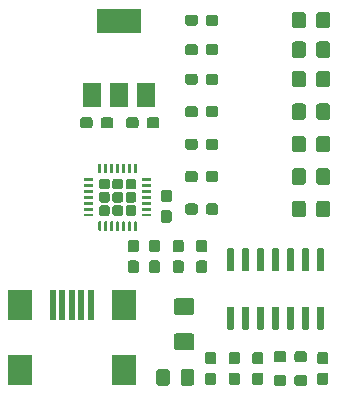
<source format=gbr>
G04 #@! TF.GenerationSoftware,KiCad,Pcbnew,5.1.5*
G04 #@! TF.CreationDate,2020-05-30T17:31:02+02:00*
G04 #@! TF.ProjectId,lichtenprog,6c696368-7465-46e7-9072-6f672e6b6963,rev?*
G04 #@! TF.SameCoordinates,Original*
G04 #@! TF.FileFunction,Paste,Top*
G04 #@! TF.FilePolarity,Positive*
%FSLAX46Y46*%
G04 Gerber Fmt 4.6, Leading zero omitted, Abs format (unit mm)*
G04 Created by KiCad (PCBNEW 5.1.5) date 2020-05-30 17:31:02*
%MOMM*%
%LPD*%
G04 APERTURE LIST*
%ADD10C,0.100000*%
%ADD11R,1.500000X2.000000*%
%ADD12R,3.800000X2.000000*%
%ADD13R,0.500000X2.500000*%
%ADD14R,2.000000X2.500000*%
G04 APERTURE END LIST*
D10*
G36*
X84104703Y-66800722D02*
G01*
X84119264Y-66802882D01*
X84133543Y-66806459D01*
X84147403Y-66811418D01*
X84160710Y-66817712D01*
X84173336Y-66825280D01*
X84185159Y-66834048D01*
X84196066Y-66843934D01*
X84205952Y-66854841D01*
X84214720Y-66866664D01*
X84222288Y-66879290D01*
X84228582Y-66892597D01*
X84233541Y-66906457D01*
X84237118Y-66920736D01*
X84239278Y-66935297D01*
X84240000Y-66950000D01*
X84240000Y-68600000D01*
X84239278Y-68614703D01*
X84237118Y-68629264D01*
X84233541Y-68643543D01*
X84228582Y-68657403D01*
X84222288Y-68670710D01*
X84214720Y-68683336D01*
X84205952Y-68695159D01*
X84196066Y-68706066D01*
X84185159Y-68715952D01*
X84173336Y-68724720D01*
X84160710Y-68732288D01*
X84147403Y-68738582D01*
X84133543Y-68743541D01*
X84119264Y-68747118D01*
X84104703Y-68749278D01*
X84090000Y-68750000D01*
X83790000Y-68750000D01*
X83775297Y-68749278D01*
X83760736Y-68747118D01*
X83746457Y-68743541D01*
X83732597Y-68738582D01*
X83719290Y-68732288D01*
X83706664Y-68724720D01*
X83694841Y-68715952D01*
X83683934Y-68706066D01*
X83674048Y-68695159D01*
X83665280Y-68683336D01*
X83657712Y-68670710D01*
X83651418Y-68657403D01*
X83646459Y-68643543D01*
X83642882Y-68629264D01*
X83640722Y-68614703D01*
X83640000Y-68600000D01*
X83640000Y-66950000D01*
X83640722Y-66935297D01*
X83642882Y-66920736D01*
X83646459Y-66906457D01*
X83651418Y-66892597D01*
X83657712Y-66879290D01*
X83665280Y-66866664D01*
X83674048Y-66854841D01*
X83683934Y-66843934D01*
X83694841Y-66834048D01*
X83706664Y-66825280D01*
X83719290Y-66817712D01*
X83732597Y-66811418D01*
X83746457Y-66806459D01*
X83760736Y-66802882D01*
X83775297Y-66800722D01*
X83790000Y-66800000D01*
X84090000Y-66800000D01*
X84104703Y-66800722D01*
G37*
G36*
X85374703Y-66800722D02*
G01*
X85389264Y-66802882D01*
X85403543Y-66806459D01*
X85417403Y-66811418D01*
X85430710Y-66817712D01*
X85443336Y-66825280D01*
X85455159Y-66834048D01*
X85466066Y-66843934D01*
X85475952Y-66854841D01*
X85484720Y-66866664D01*
X85492288Y-66879290D01*
X85498582Y-66892597D01*
X85503541Y-66906457D01*
X85507118Y-66920736D01*
X85509278Y-66935297D01*
X85510000Y-66950000D01*
X85510000Y-68600000D01*
X85509278Y-68614703D01*
X85507118Y-68629264D01*
X85503541Y-68643543D01*
X85498582Y-68657403D01*
X85492288Y-68670710D01*
X85484720Y-68683336D01*
X85475952Y-68695159D01*
X85466066Y-68706066D01*
X85455159Y-68715952D01*
X85443336Y-68724720D01*
X85430710Y-68732288D01*
X85417403Y-68738582D01*
X85403543Y-68743541D01*
X85389264Y-68747118D01*
X85374703Y-68749278D01*
X85360000Y-68750000D01*
X85060000Y-68750000D01*
X85045297Y-68749278D01*
X85030736Y-68747118D01*
X85016457Y-68743541D01*
X85002597Y-68738582D01*
X84989290Y-68732288D01*
X84976664Y-68724720D01*
X84964841Y-68715952D01*
X84953934Y-68706066D01*
X84944048Y-68695159D01*
X84935280Y-68683336D01*
X84927712Y-68670710D01*
X84921418Y-68657403D01*
X84916459Y-68643543D01*
X84912882Y-68629264D01*
X84910722Y-68614703D01*
X84910000Y-68600000D01*
X84910000Y-66950000D01*
X84910722Y-66935297D01*
X84912882Y-66920736D01*
X84916459Y-66906457D01*
X84921418Y-66892597D01*
X84927712Y-66879290D01*
X84935280Y-66866664D01*
X84944048Y-66854841D01*
X84953934Y-66843934D01*
X84964841Y-66834048D01*
X84976664Y-66825280D01*
X84989290Y-66817712D01*
X85002597Y-66811418D01*
X85016457Y-66806459D01*
X85030736Y-66802882D01*
X85045297Y-66800722D01*
X85060000Y-66800000D01*
X85360000Y-66800000D01*
X85374703Y-66800722D01*
G37*
G36*
X86644703Y-66800722D02*
G01*
X86659264Y-66802882D01*
X86673543Y-66806459D01*
X86687403Y-66811418D01*
X86700710Y-66817712D01*
X86713336Y-66825280D01*
X86725159Y-66834048D01*
X86736066Y-66843934D01*
X86745952Y-66854841D01*
X86754720Y-66866664D01*
X86762288Y-66879290D01*
X86768582Y-66892597D01*
X86773541Y-66906457D01*
X86777118Y-66920736D01*
X86779278Y-66935297D01*
X86780000Y-66950000D01*
X86780000Y-68600000D01*
X86779278Y-68614703D01*
X86777118Y-68629264D01*
X86773541Y-68643543D01*
X86768582Y-68657403D01*
X86762288Y-68670710D01*
X86754720Y-68683336D01*
X86745952Y-68695159D01*
X86736066Y-68706066D01*
X86725159Y-68715952D01*
X86713336Y-68724720D01*
X86700710Y-68732288D01*
X86687403Y-68738582D01*
X86673543Y-68743541D01*
X86659264Y-68747118D01*
X86644703Y-68749278D01*
X86630000Y-68750000D01*
X86330000Y-68750000D01*
X86315297Y-68749278D01*
X86300736Y-68747118D01*
X86286457Y-68743541D01*
X86272597Y-68738582D01*
X86259290Y-68732288D01*
X86246664Y-68724720D01*
X86234841Y-68715952D01*
X86223934Y-68706066D01*
X86214048Y-68695159D01*
X86205280Y-68683336D01*
X86197712Y-68670710D01*
X86191418Y-68657403D01*
X86186459Y-68643543D01*
X86182882Y-68629264D01*
X86180722Y-68614703D01*
X86180000Y-68600000D01*
X86180000Y-66950000D01*
X86180722Y-66935297D01*
X86182882Y-66920736D01*
X86186459Y-66906457D01*
X86191418Y-66892597D01*
X86197712Y-66879290D01*
X86205280Y-66866664D01*
X86214048Y-66854841D01*
X86223934Y-66843934D01*
X86234841Y-66834048D01*
X86246664Y-66825280D01*
X86259290Y-66817712D01*
X86272597Y-66811418D01*
X86286457Y-66806459D01*
X86300736Y-66802882D01*
X86315297Y-66800722D01*
X86330000Y-66800000D01*
X86630000Y-66800000D01*
X86644703Y-66800722D01*
G37*
G36*
X87914703Y-66800722D02*
G01*
X87929264Y-66802882D01*
X87943543Y-66806459D01*
X87957403Y-66811418D01*
X87970710Y-66817712D01*
X87983336Y-66825280D01*
X87995159Y-66834048D01*
X88006066Y-66843934D01*
X88015952Y-66854841D01*
X88024720Y-66866664D01*
X88032288Y-66879290D01*
X88038582Y-66892597D01*
X88043541Y-66906457D01*
X88047118Y-66920736D01*
X88049278Y-66935297D01*
X88050000Y-66950000D01*
X88050000Y-68600000D01*
X88049278Y-68614703D01*
X88047118Y-68629264D01*
X88043541Y-68643543D01*
X88038582Y-68657403D01*
X88032288Y-68670710D01*
X88024720Y-68683336D01*
X88015952Y-68695159D01*
X88006066Y-68706066D01*
X87995159Y-68715952D01*
X87983336Y-68724720D01*
X87970710Y-68732288D01*
X87957403Y-68738582D01*
X87943543Y-68743541D01*
X87929264Y-68747118D01*
X87914703Y-68749278D01*
X87900000Y-68750000D01*
X87600000Y-68750000D01*
X87585297Y-68749278D01*
X87570736Y-68747118D01*
X87556457Y-68743541D01*
X87542597Y-68738582D01*
X87529290Y-68732288D01*
X87516664Y-68724720D01*
X87504841Y-68715952D01*
X87493934Y-68706066D01*
X87484048Y-68695159D01*
X87475280Y-68683336D01*
X87467712Y-68670710D01*
X87461418Y-68657403D01*
X87456459Y-68643543D01*
X87452882Y-68629264D01*
X87450722Y-68614703D01*
X87450000Y-68600000D01*
X87450000Y-66950000D01*
X87450722Y-66935297D01*
X87452882Y-66920736D01*
X87456459Y-66906457D01*
X87461418Y-66892597D01*
X87467712Y-66879290D01*
X87475280Y-66866664D01*
X87484048Y-66854841D01*
X87493934Y-66843934D01*
X87504841Y-66834048D01*
X87516664Y-66825280D01*
X87529290Y-66817712D01*
X87542597Y-66811418D01*
X87556457Y-66806459D01*
X87570736Y-66802882D01*
X87585297Y-66800722D01*
X87600000Y-66800000D01*
X87900000Y-66800000D01*
X87914703Y-66800722D01*
G37*
G36*
X89184703Y-66800722D02*
G01*
X89199264Y-66802882D01*
X89213543Y-66806459D01*
X89227403Y-66811418D01*
X89240710Y-66817712D01*
X89253336Y-66825280D01*
X89265159Y-66834048D01*
X89276066Y-66843934D01*
X89285952Y-66854841D01*
X89294720Y-66866664D01*
X89302288Y-66879290D01*
X89308582Y-66892597D01*
X89313541Y-66906457D01*
X89317118Y-66920736D01*
X89319278Y-66935297D01*
X89320000Y-66950000D01*
X89320000Y-68600000D01*
X89319278Y-68614703D01*
X89317118Y-68629264D01*
X89313541Y-68643543D01*
X89308582Y-68657403D01*
X89302288Y-68670710D01*
X89294720Y-68683336D01*
X89285952Y-68695159D01*
X89276066Y-68706066D01*
X89265159Y-68715952D01*
X89253336Y-68724720D01*
X89240710Y-68732288D01*
X89227403Y-68738582D01*
X89213543Y-68743541D01*
X89199264Y-68747118D01*
X89184703Y-68749278D01*
X89170000Y-68750000D01*
X88870000Y-68750000D01*
X88855297Y-68749278D01*
X88840736Y-68747118D01*
X88826457Y-68743541D01*
X88812597Y-68738582D01*
X88799290Y-68732288D01*
X88786664Y-68724720D01*
X88774841Y-68715952D01*
X88763934Y-68706066D01*
X88754048Y-68695159D01*
X88745280Y-68683336D01*
X88737712Y-68670710D01*
X88731418Y-68657403D01*
X88726459Y-68643543D01*
X88722882Y-68629264D01*
X88720722Y-68614703D01*
X88720000Y-68600000D01*
X88720000Y-66950000D01*
X88720722Y-66935297D01*
X88722882Y-66920736D01*
X88726459Y-66906457D01*
X88731418Y-66892597D01*
X88737712Y-66879290D01*
X88745280Y-66866664D01*
X88754048Y-66854841D01*
X88763934Y-66843934D01*
X88774841Y-66834048D01*
X88786664Y-66825280D01*
X88799290Y-66817712D01*
X88812597Y-66811418D01*
X88826457Y-66806459D01*
X88840736Y-66802882D01*
X88855297Y-66800722D01*
X88870000Y-66800000D01*
X89170000Y-66800000D01*
X89184703Y-66800722D01*
G37*
G36*
X90454703Y-66800722D02*
G01*
X90469264Y-66802882D01*
X90483543Y-66806459D01*
X90497403Y-66811418D01*
X90510710Y-66817712D01*
X90523336Y-66825280D01*
X90535159Y-66834048D01*
X90546066Y-66843934D01*
X90555952Y-66854841D01*
X90564720Y-66866664D01*
X90572288Y-66879290D01*
X90578582Y-66892597D01*
X90583541Y-66906457D01*
X90587118Y-66920736D01*
X90589278Y-66935297D01*
X90590000Y-66950000D01*
X90590000Y-68600000D01*
X90589278Y-68614703D01*
X90587118Y-68629264D01*
X90583541Y-68643543D01*
X90578582Y-68657403D01*
X90572288Y-68670710D01*
X90564720Y-68683336D01*
X90555952Y-68695159D01*
X90546066Y-68706066D01*
X90535159Y-68715952D01*
X90523336Y-68724720D01*
X90510710Y-68732288D01*
X90497403Y-68738582D01*
X90483543Y-68743541D01*
X90469264Y-68747118D01*
X90454703Y-68749278D01*
X90440000Y-68750000D01*
X90140000Y-68750000D01*
X90125297Y-68749278D01*
X90110736Y-68747118D01*
X90096457Y-68743541D01*
X90082597Y-68738582D01*
X90069290Y-68732288D01*
X90056664Y-68724720D01*
X90044841Y-68715952D01*
X90033934Y-68706066D01*
X90024048Y-68695159D01*
X90015280Y-68683336D01*
X90007712Y-68670710D01*
X90001418Y-68657403D01*
X89996459Y-68643543D01*
X89992882Y-68629264D01*
X89990722Y-68614703D01*
X89990000Y-68600000D01*
X89990000Y-66950000D01*
X89990722Y-66935297D01*
X89992882Y-66920736D01*
X89996459Y-66906457D01*
X90001418Y-66892597D01*
X90007712Y-66879290D01*
X90015280Y-66866664D01*
X90024048Y-66854841D01*
X90033934Y-66843934D01*
X90044841Y-66834048D01*
X90056664Y-66825280D01*
X90069290Y-66817712D01*
X90082597Y-66811418D01*
X90096457Y-66806459D01*
X90110736Y-66802882D01*
X90125297Y-66800722D01*
X90140000Y-66800000D01*
X90440000Y-66800000D01*
X90454703Y-66800722D01*
G37*
G36*
X91724703Y-66800722D02*
G01*
X91739264Y-66802882D01*
X91753543Y-66806459D01*
X91767403Y-66811418D01*
X91780710Y-66817712D01*
X91793336Y-66825280D01*
X91805159Y-66834048D01*
X91816066Y-66843934D01*
X91825952Y-66854841D01*
X91834720Y-66866664D01*
X91842288Y-66879290D01*
X91848582Y-66892597D01*
X91853541Y-66906457D01*
X91857118Y-66920736D01*
X91859278Y-66935297D01*
X91860000Y-66950000D01*
X91860000Y-68600000D01*
X91859278Y-68614703D01*
X91857118Y-68629264D01*
X91853541Y-68643543D01*
X91848582Y-68657403D01*
X91842288Y-68670710D01*
X91834720Y-68683336D01*
X91825952Y-68695159D01*
X91816066Y-68706066D01*
X91805159Y-68715952D01*
X91793336Y-68724720D01*
X91780710Y-68732288D01*
X91767403Y-68738582D01*
X91753543Y-68743541D01*
X91739264Y-68747118D01*
X91724703Y-68749278D01*
X91710000Y-68750000D01*
X91410000Y-68750000D01*
X91395297Y-68749278D01*
X91380736Y-68747118D01*
X91366457Y-68743541D01*
X91352597Y-68738582D01*
X91339290Y-68732288D01*
X91326664Y-68724720D01*
X91314841Y-68715952D01*
X91303934Y-68706066D01*
X91294048Y-68695159D01*
X91285280Y-68683336D01*
X91277712Y-68670710D01*
X91271418Y-68657403D01*
X91266459Y-68643543D01*
X91262882Y-68629264D01*
X91260722Y-68614703D01*
X91260000Y-68600000D01*
X91260000Y-66950000D01*
X91260722Y-66935297D01*
X91262882Y-66920736D01*
X91266459Y-66906457D01*
X91271418Y-66892597D01*
X91277712Y-66879290D01*
X91285280Y-66866664D01*
X91294048Y-66854841D01*
X91303934Y-66843934D01*
X91314841Y-66834048D01*
X91326664Y-66825280D01*
X91339290Y-66817712D01*
X91352597Y-66811418D01*
X91366457Y-66806459D01*
X91380736Y-66802882D01*
X91395297Y-66800722D01*
X91410000Y-66800000D01*
X91710000Y-66800000D01*
X91724703Y-66800722D01*
G37*
G36*
X91724703Y-71750722D02*
G01*
X91739264Y-71752882D01*
X91753543Y-71756459D01*
X91767403Y-71761418D01*
X91780710Y-71767712D01*
X91793336Y-71775280D01*
X91805159Y-71784048D01*
X91816066Y-71793934D01*
X91825952Y-71804841D01*
X91834720Y-71816664D01*
X91842288Y-71829290D01*
X91848582Y-71842597D01*
X91853541Y-71856457D01*
X91857118Y-71870736D01*
X91859278Y-71885297D01*
X91860000Y-71900000D01*
X91860000Y-73550000D01*
X91859278Y-73564703D01*
X91857118Y-73579264D01*
X91853541Y-73593543D01*
X91848582Y-73607403D01*
X91842288Y-73620710D01*
X91834720Y-73633336D01*
X91825952Y-73645159D01*
X91816066Y-73656066D01*
X91805159Y-73665952D01*
X91793336Y-73674720D01*
X91780710Y-73682288D01*
X91767403Y-73688582D01*
X91753543Y-73693541D01*
X91739264Y-73697118D01*
X91724703Y-73699278D01*
X91710000Y-73700000D01*
X91410000Y-73700000D01*
X91395297Y-73699278D01*
X91380736Y-73697118D01*
X91366457Y-73693541D01*
X91352597Y-73688582D01*
X91339290Y-73682288D01*
X91326664Y-73674720D01*
X91314841Y-73665952D01*
X91303934Y-73656066D01*
X91294048Y-73645159D01*
X91285280Y-73633336D01*
X91277712Y-73620710D01*
X91271418Y-73607403D01*
X91266459Y-73593543D01*
X91262882Y-73579264D01*
X91260722Y-73564703D01*
X91260000Y-73550000D01*
X91260000Y-71900000D01*
X91260722Y-71885297D01*
X91262882Y-71870736D01*
X91266459Y-71856457D01*
X91271418Y-71842597D01*
X91277712Y-71829290D01*
X91285280Y-71816664D01*
X91294048Y-71804841D01*
X91303934Y-71793934D01*
X91314841Y-71784048D01*
X91326664Y-71775280D01*
X91339290Y-71767712D01*
X91352597Y-71761418D01*
X91366457Y-71756459D01*
X91380736Y-71752882D01*
X91395297Y-71750722D01*
X91410000Y-71750000D01*
X91710000Y-71750000D01*
X91724703Y-71750722D01*
G37*
G36*
X90454703Y-71750722D02*
G01*
X90469264Y-71752882D01*
X90483543Y-71756459D01*
X90497403Y-71761418D01*
X90510710Y-71767712D01*
X90523336Y-71775280D01*
X90535159Y-71784048D01*
X90546066Y-71793934D01*
X90555952Y-71804841D01*
X90564720Y-71816664D01*
X90572288Y-71829290D01*
X90578582Y-71842597D01*
X90583541Y-71856457D01*
X90587118Y-71870736D01*
X90589278Y-71885297D01*
X90590000Y-71900000D01*
X90590000Y-73550000D01*
X90589278Y-73564703D01*
X90587118Y-73579264D01*
X90583541Y-73593543D01*
X90578582Y-73607403D01*
X90572288Y-73620710D01*
X90564720Y-73633336D01*
X90555952Y-73645159D01*
X90546066Y-73656066D01*
X90535159Y-73665952D01*
X90523336Y-73674720D01*
X90510710Y-73682288D01*
X90497403Y-73688582D01*
X90483543Y-73693541D01*
X90469264Y-73697118D01*
X90454703Y-73699278D01*
X90440000Y-73700000D01*
X90140000Y-73700000D01*
X90125297Y-73699278D01*
X90110736Y-73697118D01*
X90096457Y-73693541D01*
X90082597Y-73688582D01*
X90069290Y-73682288D01*
X90056664Y-73674720D01*
X90044841Y-73665952D01*
X90033934Y-73656066D01*
X90024048Y-73645159D01*
X90015280Y-73633336D01*
X90007712Y-73620710D01*
X90001418Y-73607403D01*
X89996459Y-73593543D01*
X89992882Y-73579264D01*
X89990722Y-73564703D01*
X89990000Y-73550000D01*
X89990000Y-71900000D01*
X89990722Y-71885297D01*
X89992882Y-71870736D01*
X89996459Y-71856457D01*
X90001418Y-71842597D01*
X90007712Y-71829290D01*
X90015280Y-71816664D01*
X90024048Y-71804841D01*
X90033934Y-71793934D01*
X90044841Y-71784048D01*
X90056664Y-71775280D01*
X90069290Y-71767712D01*
X90082597Y-71761418D01*
X90096457Y-71756459D01*
X90110736Y-71752882D01*
X90125297Y-71750722D01*
X90140000Y-71750000D01*
X90440000Y-71750000D01*
X90454703Y-71750722D01*
G37*
G36*
X89184703Y-71750722D02*
G01*
X89199264Y-71752882D01*
X89213543Y-71756459D01*
X89227403Y-71761418D01*
X89240710Y-71767712D01*
X89253336Y-71775280D01*
X89265159Y-71784048D01*
X89276066Y-71793934D01*
X89285952Y-71804841D01*
X89294720Y-71816664D01*
X89302288Y-71829290D01*
X89308582Y-71842597D01*
X89313541Y-71856457D01*
X89317118Y-71870736D01*
X89319278Y-71885297D01*
X89320000Y-71900000D01*
X89320000Y-73550000D01*
X89319278Y-73564703D01*
X89317118Y-73579264D01*
X89313541Y-73593543D01*
X89308582Y-73607403D01*
X89302288Y-73620710D01*
X89294720Y-73633336D01*
X89285952Y-73645159D01*
X89276066Y-73656066D01*
X89265159Y-73665952D01*
X89253336Y-73674720D01*
X89240710Y-73682288D01*
X89227403Y-73688582D01*
X89213543Y-73693541D01*
X89199264Y-73697118D01*
X89184703Y-73699278D01*
X89170000Y-73700000D01*
X88870000Y-73700000D01*
X88855297Y-73699278D01*
X88840736Y-73697118D01*
X88826457Y-73693541D01*
X88812597Y-73688582D01*
X88799290Y-73682288D01*
X88786664Y-73674720D01*
X88774841Y-73665952D01*
X88763934Y-73656066D01*
X88754048Y-73645159D01*
X88745280Y-73633336D01*
X88737712Y-73620710D01*
X88731418Y-73607403D01*
X88726459Y-73593543D01*
X88722882Y-73579264D01*
X88720722Y-73564703D01*
X88720000Y-73550000D01*
X88720000Y-71900000D01*
X88720722Y-71885297D01*
X88722882Y-71870736D01*
X88726459Y-71856457D01*
X88731418Y-71842597D01*
X88737712Y-71829290D01*
X88745280Y-71816664D01*
X88754048Y-71804841D01*
X88763934Y-71793934D01*
X88774841Y-71784048D01*
X88786664Y-71775280D01*
X88799290Y-71767712D01*
X88812597Y-71761418D01*
X88826457Y-71756459D01*
X88840736Y-71752882D01*
X88855297Y-71750722D01*
X88870000Y-71750000D01*
X89170000Y-71750000D01*
X89184703Y-71750722D01*
G37*
G36*
X87914703Y-71750722D02*
G01*
X87929264Y-71752882D01*
X87943543Y-71756459D01*
X87957403Y-71761418D01*
X87970710Y-71767712D01*
X87983336Y-71775280D01*
X87995159Y-71784048D01*
X88006066Y-71793934D01*
X88015952Y-71804841D01*
X88024720Y-71816664D01*
X88032288Y-71829290D01*
X88038582Y-71842597D01*
X88043541Y-71856457D01*
X88047118Y-71870736D01*
X88049278Y-71885297D01*
X88050000Y-71900000D01*
X88050000Y-73550000D01*
X88049278Y-73564703D01*
X88047118Y-73579264D01*
X88043541Y-73593543D01*
X88038582Y-73607403D01*
X88032288Y-73620710D01*
X88024720Y-73633336D01*
X88015952Y-73645159D01*
X88006066Y-73656066D01*
X87995159Y-73665952D01*
X87983336Y-73674720D01*
X87970710Y-73682288D01*
X87957403Y-73688582D01*
X87943543Y-73693541D01*
X87929264Y-73697118D01*
X87914703Y-73699278D01*
X87900000Y-73700000D01*
X87600000Y-73700000D01*
X87585297Y-73699278D01*
X87570736Y-73697118D01*
X87556457Y-73693541D01*
X87542597Y-73688582D01*
X87529290Y-73682288D01*
X87516664Y-73674720D01*
X87504841Y-73665952D01*
X87493934Y-73656066D01*
X87484048Y-73645159D01*
X87475280Y-73633336D01*
X87467712Y-73620710D01*
X87461418Y-73607403D01*
X87456459Y-73593543D01*
X87452882Y-73579264D01*
X87450722Y-73564703D01*
X87450000Y-73550000D01*
X87450000Y-71900000D01*
X87450722Y-71885297D01*
X87452882Y-71870736D01*
X87456459Y-71856457D01*
X87461418Y-71842597D01*
X87467712Y-71829290D01*
X87475280Y-71816664D01*
X87484048Y-71804841D01*
X87493934Y-71793934D01*
X87504841Y-71784048D01*
X87516664Y-71775280D01*
X87529290Y-71767712D01*
X87542597Y-71761418D01*
X87556457Y-71756459D01*
X87570736Y-71752882D01*
X87585297Y-71750722D01*
X87600000Y-71750000D01*
X87900000Y-71750000D01*
X87914703Y-71750722D01*
G37*
G36*
X86644703Y-71750722D02*
G01*
X86659264Y-71752882D01*
X86673543Y-71756459D01*
X86687403Y-71761418D01*
X86700710Y-71767712D01*
X86713336Y-71775280D01*
X86725159Y-71784048D01*
X86736066Y-71793934D01*
X86745952Y-71804841D01*
X86754720Y-71816664D01*
X86762288Y-71829290D01*
X86768582Y-71842597D01*
X86773541Y-71856457D01*
X86777118Y-71870736D01*
X86779278Y-71885297D01*
X86780000Y-71900000D01*
X86780000Y-73550000D01*
X86779278Y-73564703D01*
X86777118Y-73579264D01*
X86773541Y-73593543D01*
X86768582Y-73607403D01*
X86762288Y-73620710D01*
X86754720Y-73633336D01*
X86745952Y-73645159D01*
X86736066Y-73656066D01*
X86725159Y-73665952D01*
X86713336Y-73674720D01*
X86700710Y-73682288D01*
X86687403Y-73688582D01*
X86673543Y-73693541D01*
X86659264Y-73697118D01*
X86644703Y-73699278D01*
X86630000Y-73700000D01*
X86330000Y-73700000D01*
X86315297Y-73699278D01*
X86300736Y-73697118D01*
X86286457Y-73693541D01*
X86272597Y-73688582D01*
X86259290Y-73682288D01*
X86246664Y-73674720D01*
X86234841Y-73665952D01*
X86223934Y-73656066D01*
X86214048Y-73645159D01*
X86205280Y-73633336D01*
X86197712Y-73620710D01*
X86191418Y-73607403D01*
X86186459Y-73593543D01*
X86182882Y-73579264D01*
X86180722Y-73564703D01*
X86180000Y-73550000D01*
X86180000Y-71900000D01*
X86180722Y-71885297D01*
X86182882Y-71870736D01*
X86186459Y-71856457D01*
X86191418Y-71842597D01*
X86197712Y-71829290D01*
X86205280Y-71816664D01*
X86214048Y-71804841D01*
X86223934Y-71793934D01*
X86234841Y-71784048D01*
X86246664Y-71775280D01*
X86259290Y-71767712D01*
X86272597Y-71761418D01*
X86286457Y-71756459D01*
X86300736Y-71752882D01*
X86315297Y-71750722D01*
X86330000Y-71750000D01*
X86630000Y-71750000D01*
X86644703Y-71750722D01*
G37*
G36*
X85374703Y-71750722D02*
G01*
X85389264Y-71752882D01*
X85403543Y-71756459D01*
X85417403Y-71761418D01*
X85430710Y-71767712D01*
X85443336Y-71775280D01*
X85455159Y-71784048D01*
X85466066Y-71793934D01*
X85475952Y-71804841D01*
X85484720Y-71816664D01*
X85492288Y-71829290D01*
X85498582Y-71842597D01*
X85503541Y-71856457D01*
X85507118Y-71870736D01*
X85509278Y-71885297D01*
X85510000Y-71900000D01*
X85510000Y-73550000D01*
X85509278Y-73564703D01*
X85507118Y-73579264D01*
X85503541Y-73593543D01*
X85498582Y-73607403D01*
X85492288Y-73620710D01*
X85484720Y-73633336D01*
X85475952Y-73645159D01*
X85466066Y-73656066D01*
X85455159Y-73665952D01*
X85443336Y-73674720D01*
X85430710Y-73682288D01*
X85417403Y-73688582D01*
X85403543Y-73693541D01*
X85389264Y-73697118D01*
X85374703Y-73699278D01*
X85360000Y-73700000D01*
X85060000Y-73700000D01*
X85045297Y-73699278D01*
X85030736Y-73697118D01*
X85016457Y-73693541D01*
X85002597Y-73688582D01*
X84989290Y-73682288D01*
X84976664Y-73674720D01*
X84964841Y-73665952D01*
X84953934Y-73656066D01*
X84944048Y-73645159D01*
X84935280Y-73633336D01*
X84927712Y-73620710D01*
X84921418Y-73607403D01*
X84916459Y-73593543D01*
X84912882Y-73579264D01*
X84910722Y-73564703D01*
X84910000Y-73550000D01*
X84910000Y-71900000D01*
X84910722Y-71885297D01*
X84912882Y-71870736D01*
X84916459Y-71856457D01*
X84921418Y-71842597D01*
X84927712Y-71829290D01*
X84935280Y-71816664D01*
X84944048Y-71804841D01*
X84953934Y-71793934D01*
X84964841Y-71784048D01*
X84976664Y-71775280D01*
X84989290Y-71767712D01*
X85002597Y-71761418D01*
X85016457Y-71756459D01*
X85030736Y-71752882D01*
X85045297Y-71750722D01*
X85060000Y-71750000D01*
X85360000Y-71750000D01*
X85374703Y-71750722D01*
G37*
G36*
X84104703Y-71750722D02*
G01*
X84119264Y-71752882D01*
X84133543Y-71756459D01*
X84147403Y-71761418D01*
X84160710Y-71767712D01*
X84173336Y-71775280D01*
X84185159Y-71784048D01*
X84196066Y-71793934D01*
X84205952Y-71804841D01*
X84214720Y-71816664D01*
X84222288Y-71829290D01*
X84228582Y-71842597D01*
X84233541Y-71856457D01*
X84237118Y-71870736D01*
X84239278Y-71885297D01*
X84240000Y-71900000D01*
X84240000Y-73550000D01*
X84239278Y-73564703D01*
X84237118Y-73579264D01*
X84233541Y-73593543D01*
X84228582Y-73607403D01*
X84222288Y-73620710D01*
X84214720Y-73633336D01*
X84205952Y-73645159D01*
X84196066Y-73656066D01*
X84185159Y-73665952D01*
X84173336Y-73674720D01*
X84160710Y-73682288D01*
X84147403Y-73688582D01*
X84133543Y-73693541D01*
X84119264Y-73697118D01*
X84104703Y-73699278D01*
X84090000Y-73700000D01*
X83790000Y-73700000D01*
X83775297Y-73699278D01*
X83760736Y-73697118D01*
X83746457Y-73693541D01*
X83732597Y-73688582D01*
X83719290Y-73682288D01*
X83706664Y-73674720D01*
X83694841Y-73665952D01*
X83683934Y-73656066D01*
X83674048Y-73645159D01*
X83665280Y-73633336D01*
X83657712Y-73620710D01*
X83651418Y-73607403D01*
X83646459Y-73593543D01*
X83642882Y-73579264D01*
X83640722Y-73564703D01*
X83640000Y-73550000D01*
X83640000Y-71900000D01*
X83640722Y-71885297D01*
X83642882Y-71870736D01*
X83646459Y-71856457D01*
X83651418Y-71842597D01*
X83657712Y-71829290D01*
X83665280Y-71816664D01*
X83674048Y-71804841D01*
X83683934Y-71793934D01*
X83694841Y-71784048D01*
X83706664Y-71775280D01*
X83719290Y-71767712D01*
X83732597Y-71761418D01*
X83746457Y-71756459D01*
X83760736Y-71752882D01*
X83775297Y-71750722D01*
X83790000Y-71750000D01*
X84090000Y-71750000D01*
X84104703Y-71750722D01*
G37*
G36*
X80935779Y-63026144D02*
G01*
X80958834Y-63029563D01*
X80981443Y-63035227D01*
X81003387Y-63043079D01*
X81024457Y-63053044D01*
X81044448Y-63065026D01*
X81063168Y-63078910D01*
X81080438Y-63094562D01*
X81096090Y-63111832D01*
X81109974Y-63130552D01*
X81121956Y-63150543D01*
X81131921Y-63171613D01*
X81139773Y-63193557D01*
X81145437Y-63216166D01*
X81148856Y-63239221D01*
X81150000Y-63262500D01*
X81150000Y-63737500D01*
X81148856Y-63760779D01*
X81145437Y-63783834D01*
X81139773Y-63806443D01*
X81131921Y-63828387D01*
X81121956Y-63849457D01*
X81109974Y-63869448D01*
X81096090Y-63888168D01*
X81080438Y-63905438D01*
X81063168Y-63921090D01*
X81044448Y-63934974D01*
X81024457Y-63946956D01*
X81003387Y-63956921D01*
X80981443Y-63964773D01*
X80958834Y-63970437D01*
X80935779Y-63973856D01*
X80912500Y-63975000D01*
X80337500Y-63975000D01*
X80314221Y-63973856D01*
X80291166Y-63970437D01*
X80268557Y-63964773D01*
X80246613Y-63956921D01*
X80225543Y-63946956D01*
X80205552Y-63934974D01*
X80186832Y-63921090D01*
X80169562Y-63905438D01*
X80153910Y-63888168D01*
X80140026Y-63869448D01*
X80128044Y-63849457D01*
X80118079Y-63828387D01*
X80110227Y-63806443D01*
X80104563Y-63783834D01*
X80101144Y-63760779D01*
X80100000Y-63737500D01*
X80100000Y-63262500D01*
X80101144Y-63239221D01*
X80104563Y-63216166D01*
X80110227Y-63193557D01*
X80118079Y-63171613D01*
X80128044Y-63150543D01*
X80140026Y-63130552D01*
X80153910Y-63111832D01*
X80169562Y-63094562D01*
X80186832Y-63078910D01*
X80205552Y-63065026D01*
X80225543Y-63053044D01*
X80246613Y-63043079D01*
X80268557Y-63035227D01*
X80291166Y-63029563D01*
X80314221Y-63026144D01*
X80337500Y-63025000D01*
X80912500Y-63025000D01*
X80935779Y-63026144D01*
G37*
G36*
X82685779Y-63026144D02*
G01*
X82708834Y-63029563D01*
X82731443Y-63035227D01*
X82753387Y-63043079D01*
X82774457Y-63053044D01*
X82794448Y-63065026D01*
X82813168Y-63078910D01*
X82830438Y-63094562D01*
X82846090Y-63111832D01*
X82859974Y-63130552D01*
X82871956Y-63150543D01*
X82881921Y-63171613D01*
X82889773Y-63193557D01*
X82895437Y-63216166D01*
X82898856Y-63239221D01*
X82900000Y-63262500D01*
X82900000Y-63737500D01*
X82898856Y-63760779D01*
X82895437Y-63783834D01*
X82889773Y-63806443D01*
X82881921Y-63828387D01*
X82871956Y-63849457D01*
X82859974Y-63869448D01*
X82846090Y-63888168D01*
X82830438Y-63905438D01*
X82813168Y-63921090D01*
X82794448Y-63934974D01*
X82774457Y-63946956D01*
X82753387Y-63956921D01*
X82731443Y-63964773D01*
X82708834Y-63970437D01*
X82685779Y-63973856D01*
X82662500Y-63975000D01*
X82087500Y-63975000D01*
X82064221Y-63973856D01*
X82041166Y-63970437D01*
X82018557Y-63964773D01*
X81996613Y-63956921D01*
X81975543Y-63946956D01*
X81955552Y-63934974D01*
X81936832Y-63921090D01*
X81919562Y-63905438D01*
X81903910Y-63888168D01*
X81890026Y-63869448D01*
X81878044Y-63849457D01*
X81868079Y-63828387D01*
X81860227Y-63806443D01*
X81854563Y-63783834D01*
X81851144Y-63760779D01*
X81850000Y-63737500D01*
X81850000Y-63262500D01*
X81851144Y-63239221D01*
X81854563Y-63216166D01*
X81860227Y-63193557D01*
X81868079Y-63171613D01*
X81878044Y-63150543D01*
X81890026Y-63130552D01*
X81903910Y-63111832D01*
X81919562Y-63094562D01*
X81936832Y-63078910D01*
X81955552Y-63065026D01*
X81975543Y-63053044D01*
X81996613Y-63043079D01*
X82018557Y-63035227D01*
X82041166Y-63029563D01*
X82064221Y-63026144D01*
X82087500Y-63025000D01*
X82662500Y-63025000D01*
X82685779Y-63026144D01*
G37*
G36*
X80935779Y-60276144D02*
G01*
X80958834Y-60279563D01*
X80981443Y-60285227D01*
X81003387Y-60293079D01*
X81024457Y-60303044D01*
X81044448Y-60315026D01*
X81063168Y-60328910D01*
X81080438Y-60344562D01*
X81096090Y-60361832D01*
X81109974Y-60380552D01*
X81121956Y-60400543D01*
X81131921Y-60421613D01*
X81139773Y-60443557D01*
X81145437Y-60466166D01*
X81148856Y-60489221D01*
X81150000Y-60512500D01*
X81150000Y-60987500D01*
X81148856Y-61010779D01*
X81145437Y-61033834D01*
X81139773Y-61056443D01*
X81131921Y-61078387D01*
X81121956Y-61099457D01*
X81109974Y-61119448D01*
X81096090Y-61138168D01*
X81080438Y-61155438D01*
X81063168Y-61171090D01*
X81044448Y-61184974D01*
X81024457Y-61196956D01*
X81003387Y-61206921D01*
X80981443Y-61214773D01*
X80958834Y-61220437D01*
X80935779Y-61223856D01*
X80912500Y-61225000D01*
X80337500Y-61225000D01*
X80314221Y-61223856D01*
X80291166Y-61220437D01*
X80268557Y-61214773D01*
X80246613Y-61206921D01*
X80225543Y-61196956D01*
X80205552Y-61184974D01*
X80186832Y-61171090D01*
X80169562Y-61155438D01*
X80153910Y-61138168D01*
X80140026Y-61119448D01*
X80128044Y-61099457D01*
X80118079Y-61078387D01*
X80110227Y-61056443D01*
X80104563Y-61033834D01*
X80101144Y-61010779D01*
X80100000Y-60987500D01*
X80100000Y-60512500D01*
X80101144Y-60489221D01*
X80104563Y-60466166D01*
X80110227Y-60443557D01*
X80118079Y-60421613D01*
X80128044Y-60400543D01*
X80140026Y-60380552D01*
X80153910Y-60361832D01*
X80169562Y-60344562D01*
X80186832Y-60328910D01*
X80205552Y-60315026D01*
X80225543Y-60303044D01*
X80246613Y-60293079D01*
X80268557Y-60285227D01*
X80291166Y-60279563D01*
X80314221Y-60276144D01*
X80337500Y-60275000D01*
X80912500Y-60275000D01*
X80935779Y-60276144D01*
G37*
G36*
X82685779Y-60276144D02*
G01*
X82708834Y-60279563D01*
X82731443Y-60285227D01*
X82753387Y-60293079D01*
X82774457Y-60303044D01*
X82794448Y-60315026D01*
X82813168Y-60328910D01*
X82830438Y-60344562D01*
X82846090Y-60361832D01*
X82859974Y-60380552D01*
X82871956Y-60400543D01*
X82881921Y-60421613D01*
X82889773Y-60443557D01*
X82895437Y-60466166D01*
X82898856Y-60489221D01*
X82900000Y-60512500D01*
X82900000Y-60987500D01*
X82898856Y-61010779D01*
X82895437Y-61033834D01*
X82889773Y-61056443D01*
X82881921Y-61078387D01*
X82871956Y-61099457D01*
X82859974Y-61119448D01*
X82846090Y-61138168D01*
X82830438Y-61155438D01*
X82813168Y-61171090D01*
X82794448Y-61184974D01*
X82774457Y-61196956D01*
X82753387Y-61206921D01*
X82731443Y-61214773D01*
X82708834Y-61220437D01*
X82685779Y-61223856D01*
X82662500Y-61225000D01*
X82087500Y-61225000D01*
X82064221Y-61223856D01*
X82041166Y-61220437D01*
X82018557Y-61214773D01*
X81996613Y-61206921D01*
X81975543Y-61196956D01*
X81955552Y-61184974D01*
X81936832Y-61171090D01*
X81919562Y-61155438D01*
X81903910Y-61138168D01*
X81890026Y-61119448D01*
X81878044Y-61099457D01*
X81868079Y-61078387D01*
X81860227Y-61056443D01*
X81854563Y-61033834D01*
X81851144Y-61010779D01*
X81850000Y-60987500D01*
X81850000Y-60512500D01*
X81851144Y-60489221D01*
X81854563Y-60466166D01*
X81860227Y-60443557D01*
X81868079Y-60421613D01*
X81878044Y-60400543D01*
X81890026Y-60380552D01*
X81903910Y-60361832D01*
X81919562Y-60344562D01*
X81936832Y-60328910D01*
X81955552Y-60315026D01*
X81975543Y-60303044D01*
X81996613Y-60293079D01*
X82018557Y-60285227D01*
X82041166Y-60279563D01*
X82064221Y-60276144D01*
X82087500Y-60275000D01*
X82662500Y-60275000D01*
X82685779Y-60276144D01*
G37*
G36*
X80935779Y-57526144D02*
G01*
X80958834Y-57529563D01*
X80981443Y-57535227D01*
X81003387Y-57543079D01*
X81024457Y-57553044D01*
X81044448Y-57565026D01*
X81063168Y-57578910D01*
X81080438Y-57594562D01*
X81096090Y-57611832D01*
X81109974Y-57630552D01*
X81121956Y-57650543D01*
X81131921Y-57671613D01*
X81139773Y-57693557D01*
X81145437Y-57716166D01*
X81148856Y-57739221D01*
X81150000Y-57762500D01*
X81150000Y-58237500D01*
X81148856Y-58260779D01*
X81145437Y-58283834D01*
X81139773Y-58306443D01*
X81131921Y-58328387D01*
X81121956Y-58349457D01*
X81109974Y-58369448D01*
X81096090Y-58388168D01*
X81080438Y-58405438D01*
X81063168Y-58421090D01*
X81044448Y-58434974D01*
X81024457Y-58446956D01*
X81003387Y-58456921D01*
X80981443Y-58464773D01*
X80958834Y-58470437D01*
X80935779Y-58473856D01*
X80912500Y-58475000D01*
X80337500Y-58475000D01*
X80314221Y-58473856D01*
X80291166Y-58470437D01*
X80268557Y-58464773D01*
X80246613Y-58456921D01*
X80225543Y-58446956D01*
X80205552Y-58434974D01*
X80186832Y-58421090D01*
X80169562Y-58405438D01*
X80153910Y-58388168D01*
X80140026Y-58369448D01*
X80128044Y-58349457D01*
X80118079Y-58328387D01*
X80110227Y-58306443D01*
X80104563Y-58283834D01*
X80101144Y-58260779D01*
X80100000Y-58237500D01*
X80100000Y-57762500D01*
X80101144Y-57739221D01*
X80104563Y-57716166D01*
X80110227Y-57693557D01*
X80118079Y-57671613D01*
X80128044Y-57650543D01*
X80140026Y-57630552D01*
X80153910Y-57611832D01*
X80169562Y-57594562D01*
X80186832Y-57578910D01*
X80205552Y-57565026D01*
X80225543Y-57553044D01*
X80246613Y-57543079D01*
X80268557Y-57535227D01*
X80291166Y-57529563D01*
X80314221Y-57526144D01*
X80337500Y-57525000D01*
X80912500Y-57525000D01*
X80935779Y-57526144D01*
G37*
G36*
X82685779Y-57526144D02*
G01*
X82708834Y-57529563D01*
X82731443Y-57535227D01*
X82753387Y-57543079D01*
X82774457Y-57553044D01*
X82794448Y-57565026D01*
X82813168Y-57578910D01*
X82830438Y-57594562D01*
X82846090Y-57611832D01*
X82859974Y-57630552D01*
X82871956Y-57650543D01*
X82881921Y-57671613D01*
X82889773Y-57693557D01*
X82895437Y-57716166D01*
X82898856Y-57739221D01*
X82900000Y-57762500D01*
X82900000Y-58237500D01*
X82898856Y-58260779D01*
X82895437Y-58283834D01*
X82889773Y-58306443D01*
X82881921Y-58328387D01*
X82871956Y-58349457D01*
X82859974Y-58369448D01*
X82846090Y-58388168D01*
X82830438Y-58405438D01*
X82813168Y-58421090D01*
X82794448Y-58434974D01*
X82774457Y-58446956D01*
X82753387Y-58456921D01*
X82731443Y-58464773D01*
X82708834Y-58470437D01*
X82685779Y-58473856D01*
X82662500Y-58475000D01*
X82087500Y-58475000D01*
X82064221Y-58473856D01*
X82041166Y-58470437D01*
X82018557Y-58464773D01*
X81996613Y-58456921D01*
X81975543Y-58446956D01*
X81955552Y-58434974D01*
X81936832Y-58421090D01*
X81919562Y-58405438D01*
X81903910Y-58388168D01*
X81890026Y-58369448D01*
X81878044Y-58349457D01*
X81868079Y-58328387D01*
X81860227Y-58306443D01*
X81854563Y-58283834D01*
X81851144Y-58260779D01*
X81850000Y-58237500D01*
X81850000Y-57762500D01*
X81851144Y-57739221D01*
X81854563Y-57716166D01*
X81860227Y-57693557D01*
X81868079Y-57671613D01*
X81878044Y-57650543D01*
X81890026Y-57630552D01*
X81903910Y-57611832D01*
X81919562Y-57594562D01*
X81936832Y-57578910D01*
X81955552Y-57565026D01*
X81975543Y-57553044D01*
X81996613Y-57543079D01*
X82018557Y-57535227D01*
X82041166Y-57529563D01*
X82064221Y-57526144D01*
X82087500Y-57525000D01*
X82662500Y-57525000D01*
X82685779Y-57526144D01*
G37*
G36*
X80935779Y-54776144D02*
G01*
X80958834Y-54779563D01*
X80981443Y-54785227D01*
X81003387Y-54793079D01*
X81024457Y-54803044D01*
X81044448Y-54815026D01*
X81063168Y-54828910D01*
X81080438Y-54844562D01*
X81096090Y-54861832D01*
X81109974Y-54880552D01*
X81121956Y-54900543D01*
X81131921Y-54921613D01*
X81139773Y-54943557D01*
X81145437Y-54966166D01*
X81148856Y-54989221D01*
X81150000Y-55012500D01*
X81150000Y-55487500D01*
X81148856Y-55510779D01*
X81145437Y-55533834D01*
X81139773Y-55556443D01*
X81131921Y-55578387D01*
X81121956Y-55599457D01*
X81109974Y-55619448D01*
X81096090Y-55638168D01*
X81080438Y-55655438D01*
X81063168Y-55671090D01*
X81044448Y-55684974D01*
X81024457Y-55696956D01*
X81003387Y-55706921D01*
X80981443Y-55714773D01*
X80958834Y-55720437D01*
X80935779Y-55723856D01*
X80912500Y-55725000D01*
X80337500Y-55725000D01*
X80314221Y-55723856D01*
X80291166Y-55720437D01*
X80268557Y-55714773D01*
X80246613Y-55706921D01*
X80225543Y-55696956D01*
X80205552Y-55684974D01*
X80186832Y-55671090D01*
X80169562Y-55655438D01*
X80153910Y-55638168D01*
X80140026Y-55619448D01*
X80128044Y-55599457D01*
X80118079Y-55578387D01*
X80110227Y-55556443D01*
X80104563Y-55533834D01*
X80101144Y-55510779D01*
X80100000Y-55487500D01*
X80100000Y-55012500D01*
X80101144Y-54989221D01*
X80104563Y-54966166D01*
X80110227Y-54943557D01*
X80118079Y-54921613D01*
X80128044Y-54900543D01*
X80140026Y-54880552D01*
X80153910Y-54861832D01*
X80169562Y-54844562D01*
X80186832Y-54828910D01*
X80205552Y-54815026D01*
X80225543Y-54803044D01*
X80246613Y-54793079D01*
X80268557Y-54785227D01*
X80291166Y-54779563D01*
X80314221Y-54776144D01*
X80337500Y-54775000D01*
X80912500Y-54775000D01*
X80935779Y-54776144D01*
G37*
G36*
X82685779Y-54776144D02*
G01*
X82708834Y-54779563D01*
X82731443Y-54785227D01*
X82753387Y-54793079D01*
X82774457Y-54803044D01*
X82794448Y-54815026D01*
X82813168Y-54828910D01*
X82830438Y-54844562D01*
X82846090Y-54861832D01*
X82859974Y-54880552D01*
X82871956Y-54900543D01*
X82881921Y-54921613D01*
X82889773Y-54943557D01*
X82895437Y-54966166D01*
X82898856Y-54989221D01*
X82900000Y-55012500D01*
X82900000Y-55487500D01*
X82898856Y-55510779D01*
X82895437Y-55533834D01*
X82889773Y-55556443D01*
X82881921Y-55578387D01*
X82871956Y-55599457D01*
X82859974Y-55619448D01*
X82846090Y-55638168D01*
X82830438Y-55655438D01*
X82813168Y-55671090D01*
X82794448Y-55684974D01*
X82774457Y-55696956D01*
X82753387Y-55706921D01*
X82731443Y-55714773D01*
X82708834Y-55720437D01*
X82685779Y-55723856D01*
X82662500Y-55725000D01*
X82087500Y-55725000D01*
X82064221Y-55723856D01*
X82041166Y-55720437D01*
X82018557Y-55714773D01*
X81996613Y-55706921D01*
X81975543Y-55696956D01*
X81955552Y-55684974D01*
X81936832Y-55671090D01*
X81919562Y-55655438D01*
X81903910Y-55638168D01*
X81890026Y-55619448D01*
X81878044Y-55599457D01*
X81868079Y-55578387D01*
X81860227Y-55556443D01*
X81854563Y-55533834D01*
X81851144Y-55510779D01*
X81850000Y-55487500D01*
X81850000Y-55012500D01*
X81851144Y-54989221D01*
X81854563Y-54966166D01*
X81860227Y-54943557D01*
X81868079Y-54921613D01*
X81878044Y-54900543D01*
X81890026Y-54880552D01*
X81903910Y-54861832D01*
X81919562Y-54844562D01*
X81936832Y-54828910D01*
X81955552Y-54815026D01*
X81975543Y-54803044D01*
X81996613Y-54793079D01*
X82018557Y-54785227D01*
X82041166Y-54779563D01*
X82064221Y-54776144D01*
X82087500Y-54775000D01*
X82662500Y-54775000D01*
X82685779Y-54776144D01*
G37*
G36*
X92010779Y-75601144D02*
G01*
X92033834Y-75604563D01*
X92056443Y-75610227D01*
X92078387Y-75618079D01*
X92099457Y-75628044D01*
X92119448Y-75640026D01*
X92138168Y-75653910D01*
X92155438Y-75669562D01*
X92171090Y-75686832D01*
X92184974Y-75705552D01*
X92196956Y-75725543D01*
X92206921Y-75746613D01*
X92214773Y-75768557D01*
X92220437Y-75791166D01*
X92223856Y-75814221D01*
X92225000Y-75837500D01*
X92225000Y-76412500D01*
X92223856Y-76435779D01*
X92220437Y-76458834D01*
X92214773Y-76481443D01*
X92206921Y-76503387D01*
X92196956Y-76524457D01*
X92184974Y-76544448D01*
X92171090Y-76563168D01*
X92155438Y-76580438D01*
X92138168Y-76596090D01*
X92119448Y-76609974D01*
X92099457Y-76621956D01*
X92078387Y-76631921D01*
X92056443Y-76639773D01*
X92033834Y-76645437D01*
X92010779Y-76648856D01*
X91987500Y-76650000D01*
X91512500Y-76650000D01*
X91489221Y-76648856D01*
X91466166Y-76645437D01*
X91443557Y-76639773D01*
X91421613Y-76631921D01*
X91400543Y-76621956D01*
X91380552Y-76609974D01*
X91361832Y-76596090D01*
X91344562Y-76580438D01*
X91328910Y-76563168D01*
X91315026Y-76544448D01*
X91303044Y-76524457D01*
X91293079Y-76503387D01*
X91285227Y-76481443D01*
X91279563Y-76458834D01*
X91276144Y-76435779D01*
X91275000Y-76412500D01*
X91275000Y-75837500D01*
X91276144Y-75814221D01*
X91279563Y-75791166D01*
X91285227Y-75768557D01*
X91293079Y-75746613D01*
X91303044Y-75725543D01*
X91315026Y-75705552D01*
X91328910Y-75686832D01*
X91344562Y-75669562D01*
X91361832Y-75653910D01*
X91380552Y-75640026D01*
X91400543Y-75628044D01*
X91421613Y-75618079D01*
X91443557Y-75610227D01*
X91466166Y-75604563D01*
X91489221Y-75601144D01*
X91512500Y-75600000D01*
X91987500Y-75600000D01*
X92010779Y-75601144D01*
G37*
G36*
X92010779Y-77351144D02*
G01*
X92033834Y-77354563D01*
X92056443Y-77360227D01*
X92078387Y-77368079D01*
X92099457Y-77378044D01*
X92119448Y-77390026D01*
X92138168Y-77403910D01*
X92155438Y-77419562D01*
X92171090Y-77436832D01*
X92184974Y-77455552D01*
X92196956Y-77475543D01*
X92206921Y-77496613D01*
X92214773Y-77518557D01*
X92220437Y-77541166D01*
X92223856Y-77564221D01*
X92225000Y-77587500D01*
X92225000Y-78162500D01*
X92223856Y-78185779D01*
X92220437Y-78208834D01*
X92214773Y-78231443D01*
X92206921Y-78253387D01*
X92196956Y-78274457D01*
X92184974Y-78294448D01*
X92171090Y-78313168D01*
X92155438Y-78330438D01*
X92138168Y-78346090D01*
X92119448Y-78359974D01*
X92099457Y-78371956D01*
X92078387Y-78381921D01*
X92056443Y-78389773D01*
X92033834Y-78395437D01*
X92010779Y-78398856D01*
X91987500Y-78400000D01*
X91512500Y-78400000D01*
X91489221Y-78398856D01*
X91466166Y-78395437D01*
X91443557Y-78389773D01*
X91421613Y-78381921D01*
X91400543Y-78371956D01*
X91380552Y-78359974D01*
X91361832Y-78346090D01*
X91344562Y-78330438D01*
X91328910Y-78313168D01*
X91315026Y-78294448D01*
X91303044Y-78274457D01*
X91293079Y-78253387D01*
X91285227Y-78231443D01*
X91279563Y-78208834D01*
X91276144Y-78185779D01*
X91275000Y-78162500D01*
X91275000Y-77587500D01*
X91276144Y-77564221D01*
X91279563Y-77541166D01*
X91285227Y-77518557D01*
X91293079Y-77496613D01*
X91303044Y-77475543D01*
X91315026Y-77455552D01*
X91328910Y-77436832D01*
X91344562Y-77419562D01*
X91361832Y-77403910D01*
X91380552Y-77390026D01*
X91400543Y-77378044D01*
X91421613Y-77368079D01*
X91443557Y-77360227D01*
X91466166Y-77354563D01*
X91489221Y-77351144D01*
X91512500Y-77350000D01*
X91987500Y-77350000D01*
X92010779Y-77351144D01*
G37*
G36*
X90185779Y-77526144D02*
G01*
X90208834Y-77529563D01*
X90231443Y-77535227D01*
X90253387Y-77543079D01*
X90274457Y-77553044D01*
X90294448Y-77565026D01*
X90313168Y-77578910D01*
X90330438Y-77594562D01*
X90346090Y-77611832D01*
X90359974Y-77630552D01*
X90371956Y-77650543D01*
X90381921Y-77671613D01*
X90389773Y-77693557D01*
X90395437Y-77716166D01*
X90398856Y-77739221D01*
X90400000Y-77762500D01*
X90400000Y-78237500D01*
X90398856Y-78260779D01*
X90395437Y-78283834D01*
X90389773Y-78306443D01*
X90381921Y-78328387D01*
X90371956Y-78349457D01*
X90359974Y-78369448D01*
X90346090Y-78388168D01*
X90330438Y-78405438D01*
X90313168Y-78421090D01*
X90294448Y-78434974D01*
X90274457Y-78446956D01*
X90253387Y-78456921D01*
X90231443Y-78464773D01*
X90208834Y-78470437D01*
X90185779Y-78473856D01*
X90162500Y-78475000D01*
X89587500Y-78475000D01*
X89564221Y-78473856D01*
X89541166Y-78470437D01*
X89518557Y-78464773D01*
X89496613Y-78456921D01*
X89475543Y-78446956D01*
X89455552Y-78434974D01*
X89436832Y-78421090D01*
X89419562Y-78405438D01*
X89403910Y-78388168D01*
X89390026Y-78369448D01*
X89378044Y-78349457D01*
X89368079Y-78328387D01*
X89360227Y-78306443D01*
X89354563Y-78283834D01*
X89351144Y-78260779D01*
X89350000Y-78237500D01*
X89350000Y-77762500D01*
X89351144Y-77739221D01*
X89354563Y-77716166D01*
X89360227Y-77693557D01*
X89368079Y-77671613D01*
X89378044Y-77650543D01*
X89390026Y-77630552D01*
X89403910Y-77611832D01*
X89419562Y-77594562D01*
X89436832Y-77578910D01*
X89455552Y-77565026D01*
X89475543Y-77553044D01*
X89496613Y-77543079D01*
X89518557Y-77535227D01*
X89541166Y-77529563D01*
X89564221Y-77526144D01*
X89587500Y-77525000D01*
X90162500Y-77525000D01*
X90185779Y-77526144D01*
G37*
G36*
X88435779Y-77526144D02*
G01*
X88458834Y-77529563D01*
X88481443Y-77535227D01*
X88503387Y-77543079D01*
X88524457Y-77553044D01*
X88544448Y-77565026D01*
X88563168Y-77578910D01*
X88580438Y-77594562D01*
X88596090Y-77611832D01*
X88609974Y-77630552D01*
X88621956Y-77650543D01*
X88631921Y-77671613D01*
X88639773Y-77693557D01*
X88645437Y-77716166D01*
X88648856Y-77739221D01*
X88650000Y-77762500D01*
X88650000Y-78237500D01*
X88648856Y-78260779D01*
X88645437Y-78283834D01*
X88639773Y-78306443D01*
X88631921Y-78328387D01*
X88621956Y-78349457D01*
X88609974Y-78369448D01*
X88596090Y-78388168D01*
X88580438Y-78405438D01*
X88563168Y-78421090D01*
X88544448Y-78434974D01*
X88524457Y-78446956D01*
X88503387Y-78456921D01*
X88481443Y-78464773D01*
X88458834Y-78470437D01*
X88435779Y-78473856D01*
X88412500Y-78475000D01*
X87837500Y-78475000D01*
X87814221Y-78473856D01*
X87791166Y-78470437D01*
X87768557Y-78464773D01*
X87746613Y-78456921D01*
X87725543Y-78446956D01*
X87705552Y-78434974D01*
X87686832Y-78421090D01*
X87669562Y-78405438D01*
X87653910Y-78388168D01*
X87640026Y-78369448D01*
X87628044Y-78349457D01*
X87618079Y-78328387D01*
X87610227Y-78306443D01*
X87604563Y-78283834D01*
X87601144Y-78260779D01*
X87600000Y-78237500D01*
X87600000Y-77762500D01*
X87601144Y-77739221D01*
X87604563Y-77716166D01*
X87610227Y-77693557D01*
X87618079Y-77671613D01*
X87628044Y-77650543D01*
X87640026Y-77630552D01*
X87653910Y-77611832D01*
X87669562Y-77594562D01*
X87686832Y-77578910D01*
X87705552Y-77565026D01*
X87725543Y-77553044D01*
X87746613Y-77543079D01*
X87768557Y-77535227D01*
X87791166Y-77529563D01*
X87814221Y-77526144D01*
X87837500Y-77525000D01*
X88412500Y-77525000D01*
X88435779Y-77526144D01*
G37*
G36*
X86510779Y-75601144D02*
G01*
X86533834Y-75604563D01*
X86556443Y-75610227D01*
X86578387Y-75618079D01*
X86599457Y-75628044D01*
X86619448Y-75640026D01*
X86638168Y-75653910D01*
X86655438Y-75669562D01*
X86671090Y-75686832D01*
X86684974Y-75705552D01*
X86696956Y-75725543D01*
X86706921Y-75746613D01*
X86714773Y-75768557D01*
X86720437Y-75791166D01*
X86723856Y-75814221D01*
X86725000Y-75837500D01*
X86725000Y-76412500D01*
X86723856Y-76435779D01*
X86720437Y-76458834D01*
X86714773Y-76481443D01*
X86706921Y-76503387D01*
X86696956Y-76524457D01*
X86684974Y-76544448D01*
X86671090Y-76563168D01*
X86655438Y-76580438D01*
X86638168Y-76596090D01*
X86619448Y-76609974D01*
X86599457Y-76621956D01*
X86578387Y-76631921D01*
X86556443Y-76639773D01*
X86533834Y-76645437D01*
X86510779Y-76648856D01*
X86487500Y-76650000D01*
X86012500Y-76650000D01*
X85989221Y-76648856D01*
X85966166Y-76645437D01*
X85943557Y-76639773D01*
X85921613Y-76631921D01*
X85900543Y-76621956D01*
X85880552Y-76609974D01*
X85861832Y-76596090D01*
X85844562Y-76580438D01*
X85828910Y-76563168D01*
X85815026Y-76544448D01*
X85803044Y-76524457D01*
X85793079Y-76503387D01*
X85785227Y-76481443D01*
X85779563Y-76458834D01*
X85776144Y-76435779D01*
X85775000Y-76412500D01*
X85775000Y-75837500D01*
X85776144Y-75814221D01*
X85779563Y-75791166D01*
X85785227Y-75768557D01*
X85793079Y-75746613D01*
X85803044Y-75725543D01*
X85815026Y-75705552D01*
X85828910Y-75686832D01*
X85844562Y-75669562D01*
X85861832Y-75653910D01*
X85880552Y-75640026D01*
X85900543Y-75628044D01*
X85921613Y-75618079D01*
X85943557Y-75610227D01*
X85966166Y-75604563D01*
X85989221Y-75601144D01*
X86012500Y-75600000D01*
X86487500Y-75600000D01*
X86510779Y-75601144D01*
G37*
G36*
X86510779Y-77351144D02*
G01*
X86533834Y-77354563D01*
X86556443Y-77360227D01*
X86578387Y-77368079D01*
X86599457Y-77378044D01*
X86619448Y-77390026D01*
X86638168Y-77403910D01*
X86655438Y-77419562D01*
X86671090Y-77436832D01*
X86684974Y-77455552D01*
X86696956Y-77475543D01*
X86706921Y-77496613D01*
X86714773Y-77518557D01*
X86720437Y-77541166D01*
X86723856Y-77564221D01*
X86725000Y-77587500D01*
X86725000Y-78162500D01*
X86723856Y-78185779D01*
X86720437Y-78208834D01*
X86714773Y-78231443D01*
X86706921Y-78253387D01*
X86696956Y-78274457D01*
X86684974Y-78294448D01*
X86671090Y-78313168D01*
X86655438Y-78330438D01*
X86638168Y-78346090D01*
X86619448Y-78359974D01*
X86599457Y-78371956D01*
X86578387Y-78381921D01*
X86556443Y-78389773D01*
X86533834Y-78395437D01*
X86510779Y-78398856D01*
X86487500Y-78400000D01*
X86012500Y-78400000D01*
X85989221Y-78398856D01*
X85966166Y-78395437D01*
X85943557Y-78389773D01*
X85921613Y-78381921D01*
X85900543Y-78371956D01*
X85880552Y-78359974D01*
X85861832Y-78346090D01*
X85844562Y-78330438D01*
X85828910Y-78313168D01*
X85815026Y-78294448D01*
X85803044Y-78274457D01*
X85793079Y-78253387D01*
X85785227Y-78231443D01*
X85779563Y-78208834D01*
X85776144Y-78185779D01*
X85775000Y-78162500D01*
X85775000Y-77587500D01*
X85776144Y-77564221D01*
X85779563Y-77541166D01*
X85785227Y-77518557D01*
X85793079Y-77496613D01*
X85803044Y-77475543D01*
X85815026Y-77455552D01*
X85828910Y-77436832D01*
X85844562Y-77419562D01*
X85861832Y-77403910D01*
X85880552Y-77390026D01*
X85900543Y-77378044D01*
X85921613Y-77368079D01*
X85943557Y-77360227D01*
X85966166Y-77354563D01*
X85989221Y-77351144D01*
X86012500Y-77350000D01*
X86487500Y-77350000D01*
X86510779Y-77351144D01*
G37*
G36*
X84510779Y-77351144D02*
G01*
X84533834Y-77354563D01*
X84556443Y-77360227D01*
X84578387Y-77368079D01*
X84599457Y-77378044D01*
X84619448Y-77390026D01*
X84638168Y-77403910D01*
X84655438Y-77419562D01*
X84671090Y-77436832D01*
X84684974Y-77455552D01*
X84696956Y-77475543D01*
X84706921Y-77496613D01*
X84714773Y-77518557D01*
X84720437Y-77541166D01*
X84723856Y-77564221D01*
X84725000Y-77587500D01*
X84725000Y-78162500D01*
X84723856Y-78185779D01*
X84720437Y-78208834D01*
X84714773Y-78231443D01*
X84706921Y-78253387D01*
X84696956Y-78274457D01*
X84684974Y-78294448D01*
X84671090Y-78313168D01*
X84655438Y-78330438D01*
X84638168Y-78346090D01*
X84619448Y-78359974D01*
X84599457Y-78371956D01*
X84578387Y-78381921D01*
X84556443Y-78389773D01*
X84533834Y-78395437D01*
X84510779Y-78398856D01*
X84487500Y-78400000D01*
X84012500Y-78400000D01*
X83989221Y-78398856D01*
X83966166Y-78395437D01*
X83943557Y-78389773D01*
X83921613Y-78381921D01*
X83900543Y-78371956D01*
X83880552Y-78359974D01*
X83861832Y-78346090D01*
X83844562Y-78330438D01*
X83828910Y-78313168D01*
X83815026Y-78294448D01*
X83803044Y-78274457D01*
X83793079Y-78253387D01*
X83785227Y-78231443D01*
X83779563Y-78208834D01*
X83776144Y-78185779D01*
X83775000Y-78162500D01*
X83775000Y-77587500D01*
X83776144Y-77564221D01*
X83779563Y-77541166D01*
X83785227Y-77518557D01*
X83793079Y-77496613D01*
X83803044Y-77475543D01*
X83815026Y-77455552D01*
X83828910Y-77436832D01*
X83844562Y-77419562D01*
X83861832Y-77403910D01*
X83880552Y-77390026D01*
X83900543Y-77378044D01*
X83921613Y-77368079D01*
X83943557Y-77360227D01*
X83966166Y-77354563D01*
X83989221Y-77351144D01*
X84012500Y-77350000D01*
X84487500Y-77350000D01*
X84510779Y-77351144D01*
G37*
G36*
X84510779Y-75601144D02*
G01*
X84533834Y-75604563D01*
X84556443Y-75610227D01*
X84578387Y-75618079D01*
X84599457Y-75628044D01*
X84619448Y-75640026D01*
X84638168Y-75653910D01*
X84655438Y-75669562D01*
X84671090Y-75686832D01*
X84684974Y-75705552D01*
X84696956Y-75725543D01*
X84706921Y-75746613D01*
X84714773Y-75768557D01*
X84720437Y-75791166D01*
X84723856Y-75814221D01*
X84725000Y-75837500D01*
X84725000Y-76412500D01*
X84723856Y-76435779D01*
X84720437Y-76458834D01*
X84714773Y-76481443D01*
X84706921Y-76503387D01*
X84696956Y-76524457D01*
X84684974Y-76544448D01*
X84671090Y-76563168D01*
X84655438Y-76580438D01*
X84638168Y-76596090D01*
X84619448Y-76609974D01*
X84599457Y-76621956D01*
X84578387Y-76631921D01*
X84556443Y-76639773D01*
X84533834Y-76645437D01*
X84510779Y-76648856D01*
X84487500Y-76650000D01*
X84012500Y-76650000D01*
X83989221Y-76648856D01*
X83966166Y-76645437D01*
X83943557Y-76639773D01*
X83921613Y-76631921D01*
X83900543Y-76621956D01*
X83880552Y-76609974D01*
X83861832Y-76596090D01*
X83844562Y-76580438D01*
X83828910Y-76563168D01*
X83815026Y-76544448D01*
X83803044Y-76524457D01*
X83793079Y-76503387D01*
X83785227Y-76481443D01*
X83779563Y-76458834D01*
X83776144Y-76435779D01*
X83775000Y-76412500D01*
X83775000Y-75837500D01*
X83776144Y-75814221D01*
X83779563Y-75791166D01*
X83785227Y-75768557D01*
X83793079Y-75746613D01*
X83803044Y-75725543D01*
X83815026Y-75705552D01*
X83828910Y-75686832D01*
X83844562Y-75669562D01*
X83861832Y-75653910D01*
X83880552Y-75640026D01*
X83900543Y-75628044D01*
X83921613Y-75618079D01*
X83943557Y-75610227D01*
X83966166Y-75604563D01*
X83989221Y-75601144D01*
X84012500Y-75600000D01*
X84487500Y-75600000D01*
X84510779Y-75601144D01*
G37*
G36*
X82510779Y-75601144D02*
G01*
X82533834Y-75604563D01*
X82556443Y-75610227D01*
X82578387Y-75618079D01*
X82599457Y-75628044D01*
X82619448Y-75640026D01*
X82638168Y-75653910D01*
X82655438Y-75669562D01*
X82671090Y-75686832D01*
X82684974Y-75705552D01*
X82696956Y-75725543D01*
X82706921Y-75746613D01*
X82714773Y-75768557D01*
X82720437Y-75791166D01*
X82723856Y-75814221D01*
X82725000Y-75837500D01*
X82725000Y-76412500D01*
X82723856Y-76435779D01*
X82720437Y-76458834D01*
X82714773Y-76481443D01*
X82706921Y-76503387D01*
X82696956Y-76524457D01*
X82684974Y-76544448D01*
X82671090Y-76563168D01*
X82655438Y-76580438D01*
X82638168Y-76596090D01*
X82619448Y-76609974D01*
X82599457Y-76621956D01*
X82578387Y-76631921D01*
X82556443Y-76639773D01*
X82533834Y-76645437D01*
X82510779Y-76648856D01*
X82487500Y-76650000D01*
X82012500Y-76650000D01*
X81989221Y-76648856D01*
X81966166Y-76645437D01*
X81943557Y-76639773D01*
X81921613Y-76631921D01*
X81900543Y-76621956D01*
X81880552Y-76609974D01*
X81861832Y-76596090D01*
X81844562Y-76580438D01*
X81828910Y-76563168D01*
X81815026Y-76544448D01*
X81803044Y-76524457D01*
X81793079Y-76503387D01*
X81785227Y-76481443D01*
X81779563Y-76458834D01*
X81776144Y-76435779D01*
X81775000Y-76412500D01*
X81775000Y-75837500D01*
X81776144Y-75814221D01*
X81779563Y-75791166D01*
X81785227Y-75768557D01*
X81793079Y-75746613D01*
X81803044Y-75725543D01*
X81815026Y-75705552D01*
X81828910Y-75686832D01*
X81844562Y-75669562D01*
X81861832Y-75653910D01*
X81880552Y-75640026D01*
X81900543Y-75628044D01*
X81921613Y-75618079D01*
X81943557Y-75610227D01*
X81966166Y-75604563D01*
X81989221Y-75601144D01*
X82012500Y-75600000D01*
X82487500Y-75600000D01*
X82510779Y-75601144D01*
G37*
G36*
X82510779Y-77351144D02*
G01*
X82533834Y-77354563D01*
X82556443Y-77360227D01*
X82578387Y-77368079D01*
X82599457Y-77378044D01*
X82619448Y-77390026D01*
X82638168Y-77403910D01*
X82655438Y-77419562D01*
X82671090Y-77436832D01*
X82684974Y-77455552D01*
X82696956Y-77475543D01*
X82706921Y-77496613D01*
X82714773Y-77518557D01*
X82720437Y-77541166D01*
X82723856Y-77564221D01*
X82725000Y-77587500D01*
X82725000Y-78162500D01*
X82723856Y-78185779D01*
X82720437Y-78208834D01*
X82714773Y-78231443D01*
X82706921Y-78253387D01*
X82696956Y-78274457D01*
X82684974Y-78294448D01*
X82671090Y-78313168D01*
X82655438Y-78330438D01*
X82638168Y-78346090D01*
X82619448Y-78359974D01*
X82599457Y-78371956D01*
X82578387Y-78381921D01*
X82556443Y-78389773D01*
X82533834Y-78395437D01*
X82510779Y-78398856D01*
X82487500Y-78400000D01*
X82012500Y-78400000D01*
X81989221Y-78398856D01*
X81966166Y-78395437D01*
X81943557Y-78389773D01*
X81921613Y-78381921D01*
X81900543Y-78371956D01*
X81880552Y-78359974D01*
X81861832Y-78346090D01*
X81844562Y-78330438D01*
X81828910Y-78313168D01*
X81815026Y-78294448D01*
X81803044Y-78274457D01*
X81793079Y-78253387D01*
X81785227Y-78231443D01*
X81779563Y-78208834D01*
X81776144Y-78185779D01*
X81775000Y-78162500D01*
X81775000Y-77587500D01*
X81776144Y-77564221D01*
X81779563Y-77541166D01*
X81785227Y-77518557D01*
X81793079Y-77496613D01*
X81803044Y-77475543D01*
X81815026Y-77455552D01*
X81828910Y-77436832D01*
X81844562Y-77419562D01*
X81861832Y-77403910D01*
X81880552Y-77390026D01*
X81900543Y-77378044D01*
X81921613Y-77368079D01*
X81943557Y-77360227D01*
X81966166Y-77354563D01*
X81989221Y-77351144D01*
X82012500Y-77350000D01*
X82487500Y-77350000D01*
X82510779Y-77351144D01*
G37*
G36*
X80649504Y-71051204D02*
G01*
X80673773Y-71054804D01*
X80697571Y-71060765D01*
X80720671Y-71069030D01*
X80742849Y-71079520D01*
X80763893Y-71092133D01*
X80783598Y-71106747D01*
X80801777Y-71123223D01*
X80818253Y-71141402D01*
X80832867Y-71161107D01*
X80845480Y-71182151D01*
X80855970Y-71204329D01*
X80864235Y-71227429D01*
X80870196Y-71251227D01*
X80873796Y-71275496D01*
X80875000Y-71300000D01*
X80875000Y-72225000D01*
X80873796Y-72249504D01*
X80870196Y-72273773D01*
X80864235Y-72297571D01*
X80855970Y-72320671D01*
X80845480Y-72342849D01*
X80832867Y-72363893D01*
X80818253Y-72383598D01*
X80801777Y-72401777D01*
X80783598Y-72418253D01*
X80763893Y-72432867D01*
X80742849Y-72445480D01*
X80720671Y-72455970D01*
X80697571Y-72464235D01*
X80673773Y-72470196D01*
X80649504Y-72473796D01*
X80625000Y-72475000D01*
X79375000Y-72475000D01*
X79350496Y-72473796D01*
X79326227Y-72470196D01*
X79302429Y-72464235D01*
X79279329Y-72455970D01*
X79257151Y-72445480D01*
X79236107Y-72432867D01*
X79216402Y-72418253D01*
X79198223Y-72401777D01*
X79181747Y-72383598D01*
X79167133Y-72363893D01*
X79154520Y-72342849D01*
X79144030Y-72320671D01*
X79135765Y-72297571D01*
X79129804Y-72273773D01*
X79126204Y-72249504D01*
X79125000Y-72225000D01*
X79125000Y-71300000D01*
X79126204Y-71275496D01*
X79129804Y-71251227D01*
X79135765Y-71227429D01*
X79144030Y-71204329D01*
X79154520Y-71182151D01*
X79167133Y-71161107D01*
X79181747Y-71141402D01*
X79198223Y-71123223D01*
X79216402Y-71106747D01*
X79236107Y-71092133D01*
X79257151Y-71079520D01*
X79279329Y-71069030D01*
X79302429Y-71060765D01*
X79326227Y-71054804D01*
X79350496Y-71051204D01*
X79375000Y-71050000D01*
X80625000Y-71050000D01*
X80649504Y-71051204D01*
G37*
G36*
X80649504Y-74026204D02*
G01*
X80673773Y-74029804D01*
X80697571Y-74035765D01*
X80720671Y-74044030D01*
X80742849Y-74054520D01*
X80763893Y-74067133D01*
X80783598Y-74081747D01*
X80801777Y-74098223D01*
X80818253Y-74116402D01*
X80832867Y-74136107D01*
X80845480Y-74157151D01*
X80855970Y-74179329D01*
X80864235Y-74202429D01*
X80870196Y-74226227D01*
X80873796Y-74250496D01*
X80875000Y-74275000D01*
X80875000Y-75200000D01*
X80873796Y-75224504D01*
X80870196Y-75248773D01*
X80864235Y-75272571D01*
X80855970Y-75295671D01*
X80845480Y-75317849D01*
X80832867Y-75338893D01*
X80818253Y-75358598D01*
X80801777Y-75376777D01*
X80783598Y-75393253D01*
X80763893Y-75407867D01*
X80742849Y-75420480D01*
X80720671Y-75430970D01*
X80697571Y-75439235D01*
X80673773Y-75445196D01*
X80649504Y-75448796D01*
X80625000Y-75450000D01*
X79375000Y-75450000D01*
X79350496Y-75448796D01*
X79326227Y-75445196D01*
X79302429Y-75439235D01*
X79279329Y-75430970D01*
X79257151Y-75420480D01*
X79236107Y-75407867D01*
X79216402Y-75393253D01*
X79198223Y-75376777D01*
X79181747Y-75358598D01*
X79167133Y-75338893D01*
X79154520Y-75317849D01*
X79144030Y-75295671D01*
X79135765Y-75272571D01*
X79129804Y-75248773D01*
X79126204Y-75224504D01*
X79125000Y-75200000D01*
X79125000Y-74275000D01*
X79126204Y-74250496D01*
X79129804Y-74226227D01*
X79135765Y-74202429D01*
X79144030Y-74179329D01*
X79154520Y-74157151D01*
X79167133Y-74136107D01*
X79181747Y-74116402D01*
X79198223Y-74098223D01*
X79216402Y-74081747D01*
X79236107Y-74067133D01*
X79257151Y-74054520D01*
X79279329Y-74044030D01*
X79302429Y-74035765D01*
X79326227Y-74029804D01*
X79350496Y-74026204D01*
X79375000Y-74025000D01*
X80625000Y-74025000D01*
X80649504Y-74026204D01*
G37*
G36*
X80935779Y-52026144D02*
G01*
X80958834Y-52029563D01*
X80981443Y-52035227D01*
X81003387Y-52043079D01*
X81024457Y-52053044D01*
X81044448Y-52065026D01*
X81063168Y-52078910D01*
X81080438Y-52094562D01*
X81096090Y-52111832D01*
X81109974Y-52130552D01*
X81121956Y-52150543D01*
X81131921Y-52171613D01*
X81139773Y-52193557D01*
X81145437Y-52216166D01*
X81148856Y-52239221D01*
X81150000Y-52262500D01*
X81150000Y-52737500D01*
X81148856Y-52760779D01*
X81145437Y-52783834D01*
X81139773Y-52806443D01*
X81131921Y-52828387D01*
X81121956Y-52849457D01*
X81109974Y-52869448D01*
X81096090Y-52888168D01*
X81080438Y-52905438D01*
X81063168Y-52921090D01*
X81044448Y-52934974D01*
X81024457Y-52946956D01*
X81003387Y-52956921D01*
X80981443Y-52964773D01*
X80958834Y-52970437D01*
X80935779Y-52973856D01*
X80912500Y-52975000D01*
X80337500Y-52975000D01*
X80314221Y-52973856D01*
X80291166Y-52970437D01*
X80268557Y-52964773D01*
X80246613Y-52956921D01*
X80225543Y-52946956D01*
X80205552Y-52934974D01*
X80186832Y-52921090D01*
X80169562Y-52905438D01*
X80153910Y-52888168D01*
X80140026Y-52869448D01*
X80128044Y-52849457D01*
X80118079Y-52828387D01*
X80110227Y-52806443D01*
X80104563Y-52783834D01*
X80101144Y-52760779D01*
X80100000Y-52737500D01*
X80100000Y-52262500D01*
X80101144Y-52239221D01*
X80104563Y-52216166D01*
X80110227Y-52193557D01*
X80118079Y-52171613D01*
X80128044Y-52150543D01*
X80140026Y-52130552D01*
X80153910Y-52111832D01*
X80169562Y-52094562D01*
X80186832Y-52078910D01*
X80205552Y-52065026D01*
X80225543Y-52053044D01*
X80246613Y-52043079D01*
X80268557Y-52035227D01*
X80291166Y-52029563D01*
X80314221Y-52026144D01*
X80337500Y-52025000D01*
X80912500Y-52025000D01*
X80935779Y-52026144D01*
G37*
G36*
X82685779Y-52026144D02*
G01*
X82708834Y-52029563D01*
X82731443Y-52035227D01*
X82753387Y-52043079D01*
X82774457Y-52053044D01*
X82794448Y-52065026D01*
X82813168Y-52078910D01*
X82830438Y-52094562D01*
X82846090Y-52111832D01*
X82859974Y-52130552D01*
X82871956Y-52150543D01*
X82881921Y-52171613D01*
X82889773Y-52193557D01*
X82895437Y-52216166D01*
X82898856Y-52239221D01*
X82900000Y-52262500D01*
X82900000Y-52737500D01*
X82898856Y-52760779D01*
X82895437Y-52783834D01*
X82889773Y-52806443D01*
X82881921Y-52828387D01*
X82871956Y-52849457D01*
X82859974Y-52869448D01*
X82846090Y-52888168D01*
X82830438Y-52905438D01*
X82813168Y-52921090D01*
X82794448Y-52934974D01*
X82774457Y-52946956D01*
X82753387Y-52956921D01*
X82731443Y-52964773D01*
X82708834Y-52970437D01*
X82685779Y-52973856D01*
X82662500Y-52975000D01*
X82087500Y-52975000D01*
X82064221Y-52973856D01*
X82041166Y-52970437D01*
X82018557Y-52964773D01*
X81996613Y-52956921D01*
X81975543Y-52946956D01*
X81955552Y-52934974D01*
X81936832Y-52921090D01*
X81919562Y-52905438D01*
X81903910Y-52888168D01*
X81890026Y-52869448D01*
X81878044Y-52849457D01*
X81868079Y-52828387D01*
X81860227Y-52806443D01*
X81854563Y-52783834D01*
X81851144Y-52760779D01*
X81850000Y-52737500D01*
X81850000Y-52262500D01*
X81851144Y-52239221D01*
X81854563Y-52216166D01*
X81860227Y-52193557D01*
X81868079Y-52171613D01*
X81878044Y-52150543D01*
X81890026Y-52130552D01*
X81903910Y-52111832D01*
X81919562Y-52094562D01*
X81936832Y-52078910D01*
X81955552Y-52065026D01*
X81975543Y-52053044D01*
X81996613Y-52043079D01*
X82018557Y-52035227D01*
X82041166Y-52029563D01*
X82064221Y-52026144D01*
X82087500Y-52025000D01*
X82662500Y-52025000D01*
X82685779Y-52026144D01*
G37*
G36*
X90074505Y-62801204D02*
G01*
X90098773Y-62804804D01*
X90122572Y-62810765D01*
X90145671Y-62819030D01*
X90167850Y-62829520D01*
X90188893Y-62842132D01*
X90208599Y-62856747D01*
X90226777Y-62873223D01*
X90243253Y-62891401D01*
X90257868Y-62911107D01*
X90270480Y-62932150D01*
X90280970Y-62954329D01*
X90289235Y-62977428D01*
X90295196Y-63001227D01*
X90298796Y-63025495D01*
X90300000Y-63049999D01*
X90300000Y-63950001D01*
X90298796Y-63974505D01*
X90295196Y-63998773D01*
X90289235Y-64022572D01*
X90280970Y-64045671D01*
X90270480Y-64067850D01*
X90257868Y-64088893D01*
X90243253Y-64108599D01*
X90226777Y-64126777D01*
X90208599Y-64143253D01*
X90188893Y-64157868D01*
X90167850Y-64170480D01*
X90145671Y-64180970D01*
X90122572Y-64189235D01*
X90098773Y-64195196D01*
X90074505Y-64198796D01*
X90050001Y-64200000D01*
X89399999Y-64200000D01*
X89375495Y-64198796D01*
X89351227Y-64195196D01*
X89327428Y-64189235D01*
X89304329Y-64180970D01*
X89282150Y-64170480D01*
X89261107Y-64157868D01*
X89241401Y-64143253D01*
X89223223Y-64126777D01*
X89206747Y-64108599D01*
X89192132Y-64088893D01*
X89179520Y-64067850D01*
X89169030Y-64045671D01*
X89160765Y-64022572D01*
X89154804Y-63998773D01*
X89151204Y-63974505D01*
X89150000Y-63950001D01*
X89150000Y-63049999D01*
X89151204Y-63025495D01*
X89154804Y-63001227D01*
X89160765Y-62977428D01*
X89169030Y-62954329D01*
X89179520Y-62932150D01*
X89192132Y-62911107D01*
X89206747Y-62891401D01*
X89223223Y-62873223D01*
X89241401Y-62856747D01*
X89261107Y-62842132D01*
X89282150Y-62829520D01*
X89304329Y-62819030D01*
X89327428Y-62810765D01*
X89351227Y-62804804D01*
X89375495Y-62801204D01*
X89399999Y-62800000D01*
X90050001Y-62800000D01*
X90074505Y-62801204D01*
G37*
G36*
X92124505Y-62801204D02*
G01*
X92148773Y-62804804D01*
X92172572Y-62810765D01*
X92195671Y-62819030D01*
X92217850Y-62829520D01*
X92238893Y-62842132D01*
X92258599Y-62856747D01*
X92276777Y-62873223D01*
X92293253Y-62891401D01*
X92307868Y-62911107D01*
X92320480Y-62932150D01*
X92330970Y-62954329D01*
X92339235Y-62977428D01*
X92345196Y-63001227D01*
X92348796Y-63025495D01*
X92350000Y-63049999D01*
X92350000Y-63950001D01*
X92348796Y-63974505D01*
X92345196Y-63998773D01*
X92339235Y-64022572D01*
X92330970Y-64045671D01*
X92320480Y-64067850D01*
X92307868Y-64088893D01*
X92293253Y-64108599D01*
X92276777Y-64126777D01*
X92258599Y-64143253D01*
X92238893Y-64157868D01*
X92217850Y-64170480D01*
X92195671Y-64180970D01*
X92172572Y-64189235D01*
X92148773Y-64195196D01*
X92124505Y-64198796D01*
X92100001Y-64200000D01*
X91449999Y-64200000D01*
X91425495Y-64198796D01*
X91401227Y-64195196D01*
X91377428Y-64189235D01*
X91354329Y-64180970D01*
X91332150Y-64170480D01*
X91311107Y-64157868D01*
X91291401Y-64143253D01*
X91273223Y-64126777D01*
X91256747Y-64108599D01*
X91242132Y-64088893D01*
X91229520Y-64067850D01*
X91219030Y-64045671D01*
X91210765Y-64022572D01*
X91204804Y-63998773D01*
X91201204Y-63974505D01*
X91200000Y-63950001D01*
X91200000Y-63049999D01*
X91201204Y-63025495D01*
X91204804Y-63001227D01*
X91210765Y-62977428D01*
X91219030Y-62954329D01*
X91229520Y-62932150D01*
X91242132Y-62911107D01*
X91256747Y-62891401D01*
X91273223Y-62873223D01*
X91291401Y-62856747D01*
X91311107Y-62842132D01*
X91332150Y-62829520D01*
X91354329Y-62819030D01*
X91377428Y-62810765D01*
X91401227Y-62804804D01*
X91425495Y-62801204D01*
X91449999Y-62800000D01*
X92100001Y-62800000D01*
X92124505Y-62801204D01*
G37*
G36*
X90074505Y-60051204D02*
G01*
X90098773Y-60054804D01*
X90122572Y-60060765D01*
X90145671Y-60069030D01*
X90167850Y-60079520D01*
X90188893Y-60092132D01*
X90208599Y-60106747D01*
X90226777Y-60123223D01*
X90243253Y-60141401D01*
X90257868Y-60161107D01*
X90270480Y-60182150D01*
X90280970Y-60204329D01*
X90289235Y-60227428D01*
X90295196Y-60251227D01*
X90298796Y-60275495D01*
X90300000Y-60299999D01*
X90300000Y-61200001D01*
X90298796Y-61224505D01*
X90295196Y-61248773D01*
X90289235Y-61272572D01*
X90280970Y-61295671D01*
X90270480Y-61317850D01*
X90257868Y-61338893D01*
X90243253Y-61358599D01*
X90226777Y-61376777D01*
X90208599Y-61393253D01*
X90188893Y-61407868D01*
X90167850Y-61420480D01*
X90145671Y-61430970D01*
X90122572Y-61439235D01*
X90098773Y-61445196D01*
X90074505Y-61448796D01*
X90050001Y-61450000D01*
X89399999Y-61450000D01*
X89375495Y-61448796D01*
X89351227Y-61445196D01*
X89327428Y-61439235D01*
X89304329Y-61430970D01*
X89282150Y-61420480D01*
X89261107Y-61407868D01*
X89241401Y-61393253D01*
X89223223Y-61376777D01*
X89206747Y-61358599D01*
X89192132Y-61338893D01*
X89179520Y-61317850D01*
X89169030Y-61295671D01*
X89160765Y-61272572D01*
X89154804Y-61248773D01*
X89151204Y-61224505D01*
X89150000Y-61200001D01*
X89150000Y-60299999D01*
X89151204Y-60275495D01*
X89154804Y-60251227D01*
X89160765Y-60227428D01*
X89169030Y-60204329D01*
X89179520Y-60182150D01*
X89192132Y-60161107D01*
X89206747Y-60141401D01*
X89223223Y-60123223D01*
X89241401Y-60106747D01*
X89261107Y-60092132D01*
X89282150Y-60079520D01*
X89304329Y-60069030D01*
X89327428Y-60060765D01*
X89351227Y-60054804D01*
X89375495Y-60051204D01*
X89399999Y-60050000D01*
X90050001Y-60050000D01*
X90074505Y-60051204D01*
G37*
G36*
X92124505Y-60051204D02*
G01*
X92148773Y-60054804D01*
X92172572Y-60060765D01*
X92195671Y-60069030D01*
X92217850Y-60079520D01*
X92238893Y-60092132D01*
X92258599Y-60106747D01*
X92276777Y-60123223D01*
X92293253Y-60141401D01*
X92307868Y-60161107D01*
X92320480Y-60182150D01*
X92330970Y-60204329D01*
X92339235Y-60227428D01*
X92345196Y-60251227D01*
X92348796Y-60275495D01*
X92350000Y-60299999D01*
X92350000Y-61200001D01*
X92348796Y-61224505D01*
X92345196Y-61248773D01*
X92339235Y-61272572D01*
X92330970Y-61295671D01*
X92320480Y-61317850D01*
X92307868Y-61338893D01*
X92293253Y-61358599D01*
X92276777Y-61376777D01*
X92258599Y-61393253D01*
X92238893Y-61407868D01*
X92217850Y-61420480D01*
X92195671Y-61430970D01*
X92172572Y-61439235D01*
X92148773Y-61445196D01*
X92124505Y-61448796D01*
X92100001Y-61450000D01*
X91449999Y-61450000D01*
X91425495Y-61448796D01*
X91401227Y-61445196D01*
X91377428Y-61439235D01*
X91354329Y-61430970D01*
X91332150Y-61420480D01*
X91311107Y-61407868D01*
X91291401Y-61393253D01*
X91273223Y-61376777D01*
X91256747Y-61358599D01*
X91242132Y-61338893D01*
X91229520Y-61317850D01*
X91219030Y-61295671D01*
X91210765Y-61272572D01*
X91204804Y-61248773D01*
X91201204Y-61224505D01*
X91200000Y-61200001D01*
X91200000Y-60299999D01*
X91201204Y-60275495D01*
X91204804Y-60251227D01*
X91210765Y-60227428D01*
X91219030Y-60204329D01*
X91229520Y-60182150D01*
X91242132Y-60161107D01*
X91256747Y-60141401D01*
X91273223Y-60123223D01*
X91291401Y-60106747D01*
X91311107Y-60092132D01*
X91332150Y-60079520D01*
X91354329Y-60069030D01*
X91377428Y-60060765D01*
X91401227Y-60054804D01*
X91425495Y-60051204D01*
X91449999Y-60050000D01*
X92100001Y-60050000D01*
X92124505Y-60051204D01*
G37*
G36*
X90074505Y-57301204D02*
G01*
X90098773Y-57304804D01*
X90122572Y-57310765D01*
X90145671Y-57319030D01*
X90167850Y-57329520D01*
X90188893Y-57342132D01*
X90208599Y-57356747D01*
X90226777Y-57373223D01*
X90243253Y-57391401D01*
X90257868Y-57411107D01*
X90270480Y-57432150D01*
X90280970Y-57454329D01*
X90289235Y-57477428D01*
X90295196Y-57501227D01*
X90298796Y-57525495D01*
X90300000Y-57549999D01*
X90300000Y-58450001D01*
X90298796Y-58474505D01*
X90295196Y-58498773D01*
X90289235Y-58522572D01*
X90280970Y-58545671D01*
X90270480Y-58567850D01*
X90257868Y-58588893D01*
X90243253Y-58608599D01*
X90226777Y-58626777D01*
X90208599Y-58643253D01*
X90188893Y-58657868D01*
X90167850Y-58670480D01*
X90145671Y-58680970D01*
X90122572Y-58689235D01*
X90098773Y-58695196D01*
X90074505Y-58698796D01*
X90050001Y-58700000D01*
X89399999Y-58700000D01*
X89375495Y-58698796D01*
X89351227Y-58695196D01*
X89327428Y-58689235D01*
X89304329Y-58680970D01*
X89282150Y-58670480D01*
X89261107Y-58657868D01*
X89241401Y-58643253D01*
X89223223Y-58626777D01*
X89206747Y-58608599D01*
X89192132Y-58588893D01*
X89179520Y-58567850D01*
X89169030Y-58545671D01*
X89160765Y-58522572D01*
X89154804Y-58498773D01*
X89151204Y-58474505D01*
X89150000Y-58450001D01*
X89150000Y-57549999D01*
X89151204Y-57525495D01*
X89154804Y-57501227D01*
X89160765Y-57477428D01*
X89169030Y-57454329D01*
X89179520Y-57432150D01*
X89192132Y-57411107D01*
X89206747Y-57391401D01*
X89223223Y-57373223D01*
X89241401Y-57356747D01*
X89261107Y-57342132D01*
X89282150Y-57329520D01*
X89304329Y-57319030D01*
X89327428Y-57310765D01*
X89351227Y-57304804D01*
X89375495Y-57301204D01*
X89399999Y-57300000D01*
X90050001Y-57300000D01*
X90074505Y-57301204D01*
G37*
G36*
X92124505Y-57301204D02*
G01*
X92148773Y-57304804D01*
X92172572Y-57310765D01*
X92195671Y-57319030D01*
X92217850Y-57329520D01*
X92238893Y-57342132D01*
X92258599Y-57356747D01*
X92276777Y-57373223D01*
X92293253Y-57391401D01*
X92307868Y-57411107D01*
X92320480Y-57432150D01*
X92330970Y-57454329D01*
X92339235Y-57477428D01*
X92345196Y-57501227D01*
X92348796Y-57525495D01*
X92350000Y-57549999D01*
X92350000Y-58450001D01*
X92348796Y-58474505D01*
X92345196Y-58498773D01*
X92339235Y-58522572D01*
X92330970Y-58545671D01*
X92320480Y-58567850D01*
X92307868Y-58588893D01*
X92293253Y-58608599D01*
X92276777Y-58626777D01*
X92258599Y-58643253D01*
X92238893Y-58657868D01*
X92217850Y-58670480D01*
X92195671Y-58680970D01*
X92172572Y-58689235D01*
X92148773Y-58695196D01*
X92124505Y-58698796D01*
X92100001Y-58700000D01*
X91449999Y-58700000D01*
X91425495Y-58698796D01*
X91401227Y-58695196D01*
X91377428Y-58689235D01*
X91354329Y-58680970D01*
X91332150Y-58670480D01*
X91311107Y-58657868D01*
X91291401Y-58643253D01*
X91273223Y-58626777D01*
X91256747Y-58608599D01*
X91242132Y-58588893D01*
X91229520Y-58567850D01*
X91219030Y-58545671D01*
X91210765Y-58522572D01*
X91204804Y-58498773D01*
X91201204Y-58474505D01*
X91200000Y-58450001D01*
X91200000Y-57549999D01*
X91201204Y-57525495D01*
X91204804Y-57501227D01*
X91210765Y-57477428D01*
X91219030Y-57454329D01*
X91229520Y-57432150D01*
X91242132Y-57411107D01*
X91256747Y-57391401D01*
X91273223Y-57373223D01*
X91291401Y-57356747D01*
X91311107Y-57342132D01*
X91332150Y-57329520D01*
X91354329Y-57319030D01*
X91377428Y-57310765D01*
X91401227Y-57304804D01*
X91425495Y-57301204D01*
X91449999Y-57300000D01*
X92100001Y-57300000D01*
X92124505Y-57301204D01*
G37*
G36*
X90074505Y-54551204D02*
G01*
X90098773Y-54554804D01*
X90122572Y-54560765D01*
X90145671Y-54569030D01*
X90167850Y-54579520D01*
X90188893Y-54592132D01*
X90208599Y-54606747D01*
X90226777Y-54623223D01*
X90243253Y-54641401D01*
X90257868Y-54661107D01*
X90270480Y-54682150D01*
X90280970Y-54704329D01*
X90289235Y-54727428D01*
X90295196Y-54751227D01*
X90298796Y-54775495D01*
X90300000Y-54799999D01*
X90300000Y-55700001D01*
X90298796Y-55724505D01*
X90295196Y-55748773D01*
X90289235Y-55772572D01*
X90280970Y-55795671D01*
X90270480Y-55817850D01*
X90257868Y-55838893D01*
X90243253Y-55858599D01*
X90226777Y-55876777D01*
X90208599Y-55893253D01*
X90188893Y-55907868D01*
X90167850Y-55920480D01*
X90145671Y-55930970D01*
X90122572Y-55939235D01*
X90098773Y-55945196D01*
X90074505Y-55948796D01*
X90050001Y-55950000D01*
X89399999Y-55950000D01*
X89375495Y-55948796D01*
X89351227Y-55945196D01*
X89327428Y-55939235D01*
X89304329Y-55930970D01*
X89282150Y-55920480D01*
X89261107Y-55907868D01*
X89241401Y-55893253D01*
X89223223Y-55876777D01*
X89206747Y-55858599D01*
X89192132Y-55838893D01*
X89179520Y-55817850D01*
X89169030Y-55795671D01*
X89160765Y-55772572D01*
X89154804Y-55748773D01*
X89151204Y-55724505D01*
X89150000Y-55700001D01*
X89150000Y-54799999D01*
X89151204Y-54775495D01*
X89154804Y-54751227D01*
X89160765Y-54727428D01*
X89169030Y-54704329D01*
X89179520Y-54682150D01*
X89192132Y-54661107D01*
X89206747Y-54641401D01*
X89223223Y-54623223D01*
X89241401Y-54606747D01*
X89261107Y-54592132D01*
X89282150Y-54579520D01*
X89304329Y-54569030D01*
X89327428Y-54560765D01*
X89351227Y-54554804D01*
X89375495Y-54551204D01*
X89399999Y-54550000D01*
X90050001Y-54550000D01*
X90074505Y-54551204D01*
G37*
G36*
X92124505Y-54551204D02*
G01*
X92148773Y-54554804D01*
X92172572Y-54560765D01*
X92195671Y-54569030D01*
X92217850Y-54579520D01*
X92238893Y-54592132D01*
X92258599Y-54606747D01*
X92276777Y-54623223D01*
X92293253Y-54641401D01*
X92307868Y-54661107D01*
X92320480Y-54682150D01*
X92330970Y-54704329D01*
X92339235Y-54727428D01*
X92345196Y-54751227D01*
X92348796Y-54775495D01*
X92350000Y-54799999D01*
X92350000Y-55700001D01*
X92348796Y-55724505D01*
X92345196Y-55748773D01*
X92339235Y-55772572D01*
X92330970Y-55795671D01*
X92320480Y-55817850D01*
X92307868Y-55838893D01*
X92293253Y-55858599D01*
X92276777Y-55876777D01*
X92258599Y-55893253D01*
X92238893Y-55907868D01*
X92217850Y-55920480D01*
X92195671Y-55930970D01*
X92172572Y-55939235D01*
X92148773Y-55945196D01*
X92124505Y-55948796D01*
X92100001Y-55950000D01*
X91449999Y-55950000D01*
X91425495Y-55948796D01*
X91401227Y-55945196D01*
X91377428Y-55939235D01*
X91354329Y-55930970D01*
X91332150Y-55920480D01*
X91311107Y-55907868D01*
X91291401Y-55893253D01*
X91273223Y-55876777D01*
X91256747Y-55858599D01*
X91242132Y-55838893D01*
X91229520Y-55817850D01*
X91219030Y-55795671D01*
X91210765Y-55772572D01*
X91204804Y-55748773D01*
X91201204Y-55724505D01*
X91200000Y-55700001D01*
X91200000Y-54799999D01*
X91201204Y-54775495D01*
X91204804Y-54751227D01*
X91210765Y-54727428D01*
X91219030Y-54704329D01*
X91229520Y-54682150D01*
X91242132Y-54661107D01*
X91256747Y-54641401D01*
X91273223Y-54623223D01*
X91291401Y-54606747D01*
X91311107Y-54592132D01*
X91332150Y-54579520D01*
X91354329Y-54569030D01*
X91377428Y-54560765D01*
X91401227Y-54554804D01*
X91425495Y-54551204D01*
X91449999Y-54550000D01*
X92100001Y-54550000D01*
X92124505Y-54551204D01*
G37*
G36*
X90074505Y-51801204D02*
G01*
X90098773Y-51804804D01*
X90122572Y-51810765D01*
X90145671Y-51819030D01*
X90167850Y-51829520D01*
X90188893Y-51842132D01*
X90208599Y-51856747D01*
X90226777Y-51873223D01*
X90243253Y-51891401D01*
X90257868Y-51911107D01*
X90270480Y-51932150D01*
X90280970Y-51954329D01*
X90289235Y-51977428D01*
X90295196Y-52001227D01*
X90298796Y-52025495D01*
X90300000Y-52049999D01*
X90300000Y-52950001D01*
X90298796Y-52974505D01*
X90295196Y-52998773D01*
X90289235Y-53022572D01*
X90280970Y-53045671D01*
X90270480Y-53067850D01*
X90257868Y-53088893D01*
X90243253Y-53108599D01*
X90226777Y-53126777D01*
X90208599Y-53143253D01*
X90188893Y-53157868D01*
X90167850Y-53170480D01*
X90145671Y-53180970D01*
X90122572Y-53189235D01*
X90098773Y-53195196D01*
X90074505Y-53198796D01*
X90050001Y-53200000D01*
X89399999Y-53200000D01*
X89375495Y-53198796D01*
X89351227Y-53195196D01*
X89327428Y-53189235D01*
X89304329Y-53180970D01*
X89282150Y-53170480D01*
X89261107Y-53157868D01*
X89241401Y-53143253D01*
X89223223Y-53126777D01*
X89206747Y-53108599D01*
X89192132Y-53088893D01*
X89179520Y-53067850D01*
X89169030Y-53045671D01*
X89160765Y-53022572D01*
X89154804Y-52998773D01*
X89151204Y-52974505D01*
X89150000Y-52950001D01*
X89150000Y-52049999D01*
X89151204Y-52025495D01*
X89154804Y-52001227D01*
X89160765Y-51977428D01*
X89169030Y-51954329D01*
X89179520Y-51932150D01*
X89192132Y-51911107D01*
X89206747Y-51891401D01*
X89223223Y-51873223D01*
X89241401Y-51856747D01*
X89261107Y-51842132D01*
X89282150Y-51829520D01*
X89304329Y-51819030D01*
X89327428Y-51810765D01*
X89351227Y-51804804D01*
X89375495Y-51801204D01*
X89399999Y-51800000D01*
X90050001Y-51800000D01*
X90074505Y-51801204D01*
G37*
G36*
X92124505Y-51801204D02*
G01*
X92148773Y-51804804D01*
X92172572Y-51810765D01*
X92195671Y-51819030D01*
X92217850Y-51829520D01*
X92238893Y-51842132D01*
X92258599Y-51856747D01*
X92276777Y-51873223D01*
X92293253Y-51891401D01*
X92307868Y-51911107D01*
X92320480Y-51932150D01*
X92330970Y-51954329D01*
X92339235Y-51977428D01*
X92345196Y-52001227D01*
X92348796Y-52025495D01*
X92350000Y-52049999D01*
X92350000Y-52950001D01*
X92348796Y-52974505D01*
X92345196Y-52998773D01*
X92339235Y-53022572D01*
X92330970Y-53045671D01*
X92320480Y-53067850D01*
X92307868Y-53088893D01*
X92293253Y-53108599D01*
X92276777Y-53126777D01*
X92258599Y-53143253D01*
X92238893Y-53157868D01*
X92217850Y-53170480D01*
X92195671Y-53180970D01*
X92172572Y-53189235D01*
X92148773Y-53195196D01*
X92124505Y-53198796D01*
X92100001Y-53200000D01*
X91449999Y-53200000D01*
X91425495Y-53198796D01*
X91401227Y-53195196D01*
X91377428Y-53189235D01*
X91354329Y-53180970D01*
X91332150Y-53170480D01*
X91311107Y-53157868D01*
X91291401Y-53143253D01*
X91273223Y-53126777D01*
X91256747Y-53108599D01*
X91242132Y-53088893D01*
X91229520Y-53067850D01*
X91219030Y-53045671D01*
X91210765Y-53022572D01*
X91204804Y-52998773D01*
X91201204Y-52974505D01*
X91200000Y-52950001D01*
X91200000Y-52049999D01*
X91201204Y-52025495D01*
X91204804Y-52001227D01*
X91210765Y-51977428D01*
X91219030Y-51954329D01*
X91229520Y-51932150D01*
X91242132Y-51911107D01*
X91256747Y-51891401D01*
X91273223Y-51873223D01*
X91291401Y-51856747D01*
X91311107Y-51842132D01*
X91332150Y-51829520D01*
X91354329Y-51819030D01*
X91377428Y-51810765D01*
X91401227Y-51804804D01*
X91425495Y-51801204D01*
X91449999Y-51800000D01*
X92100001Y-51800000D01*
X92124505Y-51801204D01*
G37*
G36*
X90185779Y-75526144D02*
G01*
X90208834Y-75529563D01*
X90231443Y-75535227D01*
X90253387Y-75543079D01*
X90274457Y-75553044D01*
X90294448Y-75565026D01*
X90313168Y-75578910D01*
X90330438Y-75594562D01*
X90346090Y-75611832D01*
X90359974Y-75630552D01*
X90371956Y-75650543D01*
X90381921Y-75671613D01*
X90389773Y-75693557D01*
X90395437Y-75716166D01*
X90398856Y-75739221D01*
X90400000Y-75762500D01*
X90400000Y-76237500D01*
X90398856Y-76260779D01*
X90395437Y-76283834D01*
X90389773Y-76306443D01*
X90381921Y-76328387D01*
X90371956Y-76349457D01*
X90359974Y-76369448D01*
X90346090Y-76388168D01*
X90330438Y-76405438D01*
X90313168Y-76421090D01*
X90294448Y-76434974D01*
X90274457Y-76446956D01*
X90253387Y-76456921D01*
X90231443Y-76464773D01*
X90208834Y-76470437D01*
X90185779Y-76473856D01*
X90162500Y-76475000D01*
X89587500Y-76475000D01*
X89564221Y-76473856D01*
X89541166Y-76470437D01*
X89518557Y-76464773D01*
X89496613Y-76456921D01*
X89475543Y-76446956D01*
X89455552Y-76434974D01*
X89436832Y-76421090D01*
X89419562Y-76405438D01*
X89403910Y-76388168D01*
X89390026Y-76369448D01*
X89378044Y-76349457D01*
X89368079Y-76328387D01*
X89360227Y-76306443D01*
X89354563Y-76283834D01*
X89351144Y-76260779D01*
X89350000Y-76237500D01*
X89350000Y-75762500D01*
X89351144Y-75739221D01*
X89354563Y-75716166D01*
X89360227Y-75693557D01*
X89368079Y-75671613D01*
X89378044Y-75650543D01*
X89390026Y-75630552D01*
X89403910Y-75611832D01*
X89419562Y-75594562D01*
X89436832Y-75578910D01*
X89455552Y-75565026D01*
X89475543Y-75553044D01*
X89496613Y-75543079D01*
X89518557Y-75535227D01*
X89541166Y-75529563D01*
X89564221Y-75526144D01*
X89587500Y-75525000D01*
X90162500Y-75525000D01*
X90185779Y-75526144D01*
G37*
G36*
X88435779Y-75526144D02*
G01*
X88458834Y-75529563D01*
X88481443Y-75535227D01*
X88503387Y-75543079D01*
X88524457Y-75553044D01*
X88544448Y-75565026D01*
X88563168Y-75578910D01*
X88580438Y-75594562D01*
X88596090Y-75611832D01*
X88609974Y-75630552D01*
X88621956Y-75650543D01*
X88631921Y-75671613D01*
X88639773Y-75693557D01*
X88645437Y-75716166D01*
X88648856Y-75739221D01*
X88650000Y-75762500D01*
X88650000Y-76237500D01*
X88648856Y-76260779D01*
X88645437Y-76283834D01*
X88639773Y-76306443D01*
X88631921Y-76328387D01*
X88621956Y-76349457D01*
X88609974Y-76369448D01*
X88596090Y-76388168D01*
X88580438Y-76405438D01*
X88563168Y-76421090D01*
X88544448Y-76434974D01*
X88524457Y-76446956D01*
X88503387Y-76456921D01*
X88481443Y-76464773D01*
X88458834Y-76470437D01*
X88435779Y-76473856D01*
X88412500Y-76475000D01*
X87837500Y-76475000D01*
X87814221Y-76473856D01*
X87791166Y-76470437D01*
X87768557Y-76464773D01*
X87746613Y-76456921D01*
X87725543Y-76446956D01*
X87705552Y-76434974D01*
X87686832Y-76421090D01*
X87669562Y-76405438D01*
X87653910Y-76388168D01*
X87640026Y-76369448D01*
X87628044Y-76349457D01*
X87618079Y-76328387D01*
X87610227Y-76306443D01*
X87604563Y-76283834D01*
X87601144Y-76260779D01*
X87600000Y-76237500D01*
X87600000Y-75762500D01*
X87601144Y-75739221D01*
X87604563Y-75716166D01*
X87610227Y-75693557D01*
X87618079Y-75671613D01*
X87628044Y-75650543D01*
X87640026Y-75630552D01*
X87653910Y-75611832D01*
X87669562Y-75594562D01*
X87686832Y-75578910D01*
X87705552Y-75565026D01*
X87725543Y-75553044D01*
X87746613Y-75543079D01*
X87768557Y-75535227D01*
X87791166Y-75529563D01*
X87814221Y-75526144D01*
X87837500Y-75525000D01*
X88412500Y-75525000D01*
X88435779Y-75526144D01*
G37*
G36*
X72273626Y-63875301D02*
G01*
X72279693Y-63876201D01*
X72285643Y-63877691D01*
X72291418Y-63879758D01*
X72296962Y-63882380D01*
X72302223Y-63885533D01*
X72307150Y-63889187D01*
X72311694Y-63893306D01*
X72315813Y-63897850D01*
X72319467Y-63902777D01*
X72322620Y-63908038D01*
X72325242Y-63913582D01*
X72327309Y-63919357D01*
X72328799Y-63925307D01*
X72329699Y-63931374D01*
X72330000Y-63937500D01*
X72330000Y-64062500D01*
X72329699Y-64068626D01*
X72328799Y-64074693D01*
X72327309Y-64080643D01*
X72325242Y-64086418D01*
X72322620Y-64091962D01*
X72319467Y-64097223D01*
X72315813Y-64102150D01*
X72311694Y-64106694D01*
X72307150Y-64110813D01*
X72302223Y-64114467D01*
X72296962Y-64117620D01*
X72291418Y-64120242D01*
X72285643Y-64122309D01*
X72279693Y-64123799D01*
X72273626Y-64124699D01*
X72267500Y-64125000D01*
X71592500Y-64125000D01*
X71586374Y-64124699D01*
X71580307Y-64123799D01*
X71574357Y-64122309D01*
X71568582Y-64120242D01*
X71563038Y-64117620D01*
X71557777Y-64114467D01*
X71552850Y-64110813D01*
X71548306Y-64106694D01*
X71544187Y-64102150D01*
X71540533Y-64097223D01*
X71537380Y-64091962D01*
X71534758Y-64086418D01*
X71532691Y-64080643D01*
X71531201Y-64074693D01*
X71530301Y-64068626D01*
X71530000Y-64062500D01*
X71530000Y-63937500D01*
X71530301Y-63931374D01*
X71531201Y-63925307D01*
X71532691Y-63919357D01*
X71534758Y-63913582D01*
X71537380Y-63908038D01*
X71540533Y-63902777D01*
X71544187Y-63897850D01*
X71548306Y-63893306D01*
X71552850Y-63889187D01*
X71557777Y-63885533D01*
X71563038Y-63882380D01*
X71568582Y-63879758D01*
X71574357Y-63877691D01*
X71580307Y-63876201D01*
X71586374Y-63875301D01*
X71592500Y-63875000D01*
X72267500Y-63875000D01*
X72273626Y-63875301D01*
G37*
G36*
X72273626Y-63375301D02*
G01*
X72279693Y-63376201D01*
X72285643Y-63377691D01*
X72291418Y-63379758D01*
X72296962Y-63382380D01*
X72302223Y-63385533D01*
X72307150Y-63389187D01*
X72311694Y-63393306D01*
X72315813Y-63397850D01*
X72319467Y-63402777D01*
X72322620Y-63408038D01*
X72325242Y-63413582D01*
X72327309Y-63419357D01*
X72328799Y-63425307D01*
X72329699Y-63431374D01*
X72330000Y-63437500D01*
X72330000Y-63562500D01*
X72329699Y-63568626D01*
X72328799Y-63574693D01*
X72327309Y-63580643D01*
X72325242Y-63586418D01*
X72322620Y-63591962D01*
X72319467Y-63597223D01*
X72315813Y-63602150D01*
X72311694Y-63606694D01*
X72307150Y-63610813D01*
X72302223Y-63614467D01*
X72296962Y-63617620D01*
X72291418Y-63620242D01*
X72285643Y-63622309D01*
X72279693Y-63623799D01*
X72273626Y-63624699D01*
X72267500Y-63625000D01*
X71592500Y-63625000D01*
X71586374Y-63624699D01*
X71580307Y-63623799D01*
X71574357Y-63622309D01*
X71568582Y-63620242D01*
X71563038Y-63617620D01*
X71557777Y-63614467D01*
X71552850Y-63610813D01*
X71548306Y-63606694D01*
X71544187Y-63602150D01*
X71540533Y-63597223D01*
X71537380Y-63591962D01*
X71534758Y-63586418D01*
X71532691Y-63580643D01*
X71531201Y-63574693D01*
X71530301Y-63568626D01*
X71530000Y-63562500D01*
X71530000Y-63437500D01*
X71530301Y-63431374D01*
X71531201Y-63425307D01*
X71532691Y-63419357D01*
X71534758Y-63413582D01*
X71537380Y-63408038D01*
X71540533Y-63402777D01*
X71544187Y-63397850D01*
X71548306Y-63393306D01*
X71552850Y-63389187D01*
X71557777Y-63385533D01*
X71563038Y-63382380D01*
X71568582Y-63379758D01*
X71574357Y-63377691D01*
X71580307Y-63376201D01*
X71586374Y-63375301D01*
X71592500Y-63375000D01*
X72267500Y-63375000D01*
X72273626Y-63375301D01*
G37*
G36*
X72273626Y-62875301D02*
G01*
X72279693Y-62876201D01*
X72285643Y-62877691D01*
X72291418Y-62879758D01*
X72296962Y-62882380D01*
X72302223Y-62885533D01*
X72307150Y-62889187D01*
X72311694Y-62893306D01*
X72315813Y-62897850D01*
X72319467Y-62902777D01*
X72322620Y-62908038D01*
X72325242Y-62913582D01*
X72327309Y-62919357D01*
X72328799Y-62925307D01*
X72329699Y-62931374D01*
X72330000Y-62937500D01*
X72330000Y-63062500D01*
X72329699Y-63068626D01*
X72328799Y-63074693D01*
X72327309Y-63080643D01*
X72325242Y-63086418D01*
X72322620Y-63091962D01*
X72319467Y-63097223D01*
X72315813Y-63102150D01*
X72311694Y-63106694D01*
X72307150Y-63110813D01*
X72302223Y-63114467D01*
X72296962Y-63117620D01*
X72291418Y-63120242D01*
X72285643Y-63122309D01*
X72279693Y-63123799D01*
X72273626Y-63124699D01*
X72267500Y-63125000D01*
X71592500Y-63125000D01*
X71586374Y-63124699D01*
X71580307Y-63123799D01*
X71574357Y-63122309D01*
X71568582Y-63120242D01*
X71563038Y-63117620D01*
X71557777Y-63114467D01*
X71552850Y-63110813D01*
X71548306Y-63106694D01*
X71544187Y-63102150D01*
X71540533Y-63097223D01*
X71537380Y-63091962D01*
X71534758Y-63086418D01*
X71532691Y-63080643D01*
X71531201Y-63074693D01*
X71530301Y-63068626D01*
X71530000Y-63062500D01*
X71530000Y-62937500D01*
X71530301Y-62931374D01*
X71531201Y-62925307D01*
X71532691Y-62919357D01*
X71534758Y-62913582D01*
X71537380Y-62908038D01*
X71540533Y-62902777D01*
X71544187Y-62897850D01*
X71548306Y-62893306D01*
X71552850Y-62889187D01*
X71557777Y-62885533D01*
X71563038Y-62882380D01*
X71568582Y-62879758D01*
X71574357Y-62877691D01*
X71580307Y-62876201D01*
X71586374Y-62875301D01*
X71592500Y-62875000D01*
X72267500Y-62875000D01*
X72273626Y-62875301D01*
G37*
G36*
X72273626Y-62375301D02*
G01*
X72279693Y-62376201D01*
X72285643Y-62377691D01*
X72291418Y-62379758D01*
X72296962Y-62382380D01*
X72302223Y-62385533D01*
X72307150Y-62389187D01*
X72311694Y-62393306D01*
X72315813Y-62397850D01*
X72319467Y-62402777D01*
X72322620Y-62408038D01*
X72325242Y-62413582D01*
X72327309Y-62419357D01*
X72328799Y-62425307D01*
X72329699Y-62431374D01*
X72330000Y-62437500D01*
X72330000Y-62562500D01*
X72329699Y-62568626D01*
X72328799Y-62574693D01*
X72327309Y-62580643D01*
X72325242Y-62586418D01*
X72322620Y-62591962D01*
X72319467Y-62597223D01*
X72315813Y-62602150D01*
X72311694Y-62606694D01*
X72307150Y-62610813D01*
X72302223Y-62614467D01*
X72296962Y-62617620D01*
X72291418Y-62620242D01*
X72285643Y-62622309D01*
X72279693Y-62623799D01*
X72273626Y-62624699D01*
X72267500Y-62625000D01*
X71592500Y-62625000D01*
X71586374Y-62624699D01*
X71580307Y-62623799D01*
X71574357Y-62622309D01*
X71568582Y-62620242D01*
X71563038Y-62617620D01*
X71557777Y-62614467D01*
X71552850Y-62610813D01*
X71548306Y-62606694D01*
X71544187Y-62602150D01*
X71540533Y-62597223D01*
X71537380Y-62591962D01*
X71534758Y-62586418D01*
X71532691Y-62580643D01*
X71531201Y-62574693D01*
X71530301Y-62568626D01*
X71530000Y-62562500D01*
X71530000Y-62437500D01*
X71530301Y-62431374D01*
X71531201Y-62425307D01*
X71532691Y-62419357D01*
X71534758Y-62413582D01*
X71537380Y-62408038D01*
X71540533Y-62402777D01*
X71544187Y-62397850D01*
X71548306Y-62393306D01*
X71552850Y-62389187D01*
X71557777Y-62385533D01*
X71563038Y-62382380D01*
X71568582Y-62379758D01*
X71574357Y-62377691D01*
X71580307Y-62376201D01*
X71586374Y-62375301D01*
X71592500Y-62375000D01*
X72267500Y-62375000D01*
X72273626Y-62375301D01*
G37*
G36*
X72273626Y-61875301D02*
G01*
X72279693Y-61876201D01*
X72285643Y-61877691D01*
X72291418Y-61879758D01*
X72296962Y-61882380D01*
X72302223Y-61885533D01*
X72307150Y-61889187D01*
X72311694Y-61893306D01*
X72315813Y-61897850D01*
X72319467Y-61902777D01*
X72322620Y-61908038D01*
X72325242Y-61913582D01*
X72327309Y-61919357D01*
X72328799Y-61925307D01*
X72329699Y-61931374D01*
X72330000Y-61937500D01*
X72330000Y-62062500D01*
X72329699Y-62068626D01*
X72328799Y-62074693D01*
X72327309Y-62080643D01*
X72325242Y-62086418D01*
X72322620Y-62091962D01*
X72319467Y-62097223D01*
X72315813Y-62102150D01*
X72311694Y-62106694D01*
X72307150Y-62110813D01*
X72302223Y-62114467D01*
X72296962Y-62117620D01*
X72291418Y-62120242D01*
X72285643Y-62122309D01*
X72279693Y-62123799D01*
X72273626Y-62124699D01*
X72267500Y-62125000D01*
X71592500Y-62125000D01*
X71586374Y-62124699D01*
X71580307Y-62123799D01*
X71574357Y-62122309D01*
X71568582Y-62120242D01*
X71563038Y-62117620D01*
X71557777Y-62114467D01*
X71552850Y-62110813D01*
X71548306Y-62106694D01*
X71544187Y-62102150D01*
X71540533Y-62097223D01*
X71537380Y-62091962D01*
X71534758Y-62086418D01*
X71532691Y-62080643D01*
X71531201Y-62074693D01*
X71530301Y-62068626D01*
X71530000Y-62062500D01*
X71530000Y-61937500D01*
X71530301Y-61931374D01*
X71531201Y-61925307D01*
X71532691Y-61919357D01*
X71534758Y-61913582D01*
X71537380Y-61908038D01*
X71540533Y-61902777D01*
X71544187Y-61897850D01*
X71548306Y-61893306D01*
X71552850Y-61889187D01*
X71557777Y-61885533D01*
X71563038Y-61882380D01*
X71568582Y-61879758D01*
X71574357Y-61877691D01*
X71580307Y-61876201D01*
X71586374Y-61875301D01*
X71592500Y-61875000D01*
X72267500Y-61875000D01*
X72273626Y-61875301D01*
G37*
G36*
X72273626Y-61375301D02*
G01*
X72279693Y-61376201D01*
X72285643Y-61377691D01*
X72291418Y-61379758D01*
X72296962Y-61382380D01*
X72302223Y-61385533D01*
X72307150Y-61389187D01*
X72311694Y-61393306D01*
X72315813Y-61397850D01*
X72319467Y-61402777D01*
X72322620Y-61408038D01*
X72325242Y-61413582D01*
X72327309Y-61419357D01*
X72328799Y-61425307D01*
X72329699Y-61431374D01*
X72330000Y-61437500D01*
X72330000Y-61562500D01*
X72329699Y-61568626D01*
X72328799Y-61574693D01*
X72327309Y-61580643D01*
X72325242Y-61586418D01*
X72322620Y-61591962D01*
X72319467Y-61597223D01*
X72315813Y-61602150D01*
X72311694Y-61606694D01*
X72307150Y-61610813D01*
X72302223Y-61614467D01*
X72296962Y-61617620D01*
X72291418Y-61620242D01*
X72285643Y-61622309D01*
X72279693Y-61623799D01*
X72273626Y-61624699D01*
X72267500Y-61625000D01*
X71592500Y-61625000D01*
X71586374Y-61624699D01*
X71580307Y-61623799D01*
X71574357Y-61622309D01*
X71568582Y-61620242D01*
X71563038Y-61617620D01*
X71557777Y-61614467D01*
X71552850Y-61610813D01*
X71548306Y-61606694D01*
X71544187Y-61602150D01*
X71540533Y-61597223D01*
X71537380Y-61591962D01*
X71534758Y-61586418D01*
X71532691Y-61580643D01*
X71531201Y-61574693D01*
X71530301Y-61568626D01*
X71530000Y-61562500D01*
X71530000Y-61437500D01*
X71530301Y-61431374D01*
X71531201Y-61425307D01*
X71532691Y-61419357D01*
X71534758Y-61413582D01*
X71537380Y-61408038D01*
X71540533Y-61402777D01*
X71544187Y-61397850D01*
X71548306Y-61393306D01*
X71552850Y-61389187D01*
X71557777Y-61385533D01*
X71563038Y-61382380D01*
X71568582Y-61379758D01*
X71574357Y-61377691D01*
X71580307Y-61376201D01*
X71586374Y-61375301D01*
X71592500Y-61375000D01*
X72267500Y-61375000D01*
X72273626Y-61375301D01*
G37*
G36*
X72273626Y-60875301D02*
G01*
X72279693Y-60876201D01*
X72285643Y-60877691D01*
X72291418Y-60879758D01*
X72296962Y-60882380D01*
X72302223Y-60885533D01*
X72307150Y-60889187D01*
X72311694Y-60893306D01*
X72315813Y-60897850D01*
X72319467Y-60902777D01*
X72322620Y-60908038D01*
X72325242Y-60913582D01*
X72327309Y-60919357D01*
X72328799Y-60925307D01*
X72329699Y-60931374D01*
X72330000Y-60937500D01*
X72330000Y-61062500D01*
X72329699Y-61068626D01*
X72328799Y-61074693D01*
X72327309Y-61080643D01*
X72325242Y-61086418D01*
X72322620Y-61091962D01*
X72319467Y-61097223D01*
X72315813Y-61102150D01*
X72311694Y-61106694D01*
X72307150Y-61110813D01*
X72302223Y-61114467D01*
X72296962Y-61117620D01*
X72291418Y-61120242D01*
X72285643Y-61122309D01*
X72279693Y-61123799D01*
X72273626Y-61124699D01*
X72267500Y-61125000D01*
X71592500Y-61125000D01*
X71586374Y-61124699D01*
X71580307Y-61123799D01*
X71574357Y-61122309D01*
X71568582Y-61120242D01*
X71563038Y-61117620D01*
X71557777Y-61114467D01*
X71552850Y-61110813D01*
X71548306Y-61106694D01*
X71544187Y-61102150D01*
X71540533Y-61097223D01*
X71537380Y-61091962D01*
X71534758Y-61086418D01*
X71532691Y-61080643D01*
X71531201Y-61074693D01*
X71530301Y-61068626D01*
X71530000Y-61062500D01*
X71530000Y-60937500D01*
X71530301Y-60931374D01*
X71531201Y-60925307D01*
X71532691Y-60919357D01*
X71534758Y-60913582D01*
X71537380Y-60908038D01*
X71540533Y-60902777D01*
X71544187Y-60897850D01*
X71548306Y-60893306D01*
X71552850Y-60889187D01*
X71557777Y-60885533D01*
X71563038Y-60882380D01*
X71568582Y-60879758D01*
X71574357Y-60877691D01*
X71580307Y-60876201D01*
X71586374Y-60875301D01*
X71592500Y-60875000D01*
X72267500Y-60875000D01*
X72273626Y-60875301D01*
G37*
G36*
X72948626Y-59650301D02*
G01*
X72954693Y-59651201D01*
X72960643Y-59652691D01*
X72966418Y-59654758D01*
X72971962Y-59657380D01*
X72977223Y-59660533D01*
X72982150Y-59664187D01*
X72986694Y-59668306D01*
X72990813Y-59672850D01*
X72994467Y-59677777D01*
X72997620Y-59683038D01*
X73000242Y-59688582D01*
X73002309Y-59694357D01*
X73003799Y-59700307D01*
X73004699Y-59706374D01*
X73005000Y-59712500D01*
X73005000Y-60387500D01*
X73004699Y-60393626D01*
X73003799Y-60399693D01*
X73002309Y-60405643D01*
X73000242Y-60411418D01*
X72997620Y-60416962D01*
X72994467Y-60422223D01*
X72990813Y-60427150D01*
X72986694Y-60431694D01*
X72982150Y-60435813D01*
X72977223Y-60439467D01*
X72971962Y-60442620D01*
X72966418Y-60445242D01*
X72960643Y-60447309D01*
X72954693Y-60448799D01*
X72948626Y-60449699D01*
X72942500Y-60450000D01*
X72817500Y-60450000D01*
X72811374Y-60449699D01*
X72805307Y-60448799D01*
X72799357Y-60447309D01*
X72793582Y-60445242D01*
X72788038Y-60442620D01*
X72782777Y-60439467D01*
X72777850Y-60435813D01*
X72773306Y-60431694D01*
X72769187Y-60427150D01*
X72765533Y-60422223D01*
X72762380Y-60416962D01*
X72759758Y-60411418D01*
X72757691Y-60405643D01*
X72756201Y-60399693D01*
X72755301Y-60393626D01*
X72755000Y-60387500D01*
X72755000Y-59712500D01*
X72755301Y-59706374D01*
X72756201Y-59700307D01*
X72757691Y-59694357D01*
X72759758Y-59688582D01*
X72762380Y-59683038D01*
X72765533Y-59677777D01*
X72769187Y-59672850D01*
X72773306Y-59668306D01*
X72777850Y-59664187D01*
X72782777Y-59660533D01*
X72788038Y-59657380D01*
X72793582Y-59654758D01*
X72799357Y-59652691D01*
X72805307Y-59651201D01*
X72811374Y-59650301D01*
X72817500Y-59650000D01*
X72942500Y-59650000D01*
X72948626Y-59650301D01*
G37*
G36*
X73448626Y-59650301D02*
G01*
X73454693Y-59651201D01*
X73460643Y-59652691D01*
X73466418Y-59654758D01*
X73471962Y-59657380D01*
X73477223Y-59660533D01*
X73482150Y-59664187D01*
X73486694Y-59668306D01*
X73490813Y-59672850D01*
X73494467Y-59677777D01*
X73497620Y-59683038D01*
X73500242Y-59688582D01*
X73502309Y-59694357D01*
X73503799Y-59700307D01*
X73504699Y-59706374D01*
X73505000Y-59712500D01*
X73505000Y-60387500D01*
X73504699Y-60393626D01*
X73503799Y-60399693D01*
X73502309Y-60405643D01*
X73500242Y-60411418D01*
X73497620Y-60416962D01*
X73494467Y-60422223D01*
X73490813Y-60427150D01*
X73486694Y-60431694D01*
X73482150Y-60435813D01*
X73477223Y-60439467D01*
X73471962Y-60442620D01*
X73466418Y-60445242D01*
X73460643Y-60447309D01*
X73454693Y-60448799D01*
X73448626Y-60449699D01*
X73442500Y-60450000D01*
X73317500Y-60450000D01*
X73311374Y-60449699D01*
X73305307Y-60448799D01*
X73299357Y-60447309D01*
X73293582Y-60445242D01*
X73288038Y-60442620D01*
X73282777Y-60439467D01*
X73277850Y-60435813D01*
X73273306Y-60431694D01*
X73269187Y-60427150D01*
X73265533Y-60422223D01*
X73262380Y-60416962D01*
X73259758Y-60411418D01*
X73257691Y-60405643D01*
X73256201Y-60399693D01*
X73255301Y-60393626D01*
X73255000Y-60387500D01*
X73255000Y-59712500D01*
X73255301Y-59706374D01*
X73256201Y-59700307D01*
X73257691Y-59694357D01*
X73259758Y-59688582D01*
X73262380Y-59683038D01*
X73265533Y-59677777D01*
X73269187Y-59672850D01*
X73273306Y-59668306D01*
X73277850Y-59664187D01*
X73282777Y-59660533D01*
X73288038Y-59657380D01*
X73293582Y-59654758D01*
X73299357Y-59652691D01*
X73305307Y-59651201D01*
X73311374Y-59650301D01*
X73317500Y-59650000D01*
X73442500Y-59650000D01*
X73448626Y-59650301D01*
G37*
G36*
X73948626Y-59650301D02*
G01*
X73954693Y-59651201D01*
X73960643Y-59652691D01*
X73966418Y-59654758D01*
X73971962Y-59657380D01*
X73977223Y-59660533D01*
X73982150Y-59664187D01*
X73986694Y-59668306D01*
X73990813Y-59672850D01*
X73994467Y-59677777D01*
X73997620Y-59683038D01*
X74000242Y-59688582D01*
X74002309Y-59694357D01*
X74003799Y-59700307D01*
X74004699Y-59706374D01*
X74005000Y-59712500D01*
X74005000Y-60387500D01*
X74004699Y-60393626D01*
X74003799Y-60399693D01*
X74002309Y-60405643D01*
X74000242Y-60411418D01*
X73997620Y-60416962D01*
X73994467Y-60422223D01*
X73990813Y-60427150D01*
X73986694Y-60431694D01*
X73982150Y-60435813D01*
X73977223Y-60439467D01*
X73971962Y-60442620D01*
X73966418Y-60445242D01*
X73960643Y-60447309D01*
X73954693Y-60448799D01*
X73948626Y-60449699D01*
X73942500Y-60450000D01*
X73817500Y-60450000D01*
X73811374Y-60449699D01*
X73805307Y-60448799D01*
X73799357Y-60447309D01*
X73793582Y-60445242D01*
X73788038Y-60442620D01*
X73782777Y-60439467D01*
X73777850Y-60435813D01*
X73773306Y-60431694D01*
X73769187Y-60427150D01*
X73765533Y-60422223D01*
X73762380Y-60416962D01*
X73759758Y-60411418D01*
X73757691Y-60405643D01*
X73756201Y-60399693D01*
X73755301Y-60393626D01*
X73755000Y-60387500D01*
X73755000Y-59712500D01*
X73755301Y-59706374D01*
X73756201Y-59700307D01*
X73757691Y-59694357D01*
X73759758Y-59688582D01*
X73762380Y-59683038D01*
X73765533Y-59677777D01*
X73769187Y-59672850D01*
X73773306Y-59668306D01*
X73777850Y-59664187D01*
X73782777Y-59660533D01*
X73788038Y-59657380D01*
X73793582Y-59654758D01*
X73799357Y-59652691D01*
X73805307Y-59651201D01*
X73811374Y-59650301D01*
X73817500Y-59650000D01*
X73942500Y-59650000D01*
X73948626Y-59650301D01*
G37*
G36*
X74448626Y-59650301D02*
G01*
X74454693Y-59651201D01*
X74460643Y-59652691D01*
X74466418Y-59654758D01*
X74471962Y-59657380D01*
X74477223Y-59660533D01*
X74482150Y-59664187D01*
X74486694Y-59668306D01*
X74490813Y-59672850D01*
X74494467Y-59677777D01*
X74497620Y-59683038D01*
X74500242Y-59688582D01*
X74502309Y-59694357D01*
X74503799Y-59700307D01*
X74504699Y-59706374D01*
X74505000Y-59712500D01*
X74505000Y-60387500D01*
X74504699Y-60393626D01*
X74503799Y-60399693D01*
X74502309Y-60405643D01*
X74500242Y-60411418D01*
X74497620Y-60416962D01*
X74494467Y-60422223D01*
X74490813Y-60427150D01*
X74486694Y-60431694D01*
X74482150Y-60435813D01*
X74477223Y-60439467D01*
X74471962Y-60442620D01*
X74466418Y-60445242D01*
X74460643Y-60447309D01*
X74454693Y-60448799D01*
X74448626Y-60449699D01*
X74442500Y-60450000D01*
X74317500Y-60450000D01*
X74311374Y-60449699D01*
X74305307Y-60448799D01*
X74299357Y-60447309D01*
X74293582Y-60445242D01*
X74288038Y-60442620D01*
X74282777Y-60439467D01*
X74277850Y-60435813D01*
X74273306Y-60431694D01*
X74269187Y-60427150D01*
X74265533Y-60422223D01*
X74262380Y-60416962D01*
X74259758Y-60411418D01*
X74257691Y-60405643D01*
X74256201Y-60399693D01*
X74255301Y-60393626D01*
X74255000Y-60387500D01*
X74255000Y-59712500D01*
X74255301Y-59706374D01*
X74256201Y-59700307D01*
X74257691Y-59694357D01*
X74259758Y-59688582D01*
X74262380Y-59683038D01*
X74265533Y-59677777D01*
X74269187Y-59672850D01*
X74273306Y-59668306D01*
X74277850Y-59664187D01*
X74282777Y-59660533D01*
X74288038Y-59657380D01*
X74293582Y-59654758D01*
X74299357Y-59652691D01*
X74305307Y-59651201D01*
X74311374Y-59650301D01*
X74317500Y-59650000D01*
X74442500Y-59650000D01*
X74448626Y-59650301D01*
G37*
G36*
X74948626Y-59650301D02*
G01*
X74954693Y-59651201D01*
X74960643Y-59652691D01*
X74966418Y-59654758D01*
X74971962Y-59657380D01*
X74977223Y-59660533D01*
X74982150Y-59664187D01*
X74986694Y-59668306D01*
X74990813Y-59672850D01*
X74994467Y-59677777D01*
X74997620Y-59683038D01*
X75000242Y-59688582D01*
X75002309Y-59694357D01*
X75003799Y-59700307D01*
X75004699Y-59706374D01*
X75005000Y-59712500D01*
X75005000Y-60387500D01*
X75004699Y-60393626D01*
X75003799Y-60399693D01*
X75002309Y-60405643D01*
X75000242Y-60411418D01*
X74997620Y-60416962D01*
X74994467Y-60422223D01*
X74990813Y-60427150D01*
X74986694Y-60431694D01*
X74982150Y-60435813D01*
X74977223Y-60439467D01*
X74971962Y-60442620D01*
X74966418Y-60445242D01*
X74960643Y-60447309D01*
X74954693Y-60448799D01*
X74948626Y-60449699D01*
X74942500Y-60450000D01*
X74817500Y-60450000D01*
X74811374Y-60449699D01*
X74805307Y-60448799D01*
X74799357Y-60447309D01*
X74793582Y-60445242D01*
X74788038Y-60442620D01*
X74782777Y-60439467D01*
X74777850Y-60435813D01*
X74773306Y-60431694D01*
X74769187Y-60427150D01*
X74765533Y-60422223D01*
X74762380Y-60416962D01*
X74759758Y-60411418D01*
X74757691Y-60405643D01*
X74756201Y-60399693D01*
X74755301Y-60393626D01*
X74755000Y-60387500D01*
X74755000Y-59712500D01*
X74755301Y-59706374D01*
X74756201Y-59700307D01*
X74757691Y-59694357D01*
X74759758Y-59688582D01*
X74762380Y-59683038D01*
X74765533Y-59677777D01*
X74769187Y-59672850D01*
X74773306Y-59668306D01*
X74777850Y-59664187D01*
X74782777Y-59660533D01*
X74788038Y-59657380D01*
X74793582Y-59654758D01*
X74799357Y-59652691D01*
X74805307Y-59651201D01*
X74811374Y-59650301D01*
X74817500Y-59650000D01*
X74942500Y-59650000D01*
X74948626Y-59650301D01*
G37*
G36*
X75448626Y-59650301D02*
G01*
X75454693Y-59651201D01*
X75460643Y-59652691D01*
X75466418Y-59654758D01*
X75471962Y-59657380D01*
X75477223Y-59660533D01*
X75482150Y-59664187D01*
X75486694Y-59668306D01*
X75490813Y-59672850D01*
X75494467Y-59677777D01*
X75497620Y-59683038D01*
X75500242Y-59688582D01*
X75502309Y-59694357D01*
X75503799Y-59700307D01*
X75504699Y-59706374D01*
X75505000Y-59712500D01*
X75505000Y-60387500D01*
X75504699Y-60393626D01*
X75503799Y-60399693D01*
X75502309Y-60405643D01*
X75500242Y-60411418D01*
X75497620Y-60416962D01*
X75494467Y-60422223D01*
X75490813Y-60427150D01*
X75486694Y-60431694D01*
X75482150Y-60435813D01*
X75477223Y-60439467D01*
X75471962Y-60442620D01*
X75466418Y-60445242D01*
X75460643Y-60447309D01*
X75454693Y-60448799D01*
X75448626Y-60449699D01*
X75442500Y-60450000D01*
X75317500Y-60450000D01*
X75311374Y-60449699D01*
X75305307Y-60448799D01*
X75299357Y-60447309D01*
X75293582Y-60445242D01*
X75288038Y-60442620D01*
X75282777Y-60439467D01*
X75277850Y-60435813D01*
X75273306Y-60431694D01*
X75269187Y-60427150D01*
X75265533Y-60422223D01*
X75262380Y-60416962D01*
X75259758Y-60411418D01*
X75257691Y-60405643D01*
X75256201Y-60399693D01*
X75255301Y-60393626D01*
X75255000Y-60387500D01*
X75255000Y-59712500D01*
X75255301Y-59706374D01*
X75256201Y-59700307D01*
X75257691Y-59694357D01*
X75259758Y-59688582D01*
X75262380Y-59683038D01*
X75265533Y-59677777D01*
X75269187Y-59672850D01*
X75273306Y-59668306D01*
X75277850Y-59664187D01*
X75282777Y-59660533D01*
X75288038Y-59657380D01*
X75293582Y-59654758D01*
X75299357Y-59652691D01*
X75305307Y-59651201D01*
X75311374Y-59650301D01*
X75317500Y-59650000D01*
X75442500Y-59650000D01*
X75448626Y-59650301D01*
G37*
G36*
X75948626Y-59650301D02*
G01*
X75954693Y-59651201D01*
X75960643Y-59652691D01*
X75966418Y-59654758D01*
X75971962Y-59657380D01*
X75977223Y-59660533D01*
X75982150Y-59664187D01*
X75986694Y-59668306D01*
X75990813Y-59672850D01*
X75994467Y-59677777D01*
X75997620Y-59683038D01*
X76000242Y-59688582D01*
X76002309Y-59694357D01*
X76003799Y-59700307D01*
X76004699Y-59706374D01*
X76005000Y-59712500D01*
X76005000Y-60387500D01*
X76004699Y-60393626D01*
X76003799Y-60399693D01*
X76002309Y-60405643D01*
X76000242Y-60411418D01*
X75997620Y-60416962D01*
X75994467Y-60422223D01*
X75990813Y-60427150D01*
X75986694Y-60431694D01*
X75982150Y-60435813D01*
X75977223Y-60439467D01*
X75971962Y-60442620D01*
X75966418Y-60445242D01*
X75960643Y-60447309D01*
X75954693Y-60448799D01*
X75948626Y-60449699D01*
X75942500Y-60450000D01*
X75817500Y-60450000D01*
X75811374Y-60449699D01*
X75805307Y-60448799D01*
X75799357Y-60447309D01*
X75793582Y-60445242D01*
X75788038Y-60442620D01*
X75782777Y-60439467D01*
X75777850Y-60435813D01*
X75773306Y-60431694D01*
X75769187Y-60427150D01*
X75765533Y-60422223D01*
X75762380Y-60416962D01*
X75759758Y-60411418D01*
X75757691Y-60405643D01*
X75756201Y-60399693D01*
X75755301Y-60393626D01*
X75755000Y-60387500D01*
X75755000Y-59712500D01*
X75755301Y-59706374D01*
X75756201Y-59700307D01*
X75757691Y-59694357D01*
X75759758Y-59688582D01*
X75762380Y-59683038D01*
X75765533Y-59677777D01*
X75769187Y-59672850D01*
X75773306Y-59668306D01*
X75777850Y-59664187D01*
X75782777Y-59660533D01*
X75788038Y-59657380D01*
X75793582Y-59654758D01*
X75799357Y-59652691D01*
X75805307Y-59651201D01*
X75811374Y-59650301D01*
X75817500Y-59650000D01*
X75942500Y-59650000D01*
X75948626Y-59650301D01*
G37*
G36*
X77173626Y-60875301D02*
G01*
X77179693Y-60876201D01*
X77185643Y-60877691D01*
X77191418Y-60879758D01*
X77196962Y-60882380D01*
X77202223Y-60885533D01*
X77207150Y-60889187D01*
X77211694Y-60893306D01*
X77215813Y-60897850D01*
X77219467Y-60902777D01*
X77222620Y-60908038D01*
X77225242Y-60913582D01*
X77227309Y-60919357D01*
X77228799Y-60925307D01*
X77229699Y-60931374D01*
X77230000Y-60937500D01*
X77230000Y-61062500D01*
X77229699Y-61068626D01*
X77228799Y-61074693D01*
X77227309Y-61080643D01*
X77225242Y-61086418D01*
X77222620Y-61091962D01*
X77219467Y-61097223D01*
X77215813Y-61102150D01*
X77211694Y-61106694D01*
X77207150Y-61110813D01*
X77202223Y-61114467D01*
X77196962Y-61117620D01*
X77191418Y-61120242D01*
X77185643Y-61122309D01*
X77179693Y-61123799D01*
X77173626Y-61124699D01*
X77167500Y-61125000D01*
X76492500Y-61125000D01*
X76486374Y-61124699D01*
X76480307Y-61123799D01*
X76474357Y-61122309D01*
X76468582Y-61120242D01*
X76463038Y-61117620D01*
X76457777Y-61114467D01*
X76452850Y-61110813D01*
X76448306Y-61106694D01*
X76444187Y-61102150D01*
X76440533Y-61097223D01*
X76437380Y-61091962D01*
X76434758Y-61086418D01*
X76432691Y-61080643D01*
X76431201Y-61074693D01*
X76430301Y-61068626D01*
X76430000Y-61062500D01*
X76430000Y-60937500D01*
X76430301Y-60931374D01*
X76431201Y-60925307D01*
X76432691Y-60919357D01*
X76434758Y-60913582D01*
X76437380Y-60908038D01*
X76440533Y-60902777D01*
X76444187Y-60897850D01*
X76448306Y-60893306D01*
X76452850Y-60889187D01*
X76457777Y-60885533D01*
X76463038Y-60882380D01*
X76468582Y-60879758D01*
X76474357Y-60877691D01*
X76480307Y-60876201D01*
X76486374Y-60875301D01*
X76492500Y-60875000D01*
X77167500Y-60875000D01*
X77173626Y-60875301D01*
G37*
G36*
X77173626Y-61375301D02*
G01*
X77179693Y-61376201D01*
X77185643Y-61377691D01*
X77191418Y-61379758D01*
X77196962Y-61382380D01*
X77202223Y-61385533D01*
X77207150Y-61389187D01*
X77211694Y-61393306D01*
X77215813Y-61397850D01*
X77219467Y-61402777D01*
X77222620Y-61408038D01*
X77225242Y-61413582D01*
X77227309Y-61419357D01*
X77228799Y-61425307D01*
X77229699Y-61431374D01*
X77230000Y-61437500D01*
X77230000Y-61562500D01*
X77229699Y-61568626D01*
X77228799Y-61574693D01*
X77227309Y-61580643D01*
X77225242Y-61586418D01*
X77222620Y-61591962D01*
X77219467Y-61597223D01*
X77215813Y-61602150D01*
X77211694Y-61606694D01*
X77207150Y-61610813D01*
X77202223Y-61614467D01*
X77196962Y-61617620D01*
X77191418Y-61620242D01*
X77185643Y-61622309D01*
X77179693Y-61623799D01*
X77173626Y-61624699D01*
X77167500Y-61625000D01*
X76492500Y-61625000D01*
X76486374Y-61624699D01*
X76480307Y-61623799D01*
X76474357Y-61622309D01*
X76468582Y-61620242D01*
X76463038Y-61617620D01*
X76457777Y-61614467D01*
X76452850Y-61610813D01*
X76448306Y-61606694D01*
X76444187Y-61602150D01*
X76440533Y-61597223D01*
X76437380Y-61591962D01*
X76434758Y-61586418D01*
X76432691Y-61580643D01*
X76431201Y-61574693D01*
X76430301Y-61568626D01*
X76430000Y-61562500D01*
X76430000Y-61437500D01*
X76430301Y-61431374D01*
X76431201Y-61425307D01*
X76432691Y-61419357D01*
X76434758Y-61413582D01*
X76437380Y-61408038D01*
X76440533Y-61402777D01*
X76444187Y-61397850D01*
X76448306Y-61393306D01*
X76452850Y-61389187D01*
X76457777Y-61385533D01*
X76463038Y-61382380D01*
X76468582Y-61379758D01*
X76474357Y-61377691D01*
X76480307Y-61376201D01*
X76486374Y-61375301D01*
X76492500Y-61375000D01*
X77167500Y-61375000D01*
X77173626Y-61375301D01*
G37*
G36*
X77173626Y-61875301D02*
G01*
X77179693Y-61876201D01*
X77185643Y-61877691D01*
X77191418Y-61879758D01*
X77196962Y-61882380D01*
X77202223Y-61885533D01*
X77207150Y-61889187D01*
X77211694Y-61893306D01*
X77215813Y-61897850D01*
X77219467Y-61902777D01*
X77222620Y-61908038D01*
X77225242Y-61913582D01*
X77227309Y-61919357D01*
X77228799Y-61925307D01*
X77229699Y-61931374D01*
X77230000Y-61937500D01*
X77230000Y-62062500D01*
X77229699Y-62068626D01*
X77228799Y-62074693D01*
X77227309Y-62080643D01*
X77225242Y-62086418D01*
X77222620Y-62091962D01*
X77219467Y-62097223D01*
X77215813Y-62102150D01*
X77211694Y-62106694D01*
X77207150Y-62110813D01*
X77202223Y-62114467D01*
X77196962Y-62117620D01*
X77191418Y-62120242D01*
X77185643Y-62122309D01*
X77179693Y-62123799D01*
X77173626Y-62124699D01*
X77167500Y-62125000D01*
X76492500Y-62125000D01*
X76486374Y-62124699D01*
X76480307Y-62123799D01*
X76474357Y-62122309D01*
X76468582Y-62120242D01*
X76463038Y-62117620D01*
X76457777Y-62114467D01*
X76452850Y-62110813D01*
X76448306Y-62106694D01*
X76444187Y-62102150D01*
X76440533Y-62097223D01*
X76437380Y-62091962D01*
X76434758Y-62086418D01*
X76432691Y-62080643D01*
X76431201Y-62074693D01*
X76430301Y-62068626D01*
X76430000Y-62062500D01*
X76430000Y-61937500D01*
X76430301Y-61931374D01*
X76431201Y-61925307D01*
X76432691Y-61919357D01*
X76434758Y-61913582D01*
X76437380Y-61908038D01*
X76440533Y-61902777D01*
X76444187Y-61897850D01*
X76448306Y-61893306D01*
X76452850Y-61889187D01*
X76457777Y-61885533D01*
X76463038Y-61882380D01*
X76468582Y-61879758D01*
X76474357Y-61877691D01*
X76480307Y-61876201D01*
X76486374Y-61875301D01*
X76492500Y-61875000D01*
X77167500Y-61875000D01*
X77173626Y-61875301D01*
G37*
G36*
X77173626Y-62375301D02*
G01*
X77179693Y-62376201D01*
X77185643Y-62377691D01*
X77191418Y-62379758D01*
X77196962Y-62382380D01*
X77202223Y-62385533D01*
X77207150Y-62389187D01*
X77211694Y-62393306D01*
X77215813Y-62397850D01*
X77219467Y-62402777D01*
X77222620Y-62408038D01*
X77225242Y-62413582D01*
X77227309Y-62419357D01*
X77228799Y-62425307D01*
X77229699Y-62431374D01*
X77230000Y-62437500D01*
X77230000Y-62562500D01*
X77229699Y-62568626D01*
X77228799Y-62574693D01*
X77227309Y-62580643D01*
X77225242Y-62586418D01*
X77222620Y-62591962D01*
X77219467Y-62597223D01*
X77215813Y-62602150D01*
X77211694Y-62606694D01*
X77207150Y-62610813D01*
X77202223Y-62614467D01*
X77196962Y-62617620D01*
X77191418Y-62620242D01*
X77185643Y-62622309D01*
X77179693Y-62623799D01*
X77173626Y-62624699D01*
X77167500Y-62625000D01*
X76492500Y-62625000D01*
X76486374Y-62624699D01*
X76480307Y-62623799D01*
X76474357Y-62622309D01*
X76468582Y-62620242D01*
X76463038Y-62617620D01*
X76457777Y-62614467D01*
X76452850Y-62610813D01*
X76448306Y-62606694D01*
X76444187Y-62602150D01*
X76440533Y-62597223D01*
X76437380Y-62591962D01*
X76434758Y-62586418D01*
X76432691Y-62580643D01*
X76431201Y-62574693D01*
X76430301Y-62568626D01*
X76430000Y-62562500D01*
X76430000Y-62437500D01*
X76430301Y-62431374D01*
X76431201Y-62425307D01*
X76432691Y-62419357D01*
X76434758Y-62413582D01*
X76437380Y-62408038D01*
X76440533Y-62402777D01*
X76444187Y-62397850D01*
X76448306Y-62393306D01*
X76452850Y-62389187D01*
X76457777Y-62385533D01*
X76463038Y-62382380D01*
X76468582Y-62379758D01*
X76474357Y-62377691D01*
X76480307Y-62376201D01*
X76486374Y-62375301D01*
X76492500Y-62375000D01*
X77167500Y-62375000D01*
X77173626Y-62375301D01*
G37*
G36*
X77173626Y-62875301D02*
G01*
X77179693Y-62876201D01*
X77185643Y-62877691D01*
X77191418Y-62879758D01*
X77196962Y-62882380D01*
X77202223Y-62885533D01*
X77207150Y-62889187D01*
X77211694Y-62893306D01*
X77215813Y-62897850D01*
X77219467Y-62902777D01*
X77222620Y-62908038D01*
X77225242Y-62913582D01*
X77227309Y-62919357D01*
X77228799Y-62925307D01*
X77229699Y-62931374D01*
X77230000Y-62937500D01*
X77230000Y-63062500D01*
X77229699Y-63068626D01*
X77228799Y-63074693D01*
X77227309Y-63080643D01*
X77225242Y-63086418D01*
X77222620Y-63091962D01*
X77219467Y-63097223D01*
X77215813Y-63102150D01*
X77211694Y-63106694D01*
X77207150Y-63110813D01*
X77202223Y-63114467D01*
X77196962Y-63117620D01*
X77191418Y-63120242D01*
X77185643Y-63122309D01*
X77179693Y-63123799D01*
X77173626Y-63124699D01*
X77167500Y-63125000D01*
X76492500Y-63125000D01*
X76486374Y-63124699D01*
X76480307Y-63123799D01*
X76474357Y-63122309D01*
X76468582Y-63120242D01*
X76463038Y-63117620D01*
X76457777Y-63114467D01*
X76452850Y-63110813D01*
X76448306Y-63106694D01*
X76444187Y-63102150D01*
X76440533Y-63097223D01*
X76437380Y-63091962D01*
X76434758Y-63086418D01*
X76432691Y-63080643D01*
X76431201Y-63074693D01*
X76430301Y-63068626D01*
X76430000Y-63062500D01*
X76430000Y-62937500D01*
X76430301Y-62931374D01*
X76431201Y-62925307D01*
X76432691Y-62919357D01*
X76434758Y-62913582D01*
X76437380Y-62908038D01*
X76440533Y-62902777D01*
X76444187Y-62897850D01*
X76448306Y-62893306D01*
X76452850Y-62889187D01*
X76457777Y-62885533D01*
X76463038Y-62882380D01*
X76468582Y-62879758D01*
X76474357Y-62877691D01*
X76480307Y-62876201D01*
X76486374Y-62875301D01*
X76492500Y-62875000D01*
X77167500Y-62875000D01*
X77173626Y-62875301D01*
G37*
G36*
X77173626Y-63375301D02*
G01*
X77179693Y-63376201D01*
X77185643Y-63377691D01*
X77191418Y-63379758D01*
X77196962Y-63382380D01*
X77202223Y-63385533D01*
X77207150Y-63389187D01*
X77211694Y-63393306D01*
X77215813Y-63397850D01*
X77219467Y-63402777D01*
X77222620Y-63408038D01*
X77225242Y-63413582D01*
X77227309Y-63419357D01*
X77228799Y-63425307D01*
X77229699Y-63431374D01*
X77230000Y-63437500D01*
X77230000Y-63562500D01*
X77229699Y-63568626D01*
X77228799Y-63574693D01*
X77227309Y-63580643D01*
X77225242Y-63586418D01*
X77222620Y-63591962D01*
X77219467Y-63597223D01*
X77215813Y-63602150D01*
X77211694Y-63606694D01*
X77207150Y-63610813D01*
X77202223Y-63614467D01*
X77196962Y-63617620D01*
X77191418Y-63620242D01*
X77185643Y-63622309D01*
X77179693Y-63623799D01*
X77173626Y-63624699D01*
X77167500Y-63625000D01*
X76492500Y-63625000D01*
X76486374Y-63624699D01*
X76480307Y-63623799D01*
X76474357Y-63622309D01*
X76468582Y-63620242D01*
X76463038Y-63617620D01*
X76457777Y-63614467D01*
X76452850Y-63610813D01*
X76448306Y-63606694D01*
X76444187Y-63602150D01*
X76440533Y-63597223D01*
X76437380Y-63591962D01*
X76434758Y-63586418D01*
X76432691Y-63580643D01*
X76431201Y-63574693D01*
X76430301Y-63568626D01*
X76430000Y-63562500D01*
X76430000Y-63437500D01*
X76430301Y-63431374D01*
X76431201Y-63425307D01*
X76432691Y-63419357D01*
X76434758Y-63413582D01*
X76437380Y-63408038D01*
X76440533Y-63402777D01*
X76444187Y-63397850D01*
X76448306Y-63393306D01*
X76452850Y-63389187D01*
X76457777Y-63385533D01*
X76463038Y-63382380D01*
X76468582Y-63379758D01*
X76474357Y-63377691D01*
X76480307Y-63376201D01*
X76486374Y-63375301D01*
X76492500Y-63375000D01*
X77167500Y-63375000D01*
X77173626Y-63375301D01*
G37*
G36*
X77173626Y-63875301D02*
G01*
X77179693Y-63876201D01*
X77185643Y-63877691D01*
X77191418Y-63879758D01*
X77196962Y-63882380D01*
X77202223Y-63885533D01*
X77207150Y-63889187D01*
X77211694Y-63893306D01*
X77215813Y-63897850D01*
X77219467Y-63902777D01*
X77222620Y-63908038D01*
X77225242Y-63913582D01*
X77227309Y-63919357D01*
X77228799Y-63925307D01*
X77229699Y-63931374D01*
X77230000Y-63937500D01*
X77230000Y-64062500D01*
X77229699Y-64068626D01*
X77228799Y-64074693D01*
X77227309Y-64080643D01*
X77225242Y-64086418D01*
X77222620Y-64091962D01*
X77219467Y-64097223D01*
X77215813Y-64102150D01*
X77211694Y-64106694D01*
X77207150Y-64110813D01*
X77202223Y-64114467D01*
X77196962Y-64117620D01*
X77191418Y-64120242D01*
X77185643Y-64122309D01*
X77179693Y-64123799D01*
X77173626Y-64124699D01*
X77167500Y-64125000D01*
X76492500Y-64125000D01*
X76486374Y-64124699D01*
X76480307Y-64123799D01*
X76474357Y-64122309D01*
X76468582Y-64120242D01*
X76463038Y-64117620D01*
X76457777Y-64114467D01*
X76452850Y-64110813D01*
X76448306Y-64106694D01*
X76444187Y-64102150D01*
X76440533Y-64097223D01*
X76437380Y-64091962D01*
X76434758Y-64086418D01*
X76432691Y-64080643D01*
X76431201Y-64074693D01*
X76430301Y-64068626D01*
X76430000Y-64062500D01*
X76430000Y-63937500D01*
X76430301Y-63931374D01*
X76431201Y-63925307D01*
X76432691Y-63919357D01*
X76434758Y-63913582D01*
X76437380Y-63908038D01*
X76440533Y-63902777D01*
X76444187Y-63897850D01*
X76448306Y-63893306D01*
X76452850Y-63889187D01*
X76457777Y-63885533D01*
X76463038Y-63882380D01*
X76468582Y-63879758D01*
X76474357Y-63877691D01*
X76480307Y-63876201D01*
X76486374Y-63875301D01*
X76492500Y-63875000D01*
X77167500Y-63875000D01*
X77173626Y-63875301D01*
G37*
G36*
X75948626Y-64550301D02*
G01*
X75954693Y-64551201D01*
X75960643Y-64552691D01*
X75966418Y-64554758D01*
X75971962Y-64557380D01*
X75977223Y-64560533D01*
X75982150Y-64564187D01*
X75986694Y-64568306D01*
X75990813Y-64572850D01*
X75994467Y-64577777D01*
X75997620Y-64583038D01*
X76000242Y-64588582D01*
X76002309Y-64594357D01*
X76003799Y-64600307D01*
X76004699Y-64606374D01*
X76005000Y-64612500D01*
X76005000Y-65287500D01*
X76004699Y-65293626D01*
X76003799Y-65299693D01*
X76002309Y-65305643D01*
X76000242Y-65311418D01*
X75997620Y-65316962D01*
X75994467Y-65322223D01*
X75990813Y-65327150D01*
X75986694Y-65331694D01*
X75982150Y-65335813D01*
X75977223Y-65339467D01*
X75971962Y-65342620D01*
X75966418Y-65345242D01*
X75960643Y-65347309D01*
X75954693Y-65348799D01*
X75948626Y-65349699D01*
X75942500Y-65350000D01*
X75817500Y-65350000D01*
X75811374Y-65349699D01*
X75805307Y-65348799D01*
X75799357Y-65347309D01*
X75793582Y-65345242D01*
X75788038Y-65342620D01*
X75782777Y-65339467D01*
X75777850Y-65335813D01*
X75773306Y-65331694D01*
X75769187Y-65327150D01*
X75765533Y-65322223D01*
X75762380Y-65316962D01*
X75759758Y-65311418D01*
X75757691Y-65305643D01*
X75756201Y-65299693D01*
X75755301Y-65293626D01*
X75755000Y-65287500D01*
X75755000Y-64612500D01*
X75755301Y-64606374D01*
X75756201Y-64600307D01*
X75757691Y-64594357D01*
X75759758Y-64588582D01*
X75762380Y-64583038D01*
X75765533Y-64577777D01*
X75769187Y-64572850D01*
X75773306Y-64568306D01*
X75777850Y-64564187D01*
X75782777Y-64560533D01*
X75788038Y-64557380D01*
X75793582Y-64554758D01*
X75799357Y-64552691D01*
X75805307Y-64551201D01*
X75811374Y-64550301D01*
X75817500Y-64550000D01*
X75942500Y-64550000D01*
X75948626Y-64550301D01*
G37*
G36*
X75448626Y-64550301D02*
G01*
X75454693Y-64551201D01*
X75460643Y-64552691D01*
X75466418Y-64554758D01*
X75471962Y-64557380D01*
X75477223Y-64560533D01*
X75482150Y-64564187D01*
X75486694Y-64568306D01*
X75490813Y-64572850D01*
X75494467Y-64577777D01*
X75497620Y-64583038D01*
X75500242Y-64588582D01*
X75502309Y-64594357D01*
X75503799Y-64600307D01*
X75504699Y-64606374D01*
X75505000Y-64612500D01*
X75505000Y-65287500D01*
X75504699Y-65293626D01*
X75503799Y-65299693D01*
X75502309Y-65305643D01*
X75500242Y-65311418D01*
X75497620Y-65316962D01*
X75494467Y-65322223D01*
X75490813Y-65327150D01*
X75486694Y-65331694D01*
X75482150Y-65335813D01*
X75477223Y-65339467D01*
X75471962Y-65342620D01*
X75466418Y-65345242D01*
X75460643Y-65347309D01*
X75454693Y-65348799D01*
X75448626Y-65349699D01*
X75442500Y-65350000D01*
X75317500Y-65350000D01*
X75311374Y-65349699D01*
X75305307Y-65348799D01*
X75299357Y-65347309D01*
X75293582Y-65345242D01*
X75288038Y-65342620D01*
X75282777Y-65339467D01*
X75277850Y-65335813D01*
X75273306Y-65331694D01*
X75269187Y-65327150D01*
X75265533Y-65322223D01*
X75262380Y-65316962D01*
X75259758Y-65311418D01*
X75257691Y-65305643D01*
X75256201Y-65299693D01*
X75255301Y-65293626D01*
X75255000Y-65287500D01*
X75255000Y-64612500D01*
X75255301Y-64606374D01*
X75256201Y-64600307D01*
X75257691Y-64594357D01*
X75259758Y-64588582D01*
X75262380Y-64583038D01*
X75265533Y-64577777D01*
X75269187Y-64572850D01*
X75273306Y-64568306D01*
X75277850Y-64564187D01*
X75282777Y-64560533D01*
X75288038Y-64557380D01*
X75293582Y-64554758D01*
X75299357Y-64552691D01*
X75305307Y-64551201D01*
X75311374Y-64550301D01*
X75317500Y-64550000D01*
X75442500Y-64550000D01*
X75448626Y-64550301D01*
G37*
G36*
X74948626Y-64550301D02*
G01*
X74954693Y-64551201D01*
X74960643Y-64552691D01*
X74966418Y-64554758D01*
X74971962Y-64557380D01*
X74977223Y-64560533D01*
X74982150Y-64564187D01*
X74986694Y-64568306D01*
X74990813Y-64572850D01*
X74994467Y-64577777D01*
X74997620Y-64583038D01*
X75000242Y-64588582D01*
X75002309Y-64594357D01*
X75003799Y-64600307D01*
X75004699Y-64606374D01*
X75005000Y-64612500D01*
X75005000Y-65287500D01*
X75004699Y-65293626D01*
X75003799Y-65299693D01*
X75002309Y-65305643D01*
X75000242Y-65311418D01*
X74997620Y-65316962D01*
X74994467Y-65322223D01*
X74990813Y-65327150D01*
X74986694Y-65331694D01*
X74982150Y-65335813D01*
X74977223Y-65339467D01*
X74971962Y-65342620D01*
X74966418Y-65345242D01*
X74960643Y-65347309D01*
X74954693Y-65348799D01*
X74948626Y-65349699D01*
X74942500Y-65350000D01*
X74817500Y-65350000D01*
X74811374Y-65349699D01*
X74805307Y-65348799D01*
X74799357Y-65347309D01*
X74793582Y-65345242D01*
X74788038Y-65342620D01*
X74782777Y-65339467D01*
X74777850Y-65335813D01*
X74773306Y-65331694D01*
X74769187Y-65327150D01*
X74765533Y-65322223D01*
X74762380Y-65316962D01*
X74759758Y-65311418D01*
X74757691Y-65305643D01*
X74756201Y-65299693D01*
X74755301Y-65293626D01*
X74755000Y-65287500D01*
X74755000Y-64612500D01*
X74755301Y-64606374D01*
X74756201Y-64600307D01*
X74757691Y-64594357D01*
X74759758Y-64588582D01*
X74762380Y-64583038D01*
X74765533Y-64577777D01*
X74769187Y-64572850D01*
X74773306Y-64568306D01*
X74777850Y-64564187D01*
X74782777Y-64560533D01*
X74788038Y-64557380D01*
X74793582Y-64554758D01*
X74799357Y-64552691D01*
X74805307Y-64551201D01*
X74811374Y-64550301D01*
X74817500Y-64550000D01*
X74942500Y-64550000D01*
X74948626Y-64550301D01*
G37*
G36*
X74448626Y-64550301D02*
G01*
X74454693Y-64551201D01*
X74460643Y-64552691D01*
X74466418Y-64554758D01*
X74471962Y-64557380D01*
X74477223Y-64560533D01*
X74482150Y-64564187D01*
X74486694Y-64568306D01*
X74490813Y-64572850D01*
X74494467Y-64577777D01*
X74497620Y-64583038D01*
X74500242Y-64588582D01*
X74502309Y-64594357D01*
X74503799Y-64600307D01*
X74504699Y-64606374D01*
X74505000Y-64612500D01*
X74505000Y-65287500D01*
X74504699Y-65293626D01*
X74503799Y-65299693D01*
X74502309Y-65305643D01*
X74500242Y-65311418D01*
X74497620Y-65316962D01*
X74494467Y-65322223D01*
X74490813Y-65327150D01*
X74486694Y-65331694D01*
X74482150Y-65335813D01*
X74477223Y-65339467D01*
X74471962Y-65342620D01*
X74466418Y-65345242D01*
X74460643Y-65347309D01*
X74454693Y-65348799D01*
X74448626Y-65349699D01*
X74442500Y-65350000D01*
X74317500Y-65350000D01*
X74311374Y-65349699D01*
X74305307Y-65348799D01*
X74299357Y-65347309D01*
X74293582Y-65345242D01*
X74288038Y-65342620D01*
X74282777Y-65339467D01*
X74277850Y-65335813D01*
X74273306Y-65331694D01*
X74269187Y-65327150D01*
X74265533Y-65322223D01*
X74262380Y-65316962D01*
X74259758Y-65311418D01*
X74257691Y-65305643D01*
X74256201Y-65299693D01*
X74255301Y-65293626D01*
X74255000Y-65287500D01*
X74255000Y-64612500D01*
X74255301Y-64606374D01*
X74256201Y-64600307D01*
X74257691Y-64594357D01*
X74259758Y-64588582D01*
X74262380Y-64583038D01*
X74265533Y-64577777D01*
X74269187Y-64572850D01*
X74273306Y-64568306D01*
X74277850Y-64564187D01*
X74282777Y-64560533D01*
X74288038Y-64557380D01*
X74293582Y-64554758D01*
X74299357Y-64552691D01*
X74305307Y-64551201D01*
X74311374Y-64550301D01*
X74317500Y-64550000D01*
X74442500Y-64550000D01*
X74448626Y-64550301D01*
G37*
G36*
X73948626Y-64550301D02*
G01*
X73954693Y-64551201D01*
X73960643Y-64552691D01*
X73966418Y-64554758D01*
X73971962Y-64557380D01*
X73977223Y-64560533D01*
X73982150Y-64564187D01*
X73986694Y-64568306D01*
X73990813Y-64572850D01*
X73994467Y-64577777D01*
X73997620Y-64583038D01*
X74000242Y-64588582D01*
X74002309Y-64594357D01*
X74003799Y-64600307D01*
X74004699Y-64606374D01*
X74005000Y-64612500D01*
X74005000Y-65287500D01*
X74004699Y-65293626D01*
X74003799Y-65299693D01*
X74002309Y-65305643D01*
X74000242Y-65311418D01*
X73997620Y-65316962D01*
X73994467Y-65322223D01*
X73990813Y-65327150D01*
X73986694Y-65331694D01*
X73982150Y-65335813D01*
X73977223Y-65339467D01*
X73971962Y-65342620D01*
X73966418Y-65345242D01*
X73960643Y-65347309D01*
X73954693Y-65348799D01*
X73948626Y-65349699D01*
X73942500Y-65350000D01*
X73817500Y-65350000D01*
X73811374Y-65349699D01*
X73805307Y-65348799D01*
X73799357Y-65347309D01*
X73793582Y-65345242D01*
X73788038Y-65342620D01*
X73782777Y-65339467D01*
X73777850Y-65335813D01*
X73773306Y-65331694D01*
X73769187Y-65327150D01*
X73765533Y-65322223D01*
X73762380Y-65316962D01*
X73759758Y-65311418D01*
X73757691Y-65305643D01*
X73756201Y-65299693D01*
X73755301Y-65293626D01*
X73755000Y-65287500D01*
X73755000Y-64612500D01*
X73755301Y-64606374D01*
X73756201Y-64600307D01*
X73757691Y-64594357D01*
X73759758Y-64588582D01*
X73762380Y-64583038D01*
X73765533Y-64577777D01*
X73769187Y-64572850D01*
X73773306Y-64568306D01*
X73777850Y-64564187D01*
X73782777Y-64560533D01*
X73788038Y-64557380D01*
X73793582Y-64554758D01*
X73799357Y-64552691D01*
X73805307Y-64551201D01*
X73811374Y-64550301D01*
X73817500Y-64550000D01*
X73942500Y-64550000D01*
X73948626Y-64550301D01*
G37*
G36*
X73448626Y-64550301D02*
G01*
X73454693Y-64551201D01*
X73460643Y-64552691D01*
X73466418Y-64554758D01*
X73471962Y-64557380D01*
X73477223Y-64560533D01*
X73482150Y-64564187D01*
X73486694Y-64568306D01*
X73490813Y-64572850D01*
X73494467Y-64577777D01*
X73497620Y-64583038D01*
X73500242Y-64588582D01*
X73502309Y-64594357D01*
X73503799Y-64600307D01*
X73504699Y-64606374D01*
X73505000Y-64612500D01*
X73505000Y-65287500D01*
X73504699Y-65293626D01*
X73503799Y-65299693D01*
X73502309Y-65305643D01*
X73500242Y-65311418D01*
X73497620Y-65316962D01*
X73494467Y-65322223D01*
X73490813Y-65327150D01*
X73486694Y-65331694D01*
X73482150Y-65335813D01*
X73477223Y-65339467D01*
X73471962Y-65342620D01*
X73466418Y-65345242D01*
X73460643Y-65347309D01*
X73454693Y-65348799D01*
X73448626Y-65349699D01*
X73442500Y-65350000D01*
X73317500Y-65350000D01*
X73311374Y-65349699D01*
X73305307Y-65348799D01*
X73299357Y-65347309D01*
X73293582Y-65345242D01*
X73288038Y-65342620D01*
X73282777Y-65339467D01*
X73277850Y-65335813D01*
X73273306Y-65331694D01*
X73269187Y-65327150D01*
X73265533Y-65322223D01*
X73262380Y-65316962D01*
X73259758Y-65311418D01*
X73257691Y-65305643D01*
X73256201Y-65299693D01*
X73255301Y-65293626D01*
X73255000Y-65287500D01*
X73255000Y-64612500D01*
X73255301Y-64606374D01*
X73256201Y-64600307D01*
X73257691Y-64594357D01*
X73259758Y-64588582D01*
X73262380Y-64583038D01*
X73265533Y-64577777D01*
X73269187Y-64572850D01*
X73273306Y-64568306D01*
X73277850Y-64564187D01*
X73282777Y-64560533D01*
X73288038Y-64557380D01*
X73293582Y-64554758D01*
X73299357Y-64552691D01*
X73305307Y-64551201D01*
X73311374Y-64550301D01*
X73317500Y-64550000D01*
X73442500Y-64550000D01*
X73448626Y-64550301D01*
G37*
G36*
X72948626Y-64550301D02*
G01*
X72954693Y-64551201D01*
X72960643Y-64552691D01*
X72966418Y-64554758D01*
X72971962Y-64557380D01*
X72977223Y-64560533D01*
X72982150Y-64564187D01*
X72986694Y-64568306D01*
X72990813Y-64572850D01*
X72994467Y-64577777D01*
X72997620Y-64583038D01*
X73000242Y-64588582D01*
X73002309Y-64594357D01*
X73003799Y-64600307D01*
X73004699Y-64606374D01*
X73005000Y-64612500D01*
X73005000Y-65287500D01*
X73004699Y-65293626D01*
X73003799Y-65299693D01*
X73002309Y-65305643D01*
X73000242Y-65311418D01*
X72997620Y-65316962D01*
X72994467Y-65322223D01*
X72990813Y-65327150D01*
X72986694Y-65331694D01*
X72982150Y-65335813D01*
X72977223Y-65339467D01*
X72971962Y-65342620D01*
X72966418Y-65345242D01*
X72960643Y-65347309D01*
X72954693Y-65348799D01*
X72948626Y-65349699D01*
X72942500Y-65350000D01*
X72817500Y-65350000D01*
X72811374Y-65349699D01*
X72805307Y-65348799D01*
X72799357Y-65347309D01*
X72793582Y-65345242D01*
X72788038Y-65342620D01*
X72782777Y-65339467D01*
X72777850Y-65335813D01*
X72773306Y-65331694D01*
X72769187Y-65327150D01*
X72765533Y-65322223D01*
X72762380Y-65316962D01*
X72759758Y-65311418D01*
X72757691Y-65305643D01*
X72756201Y-65299693D01*
X72755301Y-65293626D01*
X72755000Y-65287500D01*
X72755000Y-64612500D01*
X72755301Y-64606374D01*
X72756201Y-64600307D01*
X72757691Y-64594357D01*
X72759758Y-64588582D01*
X72762380Y-64583038D01*
X72765533Y-64577777D01*
X72769187Y-64572850D01*
X72773306Y-64568306D01*
X72777850Y-64564187D01*
X72782777Y-64560533D01*
X72788038Y-64557380D01*
X72793582Y-64554758D01*
X72799357Y-64552691D01*
X72805307Y-64551201D01*
X72811374Y-64550301D01*
X72817500Y-64550000D01*
X72942500Y-64550000D01*
X72948626Y-64550301D01*
G37*
G36*
X75747054Y-60931083D02*
G01*
X75768895Y-60934323D01*
X75790314Y-60939688D01*
X75811104Y-60947127D01*
X75831064Y-60956568D01*
X75850003Y-60967919D01*
X75867738Y-60981073D01*
X75884099Y-60995901D01*
X75898927Y-61012262D01*
X75912081Y-61029997D01*
X75923432Y-61048936D01*
X75932873Y-61068896D01*
X75940312Y-61089686D01*
X75945677Y-61111105D01*
X75948917Y-61132946D01*
X75950000Y-61155000D01*
X75950000Y-61605000D01*
X75948917Y-61627054D01*
X75945677Y-61648895D01*
X75940312Y-61670314D01*
X75932873Y-61691104D01*
X75923432Y-61711064D01*
X75912081Y-61730003D01*
X75898927Y-61747738D01*
X75884099Y-61764099D01*
X75867738Y-61778927D01*
X75850003Y-61792081D01*
X75831064Y-61803432D01*
X75811104Y-61812873D01*
X75790314Y-61820312D01*
X75768895Y-61825677D01*
X75747054Y-61828917D01*
X75725000Y-61830000D01*
X75275000Y-61830000D01*
X75252946Y-61828917D01*
X75231105Y-61825677D01*
X75209686Y-61820312D01*
X75188896Y-61812873D01*
X75168936Y-61803432D01*
X75149997Y-61792081D01*
X75132262Y-61778927D01*
X75115901Y-61764099D01*
X75101073Y-61747738D01*
X75087919Y-61730003D01*
X75076568Y-61711064D01*
X75067127Y-61691104D01*
X75059688Y-61670314D01*
X75054323Y-61648895D01*
X75051083Y-61627054D01*
X75050000Y-61605000D01*
X75050000Y-61155000D01*
X75051083Y-61132946D01*
X75054323Y-61111105D01*
X75059688Y-61089686D01*
X75067127Y-61068896D01*
X75076568Y-61048936D01*
X75087919Y-61029997D01*
X75101073Y-61012262D01*
X75115901Y-60995901D01*
X75132262Y-60981073D01*
X75149997Y-60967919D01*
X75168936Y-60956568D01*
X75188896Y-60947127D01*
X75209686Y-60939688D01*
X75231105Y-60934323D01*
X75252946Y-60931083D01*
X75275000Y-60930000D01*
X75725000Y-60930000D01*
X75747054Y-60931083D01*
G37*
G36*
X74627054Y-60931083D02*
G01*
X74648895Y-60934323D01*
X74670314Y-60939688D01*
X74691104Y-60947127D01*
X74711064Y-60956568D01*
X74730003Y-60967919D01*
X74747738Y-60981073D01*
X74764099Y-60995901D01*
X74778927Y-61012262D01*
X74792081Y-61029997D01*
X74803432Y-61048936D01*
X74812873Y-61068896D01*
X74820312Y-61089686D01*
X74825677Y-61111105D01*
X74828917Y-61132946D01*
X74830000Y-61155000D01*
X74830000Y-61605000D01*
X74828917Y-61627054D01*
X74825677Y-61648895D01*
X74820312Y-61670314D01*
X74812873Y-61691104D01*
X74803432Y-61711064D01*
X74792081Y-61730003D01*
X74778927Y-61747738D01*
X74764099Y-61764099D01*
X74747738Y-61778927D01*
X74730003Y-61792081D01*
X74711064Y-61803432D01*
X74691104Y-61812873D01*
X74670314Y-61820312D01*
X74648895Y-61825677D01*
X74627054Y-61828917D01*
X74605000Y-61830000D01*
X74155000Y-61830000D01*
X74132946Y-61828917D01*
X74111105Y-61825677D01*
X74089686Y-61820312D01*
X74068896Y-61812873D01*
X74048936Y-61803432D01*
X74029997Y-61792081D01*
X74012262Y-61778927D01*
X73995901Y-61764099D01*
X73981073Y-61747738D01*
X73967919Y-61730003D01*
X73956568Y-61711064D01*
X73947127Y-61691104D01*
X73939688Y-61670314D01*
X73934323Y-61648895D01*
X73931083Y-61627054D01*
X73930000Y-61605000D01*
X73930000Y-61155000D01*
X73931083Y-61132946D01*
X73934323Y-61111105D01*
X73939688Y-61089686D01*
X73947127Y-61068896D01*
X73956568Y-61048936D01*
X73967919Y-61029997D01*
X73981073Y-61012262D01*
X73995901Y-60995901D01*
X74012262Y-60981073D01*
X74029997Y-60967919D01*
X74048936Y-60956568D01*
X74068896Y-60947127D01*
X74089686Y-60939688D01*
X74111105Y-60934323D01*
X74132946Y-60931083D01*
X74155000Y-60930000D01*
X74605000Y-60930000D01*
X74627054Y-60931083D01*
G37*
G36*
X73507054Y-60931083D02*
G01*
X73528895Y-60934323D01*
X73550314Y-60939688D01*
X73571104Y-60947127D01*
X73591064Y-60956568D01*
X73610003Y-60967919D01*
X73627738Y-60981073D01*
X73644099Y-60995901D01*
X73658927Y-61012262D01*
X73672081Y-61029997D01*
X73683432Y-61048936D01*
X73692873Y-61068896D01*
X73700312Y-61089686D01*
X73705677Y-61111105D01*
X73708917Y-61132946D01*
X73710000Y-61155000D01*
X73710000Y-61605000D01*
X73708917Y-61627054D01*
X73705677Y-61648895D01*
X73700312Y-61670314D01*
X73692873Y-61691104D01*
X73683432Y-61711064D01*
X73672081Y-61730003D01*
X73658927Y-61747738D01*
X73644099Y-61764099D01*
X73627738Y-61778927D01*
X73610003Y-61792081D01*
X73591064Y-61803432D01*
X73571104Y-61812873D01*
X73550314Y-61820312D01*
X73528895Y-61825677D01*
X73507054Y-61828917D01*
X73485000Y-61830000D01*
X73035000Y-61830000D01*
X73012946Y-61828917D01*
X72991105Y-61825677D01*
X72969686Y-61820312D01*
X72948896Y-61812873D01*
X72928936Y-61803432D01*
X72909997Y-61792081D01*
X72892262Y-61778927D01*
X72875901Y-61764099D01*
X72861073Y-61747738D01*
X72847919Y-61730003D01*
X72836568Y-61711064D01*
X72827127Y-61691104D01*
X72819688Y-61670314D01*
X72814323Y-61648895D01*
X72811083Y-61627054D01*
X72810000Y-61605000D01*
X72810000Y-61155000D01*
X72811083Y-61132946D01*
X72814323Y-61111105D01*
X72819688Y-61089686D01*
X72827127Y-61068896D01*
X72836568Y-61048936D01*
X72847919Y-61029997D01*
X72861073Y-61012262D01*
X72875901Y-60995901D01*
X72892262Y-60981073D01*
X72909997Y-60967919D01*
X72928936Y-60956568D01*
X72948896Y-60947127D01*
X72969686Y-60939688D01*
X72991105Y-60934323D01*
X73012946Y-60931083D01*
X73035000Y-60930000D01*
X73485000Y-60930000D01*
X73507054Y-60931083D01*
G37*
G36*
X75747054Y-62051083D02*
G01*
X75768895Y-62054323D01*
X75790314Y-62059688D01*
X75811104Y-62067127D01*
X75831064Y-62076568D01*
X75850003Y-62087919D01*
X75867738Y-62101073D01*
X75884099Y-62115901D01*
X75898927Y-62132262D01*
X75912081Y-62149997D01*
X75923432Y-62168936D01*
X75932873Y-62188896D01*
X75940312Y-62209686D01*
X75945677Y-62231105D01*
X75948917Y-62252946D01*
X75950000Y-62275000D01*
X75950000Y-62725000D01*
X75948917Y-62747054D01*
X75945677Y-62768895D01*
X75940312Y-62790314D01*
X75932873Y-62811104D01*
X75923432Y-62831064D01*
X75912081Y-62850003D01*
X75898927Y-62867738D01*
X75884099Y-62884099D01*
X75867738Y-62898927D01*
X75850003Y-62912081D01*
X75831064Y-62923432D01*
X75811104Y-62932873D01*
X75790314Y-62940312D01*
X75768895Y-62945677D01*
X75747054Y-62948917D01*
X75725000Y-62950000D01*
X75275000Y-62950000D01*
X75252946Y-62948917D01*
X75231105Y-62945677D01*
X75209686Y-62940312D01*
X75188896Y-62932873D01*
X75168936Y-62923432D01*
X75149997Y-62912081D01*
X75132262Y-62898927D01*
X75115901Y-62884099D01*
X75101073Y-62867738D01*
X75087919Y-62850003D01*
X75076568Y-62831064D01*
X75067127Y-62811104D01*
X75059688Y-62790314D01*
X75054323Y-62768895D01*
X75051083Y-62747054D01*
X75050000Y-62725000D01*
X75050000Y-62275000D01*
X75051083Y-62252946D01*
X75054323Y-62231105D01*
X75059688Y-62209686D01*
X75067127Y-62188896D01*
X75076568Y-62168936D01*
X75087919Y-62149997D01*
X75101073Y-62132262D01*
X75115901Y-62115901D01*
X75132262Y-62101073D01*
X75149997Y-62087919D01*
X75168936Y-62076568D01*
X75188896Y-62067127D01*
X75209686Y-62059688D01*
X75231105Y-62054323D01*
X75252946Y-62051083D01*
X75275000Y-62050000D01*
X75725000Y-62050000D01*
X75747054Y-62051083D01*
G37*
G36*
X74627054Y-62051083D02*
G01*
X74648895Y-62054323D01*
X74670314Y-62059688D01*
X74691104Y-62067127D01*
X74711064Y-62076568D01*
X74730003Y-62087919D01*
X74747738Y-62101073D01*
X74764099Y-62115901D01*
X74778927Y-62132262D01*
X74792081Y-62149997D01*
X74803432Y-62168936D01*
X74812873Y-62188896D01*
X74820312Y-62209686D01*
X74825677Y-62231105D01*
X74828917Y-62252946D01*
X74830000Y-62275000D01*
X74830000Y-62725000D01*
X74828917Y-62747054D01*
X74825677Y-62768895D01*
X74820312Y-62790314D01*
X74812873Y-62811104D01*
X74803432Y-62831064D01*
X74792081Y-62850003D01*
X74778927Y-62867738D01*
X74764099Y-62884099D01*
X74747738Y-62898927D01*
X74730003Y-62912081D01*
X74711064Y-62923432D01*
X74691104Y-62932873D01*
X74670314Y-62940312D01*
X74648895Y-62945677D01*
X74627054Y-62948917D01*
X74605000Y-62950000D01*
X74155000Y-62950000D01*
X74132946Y-62948917D01*
X74111105Y-62945677D01*
X74089686Y-62940312D01*
X74068896Y-62932873D01*
X74048936Y-62923432D01*
X74029997Y-62912081D01*
X74012262Y-62898927D01*
X73995901Y-62884099D01*
X73981073Y-62867738D01*
X73967919Y-62850003D01*
X73956568Y-62831064D01*
X73947127Y-62811104D01*
X73939688Y-62790314D01*
X73934323Y-62768895D01*
X73931083Y-62747054D01*
X73930000Y-62725000D01*
X73930000Y-62275000D01*
X73931083Y-62252946D01*
X73934323Y-62231105D01*
X73939688Y-62209686D01*
X73947127Y-62188896D01*
X73956568Y-62168936D01*
X73967919Y-62149997D01*
X73981073Y-62132262D01*
X73995901Y-62115901D01*
X74012262Y-62101073D01*
X74029997Y-62087919D01*
X74048936Y-62076568D01*
X74068896Y-62067127D01*
X74089686Y-62059688D01*
X74111105Y-62054323D01*
X74132946Y-62051083D01*
X74155000Y-62050000D01*
X74605000Y-62050000D01*
X74627054Y-62051083D01*
G37*
G36*
X73507054Y-62051083D02*
G01*
X73528895Y-62054323D01*
X73550314Y-62059688D01*
X73571104Y-62067127D01*
X73591064Y-62076568D01*
X73610003Y-62087919D01*
X73627738Y-62101073D01*
X73644099Y-62115901D01*
X73658927Y-62132262D01*
X73672081Y-62149997D01*
X73683432Y-62168936D01*
X73692873Y-62188896D01*
X73700312Y-62209686D01*
X73705677Y-62231105D01*
X73708917Y-62252946D01*
X73710000Y-62275000D01*
X73710000Y-62725000D01*
X73708917Y-62747054D01*
X73705677Y-62768895D01*
X73700312Y-62790314D01*
X73692873Y-62811104D01*
X73683432Y-62831064D01*
X73672081Y-62850003D01*
X73658927Y-62867738D01*
X73644099Y-62884099D01*
X73627738Y-62898927D01*
X73610003Y-62912081D01*
X73591064Y-62923432D01*
X73571104Y-62932873D01*
X73550314Y-62940312D01*
X73528895Y-62945677D01*
X73507054Y-62948917D01*
X73485000Y-62950000D01*
X73035000Y-62950000D01*
X73012946Y-62948917D01*
X72991105Y-62945677D01*
X72969686Y-62940312D01*
X72948896Y-62932873D01*
X72928936Y-62923432D01*
X72909997Y-62912081D01*
X72892262Y-62898927D01*
X72875901Y-62884099D01*
X72861073Y-62867738D01*
X72847919Y-62850003D01*
X72836568Y-62831064D01*
X72827127Y-62811104D01*
X72819688Y-62790314D01*
X72814323Y-62768895D01*
X72811083Y-62747054D01*
X72810000Y-62725000D01*
X72810000Y-62275000D01*
X72811083Y-62252946D01*
X72814323Y-62231105D01*
X72819688Y-62209686D01*
X72827127Y-62188896D01*
X72836568Y-62168936D01*
X72847919Y-62149997D01*
X72861073Y-62132262D01*
X72875901Y-62115901D01*
X72892262Y-62101073D01*
X72909997Y-62087919D01*
X72928936Y-62076568D01*
X72948896Y-62067127D01*
X72969686Y-62059688D01*
X72991105Y-62054323D01*
X73012946Y-62051083D01*
X73035000Y-62050000D01*
X73485000Y-62050000D01*
X73507054Y-62051083D01*
G37*
G36*
X75747054Y-63171083D02*
G01*
X75768895Y-63174323D01*
X75790314Y-63179688D01*
X75811104Y-63187127D01*
X75831064Y-63196568D01*
X75850003Y-63207919D01*
X75867738Y-63221073D01*
X75884099Y-63235901D01*
X75898927Y-63252262D01*
X75912081Y-63269997D01*
X75923432Y-63288936D01*
X75932873Y-63308896D01*
X75940312Y-63329686D01*
X75945677Y-63351105D01*
X75948917Y-63372946D01*
X75950000Y-63395000D01*
X75950000Y-63845000D01*
X75948917Y-63867054D01*
X75945677Y-63888895D01*
X75940312Y-63910314D01*
X75932873Y-63931104D01*
X75923432Y-63951064D01*
X75912081Y-63970003D01*
X75898927Y-63987738D01*
X75884099Y-64004099D01*
X75867738Y-64018927D01*
X75850003Y-64032081D01*
X75831064Y-64043432D01*
X75811104Y-64052873D01*
X75790314Y-64060312D01*
X75768895Y-64065677D01*
X75747054Y-64068917D01*
X75725000Y-64070000D01*
X75275000Y-64070000D01*
X75252946Y-64068917D01*
X75231105Y-64065677D01*
X75209686Y-64060312D01*
X75188896Y-64052873D01*
X75168936Y-64043432D01*
X75149997Y-64032081D01*
X75132262Y-64018927D01*
X75115901Y-64004099D01*
X75101073Y-63987738D01*
X75087919Y-63970003D01*
X75076568Y-63951064D01*
X75067127Y-63931104D01*
X75059688Y-63910314D01*
X75054323Y-63888895D01*
X75051083Y-63867054D01*
X75050000Y-63845000D01*
X75050000Y-63395000D01*
X75051083Y-63372946D01*
X75054323Y-63351105D01*
X75059688Y-63329686D01*
X75067127Y-63308896D01*
X75076568Y-63288936D01*
X75087919Y-63269997D01*
X75101073Y-63252262D01*
X75115901Y-63235901D01*
X75132262Y-63221073D01*
X75149997Y-63207919D01*
X75168936Y-63196568D01*
X75188896Y-63187127D01*
X75209686Y-63179688D01*
X75231105Y-63174323D01*
X75252946Y-63171083D01*
X75275000Y-63170000D01*
X75725000Y-63170000D01*
X75747054Y-63171083D01*
G37*
G36*
X74627054Y-63171083D02*
G01*
X74648895Y-63174323D01*
X74670314Y-63179688D01*
X74691104Y-63187127D01*
X74711064Y-63196568D01*
X74730003Y-63207919D01*
X74747738Y-63221073D01*
X74764099Y-63235901D01*
X74778927Y-63252262D01*
X74792081Y-63269997D01*
X74803432Y-63288936D01*
X74812873Y-63308896D01*
X74820312Y-63329686D01*
X74825677Y-63351105D01*
X74828917Y-63372946D01*
X74830000Y-63395000D01*
X74830000Y-63845000D01*
X74828917Y-63867054D01*
X74825677Y-63888895D01*
X74820312Y-63910314D01*
X74812873Y-63931104D01*
X74803432Y-63951064D01*
X74792081Y-63970003D01*
X74778927Y-63987738D01*
X74764099Y-64004099D01*
X74747738Y-64018927D01*
X74730003Y-64032081D01*
X74711064Y-64043432D01*
X74691104Y-64052873D01*
X74670314Y-64060312D01*
X74648895Y-64065677D01*
X74627054Y-64068917D01*
X74605000Y-64070000D01*
X74155000Y-64070000D01*
X74132946Y-64068917D01*
X74111105Y-64065677D01*
X74089686Y-64060312D01*
X74068896Y-64052873D01*
X74048936Y-64043432D01*
X74029997Y-64032081D01*
X74012262Y-64018927D01*
X73995901Y-64004099D01*
X73981073Y-63987738D01*
X73967919Y-63970003D01*
X73956568Y-63951064D01*
X73947127Y-63931104D01*
X73939688Y-63910314D01*
X73934323Y-63888895D01*
X73931083Y-63867054D01*
X73930000Y-63845000D01*
X73930000Y-63395000D01*
X73931083Y-63372946D01*
X73934323Y-63351105D01*
X73939688Y-63329686D01*
X73947127Y-63308896D01*
X73956568Y-63288936D01*
X73967919Y-63269997D01*
X73981073Y-63252262D01*
X73995901Y-63235901D01*
X74012262Y-63221073D01*
X74029997Y-63207919D01*
X74048936Y-63196568D01*
X74068896Y-63187127D01*
X74089686Y-63179688D01*
X74111105Y-63174323D01*
X74132946Y-63171083D01*
X74155000Y-63170000D01*
X74605000Y-63170000D01*
X74627054Y-63171083D01*
G37*
G36*
X73507054Y-63171083D02*
G01*
X73528895Y-63174323D01*
X73550314Y-63179688D01*
X73571104Y-63187127D01*
X73591064Y-63196568D01*
X73610003Y-63207919D01*
X73627738Y-63221073D01*
X73644099Y-63235901D01*
X73658927Y-63252262D01*
X73672081Y-63269997D01*
X73683432Y-63288936D01*
X73692873Y-63308896D01*
X73700312Y-63329686D01*
X73705677Y-63351105D01*
X73708917Y-63372946D01*
X73710000Y-63395000D01*
X73710000Y-63845000D01*
X73708917Y-63867054D01*
X73705677Y-63888895D01*
X73700312Y-63910314D01*
X73692873Y-63931104D01*
X73683432Y-63951064D01*
X73672081Y-63970003D01*
X73658927Y-63987738D01*
X73644099Y-64004099D01*
X73627738Y-64018927D01*
X73610003Y-64032081D01*
X73591064Y-64043432D01*
X73571104Y-64052873D01*
X73550314Y-64060312D01*
X73528895Y-64065677D01*
X73507054Y-64068917D01*
X73485000Y-64070000D01*
X73035000Y-64070000D01*
X73012946Y-64068917D01*
X72991105Y-64065677D01*
X72969686Y-64060312D01*
X72948896Y-64052873D01*
X72928936Y-64043432D01*
X72909997Y-64032081D01*
X72892262Y-64018927D01*
X72875901Y-64004099D01*
X72861073Y-63987738D01*
X72847919Y-63970003D01*
X72836568Y-63951064D01*
X72827127Y-63931104D01*
X72819688Y-63910314D01*
X72814323Y-63888895D01*
X72811083Y-63867054D01*
X72810000Y-63845000D01*
X72810000Y-63395000D01*
X72811083Y-63372946D01*
X72814323Y-63351105D01*
X72819688Y-63329686D01*
X72827127Y-63308896D01*
X72836568Y-63288936D01*
X72847919Y-63269997D01*
X72861073Y-63252262D01*
X72875901Y-63235901D01*
X72892262Y-63221073D01*
X72909997Y-63207919D01*
X72928936Y-63196568D01*
X72948896Y-63187127D01*
X72969686Y-63179688D01*
X72991105Y-63174323D01*
X73012946Y-63171083D01*
X73035000Y-63170000D01*
X73485000Y-63170000D01*
X73507054Y-63171083D01*
G37*
D11*
X72200000Y-53850000D03*
X76800000Y-53850000D03*
X74500000Y-53850000D03*
D12*
X74500000Y-47550000D03*
D10*
G36*
X82685779Y-49526144D02*
G01*
X82708834Y-49529563D01*
X82731443Y-49535227D01*
X82753387Y-49543079D01*
X82774457Y-49553044D01*
X82794448Y-49565026D01*
X82813168Y-49578910D01*
X82830438Y-49594562D01*
X82846090Y-49611832D01*
X82859974Y-49630552D01*
X82871956Y-49650543D01*
X82881921Y-49671613D01*
X82889773Y-49693557D01*
X82895437Y-49716166D01*
X82898856Y-49739221D01*
X82900000Y-49762500D01*
X82900000Y-50237500D01*
X82898856Y-50260779D01*
X82895437Y-50283834D01*
X82889773Y-50306443D01*
X82881921Y-50328387D01*
X82871956Y-50349457D01*
X82859974Y-50369448D01*
X82846090Y-50388168D01*
X82830438Y-50405438D01*
X82813168Y-50421090D01*
X82794448Y-50434974D01*
X82774457Y-50446956D01*
X82753387Y-50456921D01*
X82731443Y-50464773D01*
X82708834Y-50470437D01*
X82685779Y-50473856D01*
X82662500Y-50475000D01*
X82087500Y-50475000D01*
X82064221Y-50473856D01*
X82041166Y-50470437D01*
X82018557Y-50464773D01*
X81996613Y-50456921D01*
X81975543Y-50446956D01*
X81955552Y-50434974D01*
X81936832Y-50421090D01*
X81919562Y-50405438D01*
X81903910Y-50388168D01*
X81890026Y-50369448D01*
X81878044Y-50349457D01*
X81868079Y-50328387D01*
X81860227Y-50306443D01*
X81854563Y-50283834D01*
X81851144Y-50260779D01*
X81850000Y-50237500D01*
X81850000Y-49762500D01*
X81851144Y-49739221D01*
X81854563Y-49716166D01*
X81860227Y-49693557D01*
X81868079Y-49671613D01*
X81878044Y-49650543D01*
X81890026Y-49630552D01*
X81903910Y-49611832D01*
X81919562Y-49594562D01*
X81936832Y-49578910D01*
X81955552Y-49565026D01*
X81975543Y-49553044D01*
X81996613Y-49543079D01*
X82018557Y-49535227D01*
X82041166Y-49529563D01*
X82064221Y-49526144D01*
X82087500Y-49525000D01*
X82662500Y-49525000D01*
X82685779Y-49526144D01*
G37*
G36*
X80935779Y-49526144D02*
G01*
X80958834Y-49529563D01*
X80981443Y-49535227D01*
X81003387Y-49543079D01*
X81024457Y-49553044D01*
X81044448Y-49565026D01*
X81063168Y-49578910D01*
X81080438Y-49594562D01*
X81096090Y-49611832D01*
X81109974Y-49630552D01*
X81121956Y-49650543D01*
X81131921Y-49671613D01*
X81139773Y-49693557D01*
X81145437Y-49716166D01*
X81148856Y-49739221D01*
X81150000Y-49762500D01*
X81150000Y-50237500D01*
X81148856Y-50260779D01*
X81145437Y-50283834D01*
X81139773Y-50306443D01*
X81131921Y-50328387D01*
X81121956Y-50349457D01*
X81109974Y-50369448D01*
X81096090Y-50388168D01*
X81080438Y-50405438D01*
X81063168Y-50421090D01*
X81044448Y-50434974D01*
X81024457Y-50446956D01*
X81003387Y-50456921D01*
X80981443Y-50464773D01*
X80958834Y-50470437D01*
X80935779Y-50473856D01*
X80912500Y-50475000D01*
X80337500Y-50475000D01*
X80314221Y-50473856D01*
X80291166Y-50470437D01*
X80268557Y-50464773D01*
X80246613Y-50456921D01*
X80225543Y-50446956D01*
X80205552Y-50434974D01*
X80186832Y-50421090D01*
X80169562Y-50405438D01*
X80153910Y-50388168D01*
X80140026Y-50369448D01*
X80128044Y-50349457D01*
X80118079Y-50328387D01*
X80110227Y-50306443D01*
X80104563Y-50283834D01*
X80101144Y-50260779D01*
X80100000Y-50237500D01*
X80100000Y-49762500D01*
X80101144Y-49739221D01*
X80104563Y-49716166D01*
X80110227Y-49693557D01*
X80118079Y-49671613D01*
X80128044Y-49650543D01*
X80140026Y-49630552D01*
X80153910Y-49611832D01*
X80169562Y-49594562D01*
X80186832Y-49578910D01*
X80205552Y-49565026D01*
X80225543Y-49553044D01*
X80246613Y-49543079D01*
X80268557Y-49535227D01*
X80291166Y-49529563D01*
X80314221Y-49526144D01*
X80337500Y-49525000D01*
X80912500Y-49525000D01*
X80935779Y-49526144D01*
G37*
G36*
X82685779Y-47026144D02*
G01*
X82708834Y-47029563D01*
X82731443Y-47035227D01*
X82753387Y-47043079D01*
X82774457Y-47053044D01*
X82794448Y-47065026D01*
X82813168Y-47078910D01*
X82830438Y-47094562D01*
X82846090Y-47111832D01*
X82859974Y-47130552D01*
X82871956Y-47150543D01*
X82881921Y-47171613D01*
X82889773Y-47193557D01*
X82895437Y-47216166D01*
X82898856Y-47239221D01*
X82900000Y-47262500D01*
X82900000Y-47737500D01*
X82898856Y-47760779D01*
X82895437Y-47783834D01*
X82889773Y-47806443D01*
X82881921Y-47828387D01*
X82871956Y-47849457D01*
X82859974Y-47869448D01*
X82846090Y-47888168D01*
X82830438Y-47905438D01*
X82813168Y-47921090D01*
X82794448Y-47934974D01*
X82774457Y-47946956D01*
X82753387Y-47956921D01*
X82731443Y-47964773D01*
X82708834Y-47970437D01*
X82685779Y-47973856D01*
X82662500Y-47975000D01*
X82087500Y-47975000D01*
X82064221Y-47973856D01*
X82041166Y-47970437D01*
X82018557Y-47964773D01*
X81996613Y-47956921D01*
X81975543Y-47946956D01*
X81955552Y-47934974D01*
X81936832Y-47921090D01*
X81919562Y-47905438D01*
X81903910Y-47888168D01*
X81890026Y-47869448D01*
X81878044Y-47849457D01*
X81868079Y-47828387D01*
X81860227Y-47806443D01*
X81854563Y-47783834D01*
X81851144Y-47760779D01*
X81850000Y-47737500D01*
X81850000Y-47262500D01*
X81851144Y-47239221D01*
X81854563Y-47216166D01*
X81860227Y-47193557D01*
X81868079Y-47171613D01*
X81878044Y-47150543D01*
X81890026Y-47130552D01*
X81903910Y-47111832D01*
X81919562Y-47094562D01*
X81936832Y-47078910D01*
X81955552Y-47065026D01*
X81975543Y-47053044D01*
X81996613Y-47043079D01*
X82018557Y-47035227D01*
X82041166Y-47029563D01*
X82064221Y-47026144D01*
X82087500Y-47025000D01*
X82662500Y-47025000D01*
X82685779Y-47026144D01*
G37*
G36*
X80935779Y-47026144D02*
G01*
X80958834Y-47029563D01*
X80981443Y-47035227D01*
X81003387Y-47043079D01*
X81024457Y-47053044D01*
X81044448Y-47065026D01*
X81063168Y-47078910D01*
X81080438Y-47094562D01*
X81096090Y-47111832D01*
X81109974Y-47130552D01*
X81121956Y-47150543D01*
X81131921Y-47171613D01*
X81139773Y-47193557D01*
X81145437Y-47216166D01*
X81148856Y-47239221D01*
X81150000Y-47262500D01*
X81150000Y-47737500D01*
X81148856Y-47760779D01*
X81145437Y-47783834D01*
X81139773Y-47806443D01*
X81131921Y-47828387D01*
X81121956Y-47849457D01*
X81109974Y-47869448D01*
X81096090Y-47888168D01*
X81080438Y-47905438D01*
X81063168Y-47921090D01*
X81044448Y-47934974D01*
X81024457Y-47946956D01*
X81003387Y-47956921D01*
X80981443Y-47964773D01*
X80958834Y-47970437D01*
X80935779Y-47973856D01*
X80912500Y-47975000D01*
X80337500Y-47975000D01*
X80314221Y-47973856D01*
X80291166Y-47970437D01*
X80268557Y-47964773D01*
X80246613Y-47956921D01*
X80225543Y-47946956D01*
X80205552Y-47934974D01*
X80186832Y-47921090D01*
X80169562Y-47905438D01*
X80153910Y-47888168D01*
X80140026Y-47869448D01*
X80128044Y-47849457D01*
X80118079Y-47828387D01*
X80110227Y-47806443D01*
X80104563Y-47783834D01*
X80101144Y-47760779D01*
X80100000Y-47737500D01*
X80100000Y-47262500D01*
X80101144Y-47239221D01*
X80104563Y-47216166D01*
X80110227Y-47193557D01*
X80118079Y-47171613D01*
X80128044Y-47150543D01*
X80140026Y-47130552D01*
X80153910Y-47111832D01*
X80169562Y-47094562D01*
X80186832Y-47078910D01*
X80205552Y-47065026D01*
X80225543Y-47053044D01*
X80246613Y-47043079D01*
X80268557Y-47035227D01*
X80291166Y-47029563D01*
X80314221Y-47026144D01*
X80337500Y-47025000D01*
X80912500Y-47025000D01*
X80935779Y-47026144D01*
G37*
G36*
X78760779Y-63601144D02*
G01*
X78783834Y-63604563D01*
X78806443Y-63610227D01*
X78828387Y-63618079D01*
X78849457Y-63628044D01*
X78869448Y-63640026D01*
X78888168Y-63653910D01*
X78905438Y-63669562D01*
X78921090Y-63686832D01*
X78934974Y-63705552D01*
X78946956Y-63725543D01*
X78956921Y-63746613D01*
X78964773Y-63768557D01*
X78970437Y-63791166D01*
X78973856Y-63814221D01*
X78975000Y-63837500D01*
X78975000Y-64412500D01*
X78973856Y-64435779D01*
X78970437Y-64458834D01*
X78964773Y-64481443D01*
X78956921Y-64503387D01*
X78946956Y-64524457D01*
X78934974Y-64544448D01*
X78921090Y-64563168D01*
X78905438Y-64580438D01*
X78888168Y-64596090D01*
X78869448Y-64609974D01*
X78849457Y-64621956D01*
X78828387Y-64631921D01*
X78806443Y-64639773D01*
X78783834Y-64645437D01*
X78760779Y-64648856D01*
X78737500Y-64650000D01*
X78262500Y-64650000D01*
X78239221Y-64648856D01*
X78216166Y-64645437D01*
X78193557Y-64639773D01*
X78171613Y-64631921D01*
X78150543Y-64621956D01*
X78130552Y-64609974D01*
X78111832Y-64596090D01*
X78094562Y-64580438D01*
X78078910Y-64563168D01*
X78065026Y-64544448D01*
X78053044Y-64524457D01*
X78043079Y-64503387D01*
X78035227Y-64481443D01*
X78029563Y-64458834D01*
X78026144Y-64435779D01*
X78025000Y-64412500D01*
X78025000Y-63837500D01*
X78026144Y-63814221D01*
X78029563Y-63791166D01*
X78035227Y-63768557D01*
X78043079Y-63746613D01*
X78053044Y-63725543D01*
X78065026Y-63705552D01*
X78078910Y-63686832D01*
X78094562Y-63669562D01*
X78111832Y-63653910D01*
X78130552Y-63640026D01*
X78150543Y-63628044D01*
X78171613Y-63618079D01*
X78193557Y-63610227D01*
X78216166Y-63604563D01*
X78239221Y-63601144D01*
X78262500Y-63600000D01*
X78737500Y-63600000D01*
X78760779Y-63601144D01*
G37*
G36*
X78760779Y-61851144D02*
G01*
X78783834Y-61854563D01*
X78806443Y-61860227D01*
X78828387Y-61868079D01*
X78849457Y-61878044D01*
X78869448Y-61890026D01*
X78888168Y-61903910D01*
X78905438Y-61919562D01*
X78921090Y-61936832D01*
X78934974Y-61955552D01*
X78946956Y-61975543D01*
X78956921Y-61996613D01*
X78964773Y-62018557D01*
X78970437Y-62041166D01*
X78973856Y-62064221D01*
X78975000Y-62087500D01*
X78975000Y-62662500D01*
X78973856Y-62685779D01*
X78970437Y-62708834D01*
X78964773Y-62731443D01*
X78956921Y-62753387D01*
X78946956Y-62774457D01*
X78934974Y-62794448D01*
X78921090Y-62813168D01*
X78905438Y-62830438D01*
X78888168Y-62846090D01*
X78869448Y-62859974D01*
X78849457Y-62871956D01*
X78828387Y-62881921D01*
X78806443Y-62889773D01*
X78783834Y-62895437D01*
X78760779Y-62898856D01*
X78737500Y-62900000D01*
X78262500Y-62900000D01*
X78239221Y-62898856D01*
X78216166Y-62895437D01*
X78193557Y-62889773D01*
X78171613Y-62881921D01*
X78150543Y-62871956D01*
X78130552Y-62859974D01*
X78111832Y-62846090D01*
X78094562Y-62830438D01*
X78078910Y-62813168D01*
X78065026Y-62794448D01*
X78053044Y-62774457D01*
X78043079Y-62753387D01*
X78035227Y-62731443D01*
X78029563Y-62708834D01*
X78026144Y-62685779D01*
X78025000Y-62662500D01*
X78025000Y-62087500D01*
X78026144Y-62064221D01*
X78029563Y-62041166D01*
X78035227Y-62018557D01*
X78043079Y-61996613D01*
X78053044Y-61975543D01*
X78065026Y-61955552D01*
X78078910Y-61936832D01*
X78094562Y-61919562D01*
X78111832Y-61903910D01*
X78130552Y-61890026D01*
X78150543Y-61878044D01*
X78171613Y-61868079D01*
X78193557Y-61860227D01*
X78216166Y-61854563D01*
X78239221Y-61851144D01*
X78262500Y-61850000D01*
X78737500Y-61850000D01*
X78760779Y-61851144D01*
G37*
G36*
X81760779Y-67851144D02*
G01*
X81783834Y-67854563D01*
X81806443Y-67860227D01*
X81828387Y-67868079D01*
X81849457Y-67878044D01*
X81869448Y-67890026D01*
X81888168Y-67903910D01*
X81905438Y-67919562D01*
X81921090Y-67936832D01*
X81934974Y-67955552D01*
X81946956Y-67975543D01*
X81956921Y-67996613D01*
X81964773Y-68018557D01*
X81970437Y-68041166D01*
X81973856Y-68064221D01*
X81975000Y-68087500D01*
X81975000Y-68662500D01*
X81973856Y-68685779D01*
X81970437Y-68708834D01*
X81964773Y-68731443D01*
X81956921Y-68753387D01*
X81946956Y-68774457D01*
X81934974Y-68794448D01*
X81921090Y-68813168D01*
X81905438Y-68830438D01*
X81888168Y-68846090D01*
X81869448Y-68859974D01*
X81849457Y-68871956D01*
X81828387Y-68881921D01*
X81806443Y-68889773D01*
X81783834Y-68895437D01*
X81760779Y-68898856D01*
X81737500Y-68900000D01*
X81262500Y-68900000D01*
X81239221Y-68898856D01*
X81216166Y-68895437D01*
X81193557Y-68889773D01*
X81171613Y-68881921D01*
X81150543Y-68871956D01*
X81130552Y-68859974D01*
X81111832Y-68846090D01*
X81094562Y-68830438D01*
X81078910Y-68813168D01*
X81065026Y-68794448D01*
X81053044Y-68774457D01*
X81043079Y-68753387D01*
X81035227Y-68731443D01*
X81029563Y-68708834D01*
X81026144Y-68685779D01*
X81025000Y-68662500D01*
X81025000Y-68087500D01*
X81026144Y-68064221D01*
X81029563Y-68041166D01*
X81035227Y-68018557D01*
X81043079Y-67996613D01*
X81053044Y-67975543D01*
X81065026Y-67955552D01*
X81078910Y-67936832D01*
X81094562Y-67919562D01*
X81111832Y-67903910D01*
X81130552Y-67890026D01*
X81150543Y-67878044D01*
X81171613Y-67868079D01*
X81193557Y-67860227D01*
X81216166Y-67854563D01*
X81239221Y-67851144D01*
X81262500Y-67850000D01*
X81737500Y-67850000D01*
X81760779Y-67851144D01*
G37*
G36*
X81760779Y-66101144D02*
G01*
X81783834Y-66104563D01*
X81806443Y-66110227D01*
X81828387Y-66118079D01*
X81849457Y-66128044D01*
X81869448Y-66140026D01*
X81888168Y-66153910D01*
X81905438Y-66169562D01*
X81921090Y-66186832D01*
X81934974Y-66205552D01*
X81946956Y-66225543D01*
X81956921Y-66246613D01*
X81964773Y-66268557D01*
X81970437Y-66291166D01*
X81973856Y-66314221D01*
X81975000Y-66337500D01*
X81975000Y-66912500D01*
X81973856Y-66935779D01*
X81970437Y-66958834D01*
X81964773Y-66981443D01*
X81956921Y-67003387D01*
X81946956Y-67024457D01*
X81934974Y-67044448D01*
X81921090Y-67063168D01*
X81905438Y-67080438D01*
X81888168Y-67096090D01*
X81869448Y-67109974D01*
X81849457Y-67121956D01*
X81828387Y-67131921D01*
X81806443Y-67139773D01*
X81783834Y-67145437D01*
X81760779Y-67148856D01*
X81737500Y-67150000D01*
X81262500Y-67150000D01*
X81239221Y-67148856D01*
X81216166Y-67145437D01*
X81193557Y-67139773D01*
X81171613Y-67131921D01*
X81150543Y-67121956D01*
X81130552Y-67109974D01*
X81111832Y-67096090D01*
X81094562Y-67080438D01*
X81078910Y-67063168D01*
X81065026Y-67044448D01*
X81053044Y-67024457D01*
X81043079Y-67003387D01*
X81035227Y-66981443D01*
X81029563Y-66958834D01*
X81026144Y-66935779D01*
X81025000Y-66912500D01*
X81025000Y-66337500D01*
X81026144Y-66314221D01*
X81029563Y-66291166D01*
X81035227Y-66268557D01*
X81043079Y-66246613D01*
X81053044Y-66225543D01*
X81065026Y-66205552D01*
X81078910Y-66186832D01*
X81094562Y-66169562D01*
X81111832Y-66153910D01*
X81130552Y-66140026D01*
X81150543Y-66128044D01*
X81171613Y-66118079D01*
X81193557Y-66110227D01*
X81216166Y-66104563D01*
X81239221Y-66101144D01*
X81262500Y-66100000D01*
X81737500Y-66100000D01*
X81760779Y-66101144D01*
G37*
G36*
X79760779Y-66101144D02*
G01*
X79783834Y-66104563D01*
X79806443Y-66110227D01*
X79828387Y-66118079D01*
X79849457Y-66128044D01*
X79869448Y-66140026D01*
X79888168Y-66153910D01*
X79905438Y-66169562D01*
X79921090Y-66186832D01*
X79934974Y-66205552D01*
X79946956Y-66225543D01*
X79956921Y-66246613D01*
X79964773Y-66268557D01*
X79970437Y-66291166D01*
X79973856Y-66314221D01*
X79975000Y-66337500D01*
X79975000Y-66912500D01*
X79973856Y-66935779D01*
X79970437Y-66958834D01*
X79964773Y-66981443D01*
X79956921Y-67003387D01*
X79946956Y-67024457D01*
X79934974Y-67044448D01*
X79921090Y-67063168D01*
X79905438Y-67080438D01*
X79888168Y-67096090D01*
X79869448Y-67109974D01*
X79849457Y-67121956D01*
X79828387Y-67131921D01*
X79806443Y-67139773D01*
X79783834Y-67145437D01*
X79760779Y-67148856D01*
X79737500Y-67150000D01*
X79262500Y-67150000D01*
X79239221Y-67148856D01*
X79216166Y-67145437D01*
X79193557Y-67139773D01*
X79171613Y-67131921D01*
X79150543Y-67121956D01*
X79130552Y-67109974D01*
X79111832Y-67096090D01*
X79094562Y-67080438D01*
X79078910Y-67063168D01*
X79065026Y-67044448D01*
X79053044Y-67024457D01*
X79043079Y-67003387D01*
X79035227Y-66981443D01*
X79029563Y-66958834D01*
X79026144Y-66935779D01*
X79025000Y-66912500D01*
X79025000Y-66337500D01*
X79026144Y-66314221D01*
X79029563Y-66291166D01*
X79035227Y-66268557D01*
X79043079Y-66246613D01*
X79053044Y-66225543D01*
X79065026Y-66205552D01*
X79078910Y-66186832D01*
X79094562Y-66169562D01*
X79111832Y-66153910D01*
X79130552Y-66140026D01*
X79150543Y-66128044D01*
X79171613Y-66118079D01*
X79193557Y-66110227D01*
X79216166Y-66104563D01*
X79239221Y-66101144D01*
X79262500Y-66100000D01*
X79737500Y-66100000D01*
X79760779Y-66101144D01*
G37*
G36*
X79760779Y-67851144D02*
G01*
X79783834Y-67854563D01*
X79806443Y-67860227D01*
X79828387Y-67868079D01*
X79849457Y-67878044D01*
X79869448Y-67890026D01*
X79888168Y-67903910D01*
X79905438Y-67919562D01*
X79921090Y-67936832D01*
X79934974Y-67955552D01*
X79946956Y-67975543D01*
X79956921Y-67996613D01*
X79964773Y-68018557D01*
X79970437Y-68041166D01*
X79973856Y-68064221D01*
X79975000Y-68087500D01*
X79975000Y-68662500D01*
X79973856Y-68685779D01*
X79970437Y-68708834D01*
X79964773Y-68731443D01*
X79956921Y-68753387D01*
X79946956Y-68774457D01*
X79934974Y-68794448D01*
X79921090Y-68813168D01*
X79905438Y-68830438D01*
X79888168Y-68846090D01*
X79869448Y-68859974D01*
X79849457Y-68871956D01*
X79828387Y-68881921D01*
X79806443Y-68889773D01*
X79783834Y-68895437D01*
X79760779Y-68898856D01*
X79737500Y-68900000D01*
X79262500Y-68900000D01*
X79239221Y-68898856D01*
X79216166Y-68895437D01*
X79193557Y-68889773D01*
X79171613Y-68881921D01*
X79150543Y-68871956D01*
X79130552Y-68859974D01*
X79111832Y-68846090D01*
X79094562Y-68830438D01*
X79078910Y-68813168D01*
X79065026Y-68794448D01*
X79053044Y-68774457D01*
X79043079Y-68753387D01*
X79035227Y-68731443D01*
X79029563Y-68708834D01*
X79026144Y-68685779D01*
X79025000Y-68662500D01*
X79025000Y-68087500D01*
X79026144Y-68064221D01*
X79029563Y-68041166D01*
X79035227Y-68018557D01*
X79043079Y-67996613D01*
X79053044Y-67975543D01*
X79065026Y-67955552D01*
X79078910Y-67936832D01*
X79094562Y-67919562D01*
X79111832Y-67903910D01*
X79130552Y-67890026D01*
X79150543Y-67878044D01*
X79171613Y-67868079D01*
X79193557Y-67860227D01*
X79216166Y-67854563D01*
X79239221Y-67851144D01*
X79262500Y-67850000D01*
X79737500Y-67850000D01*
X79760779Y-67851144D01*
G37*
G36*
X80624505Y-77051204D02*
G01*
X80648773Y-77054804D01*
X80672572Y-77060765D01*
X80695671Y-77069030D01*
X80717850Y-77079520D01*
X80738893Y-77092132D01*
X80758599Y-77106747D01*
X80776777Y-77123223D01*
X80793253Y-77141401D01*
X80807868Y-77161107D01*
X80820480Y-77182150D01*
X80830970Y-77204329D01*
X80839235Y-77227428D01*
X80845196Y-77251227D01*
X80848796Y-77275495D01*
X80850000Y-77299999D01*
X80850000Y-78200001D01*
X80848796Y-78224505D01*
X80845196Y-78248773D01*
X80839235Y-78272572D01*
X80830970Y-78295671D01*
X80820480Y-78317850D01*
X80807868Y-78338893D01*
X80793253Y-78358599D01*
X80776777Y-78376777D01*
X80758599Y-78393253D01*
X80738893Y-78407868D01*
X80717850Y-78420480D01*
X80695671Y-78430970D01*
X80672572Y-78439235D01*
X80648773Y-78445196D01*
X80624505Y-78448796D01*
X80600001Y-78450000D01*
X79949999Y-78450000D01*
X79925495Y-78448796D01*
X79901227Y-78445196D01*
X79877428Y-78439235D01*
X79854329Y-78430970D01*
X79832150Y-78420480D01*
X79811107Y-78407868D01*
X79791401Y-78393253D01*
X79773223Y-78376777D01*
X79756747Y-78358599D01*
X79742132Y-78338893D01*
X79729520Y-78317850D01*
X79719030Y-78295671D01*
X79710765Y-78272572D01*
X79704804Y-78248773D01*
X79701204Y-78224505D01*
X79700000Y-78200001D01*
X79700000Y-77299999D01*
X79701204Y-77275495D01*
X79704804Y-77251227D01*
X79710765Y-77227428D01*
X79719030Y-77204329D01*
X79729520Y-77182150D01*
X79742132Y-77161107D01*
X79756747Y-77141401D01*
X79773223Y-77123223D01*
X79791401Y-77106747D01*
X79811107Y-77092132D01*
X79832150Y-77079520D01*
X79854329Y-77069030D01*
X79877428Y-77060765D01*
X79901227Y-77054804D01*
X79925495Y-77051204D01*
X79949999Y-77050000D01*
X80600001Y-77050000D01*
X80624505Y-77051204D01*
G37*
G36*
X78574505Y-77051204D02*
G01*
X78598773Y-77054804D01*
X78622572Y-77060765D01*
X78645671Y-77069030D01*
X78667850Y-77079520D01*
X78688893Y-77092132D01*
X78708599Y-77106747D01*
X78726777Y-77123223D01*
X78743253Y-77141401D01*
X78757868Y-77161107D01*
X78770480Y-77182150D01*
X78780970Y-77204329D01*
X78789235Y-77227428D01*
X78795196Y-77251227D01*
X78798796Y-77275495D01*
X78800000Y-77299999D01*
X78800000Y-78200001D01*
X78798796Y-78224505D01*
X78795196Y-78248773D01*
X78789235Y-78272572D01*
X78780970Y-78295671D01*
X78770480Y-78317850D01*
X78757868Y-78338893D01*
X78743253Y-78358599D01*
X78726777Y-78376777D01*
X78708599Y-78393253D01*
X78688893Y-78407868D01*
X78667850Y-78420480D01*
X78645671Y-78430970D01*
X78622572Y-78439235D01*
X78598773Y-78445196D01*
X78574505Y-78448796D01*
X78550001Y-78450000D01*
X77899999Y-78450000D01*
X77875495Y-78448796D01*
X77851227Y-78445196D01*
X77827428Y-78439235D01*
X77804329Y-78430970D01*
X77782150Y-78420480D01*
X77761107Y-78407868D01*
X77741401Y-78393253D01*
X77723223Y-78376777D01*
X77706747Y-78358599D01*
X77692132Y-78338893D01*
X77679520Y-78317850D01*
X77669030Y-78295671D01*
X77660765Y-78272572D01*
X77654804Y-78248773D01*
X77651204Y-78224505D01*
X77650000Y-78200001D01*
X77650000Y-77299999D01*
X77651204Y-77275495D01*
X77654804Y-77251227D01*
X77660765Y-77227428D01*
X77669030Y-77204329D01*
X77679520Y-77182150D01*
X77692132Y-77161107D01*
X77706747Y-77141401D01*
X77723223Y-77123223D01*
X77741401Y-77106747D01*
X77761107Y-77092132D01*
X77782150Y-77079520D01*
X77804329Y-77069030D01*
X77827428Y-77060765D01*
X77851227Y-77054804D01*
X77875495Y-77051204D01*
X77899999Y-77050000D01*
X78550001Y-77050000D01*
X78574505Y-77051204D01*
G37*
D13*
X72100000Y-71650000D03*
X71300000Y-71650000D03*
X70500000Y-71650000D03*
X69700000Y-71650000D03*
X68900000Y-71650000D03*
D14*
X74900000Y-71650000D03*
X66100000Y-71650000D03*
X74900000Y-77150000D03*
X66100000Y-77150000D03*
D10*
G36*
X90074505Y-49301204D02*
G01*
X90098773Y-49304804D01*
X90122572Y-49310765D01*
X90145671Y-49319030D01*
X90167850Y-49329520D01*
X90188893Y-49342132D01*
X90208599Y-49356747D01*
X90226777Y-49373223D01*
X90243253Y-49391401D01*
X90257868Y-49411107D01*
X90270480Y-49432150D01*
X90280970Y-49454329D01*
X90289235Y-49477428D01*
X90295196Y-49501227D01*
X90298796Y-49525495D01*
X90300000Y-49549999D01*
X90300000Y-50450001D01*
X90298796Y-50474505D01*
X90295196Y-50498773D01*
X90289235Y-50522572D01*
X90280970Y-50545671D01*
X90270480Y-50567850D01*
X90257868Y-50588893D01*
X90243253Y-50608599D01*
X90226777Y-50626777D01*
X90208599Y-50643253D01*
X90188893Y-50657868D01*
X90167850Y-50670480D01*
X90145671Y-50680970D01*
X90122572Y-50689235D01*
X90098773Y-50695196D01*
X90074505Y-50698796D01*
X90050001Y-50700000D01*
X89399999Y-50700000D01*
X89375495Y-50698796D01*
X89351227Y-50695196D01*
X89327428Y-50689235D01*
X89304329Y-50680970D01*
X89282150Y-50670480D01*
X89261107Y-50657868D01*
X89241401Y-50643253D01*
X89223223Y-50626777D01*
X89206747Y-50608599D01*
X89192132Y-50588893D01*
X89179520Y-50567850D01*
X89169030Y-50545671D01*
X89160765Y-50522572D01*
X89154804Y-50498773D01*
X89151204Y-50474505D01*
X89150000Y-50450001D01*
X89150000Y-49549999D01*
X89151204Y-49525495D01*
X89154804Y-49501227D01*
X89160765Y-49477428D01*
X89169030Y-49454329D01*
X89179520Y-49432150D01*
X89192132Y-49411107D01*
X89206747Y-49391401D01*
X89223223Y-49373223D01*
X89241401Y-49356747D01*
X89261107Y-49342132D01*
X89282150Y-49329520D01*
X89304329Y-49319030D01*
X89327428Y-49310765D01*
X89351227Y-49304804D01*
X89375495Y-49301204D01*
X89399999Y-49300000D01*
X90050001Y-49300000D01*
X90074505Y-49301204D01*
G37*
G36*
X92124505Y-49301204D02*
G01*
X92148773Y-49304804D01*
X92172572Y-49310765D01*
X92195671Y-49319030D01*
X92217850Y-49329520D01*
X92238893Y-49342132D01*
X92258599Y-49356747D01*
X92276777Y-49373223D01*
X92293253Y-49391401D01*
X92307868Y-49411107D01*
X92320480Y-49432150D01*
X92330970Y-49454329D01*
X92339235Y-49477428D01*
X92345196Y-49501227D01*
X92348796Y-49525495D01*
X92350000Y-49549999D01*
X92350000Y-50450001D01*
X92348796Y-50474505D01*
X92345196Y-50498773D01*
X92339235Y-50522572D01*
X92330970Y-50545671D01*
X92320480Y-50567850D01*
X92307868Y-50588893D01*
X92293253Y-50608599D01*
X92276777Y-50626777D01*
X92258599Y-50643253D01*
X92238893Y-50657868D01*
X92217850Y-50670480D01*
X92195671Y-50680970D01*
X92172572Y-50689235D01*
X92148773Y-50695196D01*
X92124505Y-50698796D01*
X92100001Y-50700000D01*
X91449999Y-50700000D01*
X91425495Y-50698796D01*
X91401227Y-50695196D01*
X91377428Y-50689235D01*
X91354329Y-50680970D01*
X91332150Y-50670480D01*
X91311107Y-50657868D01*
X91291401Y-50643253D01*
X91273223Y-50626777D01*
X91256747Y-50608599D01*
X91242132Y-50588893D01*
X91229520Y-50567850D01*
X91219030Y-50545671D01*
X91210765Y-50522572D01*
X91204804Y-50498773D01*
X91201204Y-50474505D01*
X91200000Y-50450001D01*
X91200000Y-49549999D01*
X91201204Y-49525495D01*
X91204804Y-49501227D01*
X91210765Y-49477428D01*
X91219030Y-49454329D01*
X91229520Y-49432150D01*
X91242132Y-49411107D01*
X91256747Y-49391401D01*
X91273223Y-49373223D01*
X91291401Y-49356747D01*
X91311107Y-49342132D01*
X91332150Y-49329520D01*
X91354329Y-49319030D01*
X91377428Y-49310765D01*
X91401227Y-49304804D01*
X91425495Y-49301204D01*
X91449999Y-49300000D01*
X92100001Y-49300000D01*
X92124505Y-49301204D01*
G37*
G36*
X90074505Y-46801204D02*
G01*
X90098773Y-46804804D01*
X90122572Y-46810765D01*
X90145671Y-46819030D01*
X90167850Y-46829520D01*
X90188893Y-46842132D01*
X90208599Y-46856747D01*
X90226777Y-46873223D01*
X90243253Y-46891401D01*
X90257868Y-46911107D01*
X90270480Y-46932150D01*
X90280970Y-46954329D01*
X90289235Y-46977428D01*
X90295196Y-47001227D01*
X90298796Y-47025495D01*
X90300000Y-47049999D01*
X90300000Y-47950001D01*
X90298796Y-47974505D01*
X90295196Y-47998773D01*
X90289235Y-48022572D01*
X90280970Y-48045671D01*
X90270480Y-48067850D01*
X90257868Y-48088893D01*
X90243253Y-48108599D01*
X90226777Y-48126777D01*
X90208599Y-48143253D01*
X90188893Y-48157868D01*
X90167850Y-48170480D01*
X90145671Y-48180970D01*
X90122572Y-48189235D01*
X90098773Y-48195196D01*
X90074505Y-48198796D01*
X90050001Y-48200000D01*
X89399999Y-48200000D01*
X89375495Y-48198796D01*
X89351227Y-48195196D01*
X89327428Y-48189235D01*
X89304329Y-48180970D01*
X89282150Y-48170480D01*
X89261107Y-48157868D01*
X89241401Y-48143253D01*
X89223223Y-48126777D01*
X89206747Y-48108599D01*
X89192132Y-48088893D01*
X89179520Y-48067850D01*
X89169030Y-48045671D01*
X89160765Y-48022572D01*
X89154804Y-47998773D01*
X89151204Y-47974505D01*
X89150000Y-47950001D01*
X89150000Y-47049999D01*
X89151204Y-47025495D01*
X89154804Y-47001227D01*
X89160765Y-46977428D01*
X89169030Y-46954329D01*
X89179520Y-46932150D01*
X89192132Y-46911107D01*
X89206747Y-46891401D01*
X89223223Y-46873223D01*
X89241401Y-46856747D01*
X89261107Y-46842132D01*
X89282150Y-46829520D01*
X89304329Y-46819030D01*
X89327428Y-46810765D01*
X89351227Y-46804804D01*
X89375495Y-46801204D01*
X89399999Y-46800000D01*
X90050001Y-46800000D01*
X90074505Y-46801204D01*
G37*
G36*
X92124505Y-46801204D02*
G01*
X92148773Y-46804804D01*
X92172572Y-46810765D01*
X92195671Y-46819030D01*
X92217850Y-46829520D01*
X92238893Y-46842132D01*
X92258599Y-46856747D01*
X92276777Y-46873223D01*
X92293253Y-46891401D01*
X92307868Y-46911107D01*
X92320480Y-46932150D01*
X92330970Y-46954329D01*
X92339235Y-46977428D01*
X92345196Y-47001227D01*
X92348796Y-47025495D01*
X92350000Y-47049999D01*
X92350000Y-47950001D01*
X92348796Y-47974505D01*
X92345196Y-47998773D01*
X92339235Y-48022572D01*
X92330970Y-48045671D01*
X92320480Y-48067850D01*
X92307868Y-48088893D01*
X92293253Y-48108599D01*
X92276777Y-48126777D01*
X92258599Y-48143253D01*
X92238893Y-48157868D01*
X92217850Y-48170480D01*
X92195671Y-48180970D01*
X92172572Y-48189235D01*
X92148773Y-48195196D01*
X92124505Y-48198796D01*
X92100001Y-48200000D01*
X91449999Y-48200000D01*
X91425495Y-48198796D01*
X91401227Y-48195196D01*
X91377428Y-48189235D01*
X91354329Y-48180970D01*
X91332150Y-48170480D01*
X91311107Y-48157868D01*
X91291401Y-48143253D01*
X91273223Y-48126777D01*
X91256747Y-48108599D01*
X91242132Y-48088893D01*
X91229520Y-48067850D01*
X91219030Y-48045671D01*
X91210765Y-48022572D01*
X91204804Y-47998773D01*
X91201204Y-47974505D01*
X91200000Y-47950001D01*
X91200000Y-47049999D01*
X91201204Y-47025495D01*
X91204804Y-47001227D01*
X91210765Y-46977428D01*
X91219030Y-46954329D01*
X91229520Y-46932150D01*
X91242132Y-46911107D01*
X91256747Y-46891401D01*
X91273223Y-46873223D01*
X91291401Y-46856747D01*
X91311107Y-46842132D01*
X91332150Y-46829520D01*
X91354329Y-46819030D01*
X91377428Y-46810765D01*
X91401227Y-46804804D01*
X91425495Y-46801204D01*
X91449999Y-46800000D01*
X92100001Y-46800000D01*
X92124505Y-46801204D01*
G37*
G36*
X77760779Y-67851144D02*
G01*
X77783834Y-67854563D01*
X77806443Y-67860227D01*
X77828387Y-67868079D01*
X77849457Y-67878044D01*
X77869448Y-67890026D01*
X77888168Y-67903910D01*
X77905438Y-67919562D01*
X77921090Y-67936832D01*
X77934974Y-67955552D01*
X77946956Y-67975543D01*
X77956921Y-67996613D01*
X77964773Y-68018557D01*
X77970437Y-68041166D01*
X77973856Y-68064221D01*
X77975000Y-68087500D01*
X77975000Y-68662500D01*
X77973856Y-68685779D01*
X77970437Y-68708834D01*
X77964773Y-68731443D01*
X77956921Y-68753387D01*
X77946956Y-68774457D01*
X77934974Y-68794448D01*
X77921090Y-68813168D01*
X77905438Y-68830438D01*
X77888168Y-68846090D01*
X77869448Y-68859974D01*
X77849457Y-68871956D01*
X77828387Y-68881921D01*
X77806443Y-68889773D01*
X77783834Y-68895437D01*
X77760779Y-68898856D01*
X77737500Y-68900000D01*
X77262500Y-68900000D01*
X77239221Y-68898856D01*
X77216166Y-68895437D01*
X77193557Y-68889773D01*
X77171613Y-68881921D01*
X77150543Y-68871956D01*
X77130552Y-68859974D01*
X77111832Y-68846090D01*
X77094562Y-68830438D01*
X77078910Y-68813168D01*
X77065026Y-68794448D01*
X77053044Y-68774457D01*
X77043079Y-68753387D01*
X77035227Y-68731443D01*
X77029563Y-68708834D01*
X77026144Y-68685779D01*
X77025000Y-68662500D01*
X77025000Y-68087500D01*
X77026144Y-68064221D01*
X77029563Y-68041166D01*
X77035227Y-68018557D01*
X77043079Y-67996613D01*
X77053044Y-67975543D01*
X77065026Y-67955552D01*
X77078910Y-67936832D01*
X77094562Y-67919562D01*
X77111832Y-67903910D01*
X77130552Y-67890026D01*
X77150543Y-67878044D01*
X77171613Y-67868079D01*
X77193557Y-67860227D01*
X77216166Y-67854563D01*
X77239221Y-67851144D01*
X77262500Y-67850000D01*
X77737500Y-67850000D01*
X77760779Y-67851144D01*
G37*
G36*
X77760779Y-66101144D02*
G01*
X77783834Y-66104563D01*
X77806443Y-66110227D01*
X77828387Y-66118079D01*
X77849457Y-66128044D01*
X77869448Y-66140026D01*
X77888168Y-66153910D01*
X77905438Y-66169562D01*
X77921090Y-66186832D01*
X77934974Y-66205552D01*
X77946956Y-66225543D01*
X77956921Y-66246613D01*
X77964773Y-66268557D01*
X77970437Y-66291166D01*
X77973856Y-66314221D01*
X77975000Y-66337500D01*
X77975000Y-66912500D01*
X77973856Y-66935779D01*
X77970437Y-66958834D01*
X77964773Y-66981443D01*
X77956921Y-67003387D01*
X77946956Y-67024457D01*
X77934974Y-67044448D01*
X77921090Y-67063168D01*
X77905438Y-67080438D01*
X77888168Y-67096090D01*
X77869448Y-67109974D01*
X77849457Y-67121956D01*
X77828387Y-67131921D01*
X77806443Y-67139773D01*
X77783834Y-67145437D01*
X77760779Y-67148856D01*
X77737500Y-67150000D01*
X77262500Y-67150000D01*
X77239221Y-67148856D01*
X77216166Y-67145437D01*
X77193557Y-67139773D01*
X77171613Y-67131921D01*
X77150543Y-67121956D01*
X77130552Y-67109974D01*
X77111832Y-67096090D01*
X77094562Y-67080438D01*
X77078910Y-67063168D01*
X77065026Y-67044448D01*
X77053044Y-67024457D01*
X77043079Y-67003387D01*
X77035227Y-66981443D01*
X77029563Y-66958834D01*
X77026144Y-66935779D01*
X77025000Y-66912500D01*
X77025000Y-66337500D01*
X77026144Y-66314221D01*
X77029563Y-66291166D01*
X77035227Y-66268557D01*
X77043079Y-66246613D01*
X77053044Y-66225543D01*
X77065026Y-66205552D01*
X77078910Y-66186832D01*
X77094562Y-66169562D01*
X77111832Y-66153910D01*
X77130552Y-66140026D01*
X77150543Y-66128044D01*
X77171613Y-66118079D01*
X77193557Y-66110227D01*
X77216166Y-66104563D01*
X77239221Y-66101144D01*
X77262500Y-66100000D01*
X77737500Y-66100000D01*
X77760779Y-66101144D01*
G37*
G36*
X75960779Y-67851144D02*
G01*
X75983834Y-67854563D01*
X76006443Y-67860227D01*
X76028387Y-67868079D01*
X76049457Y-67878044D01*
X76069448Y-67890026D01*
X76088168Y-67903910D01*
X76105438Y-67919562D01*
X76121090Y-67936832D01*
X76134974Y-67955552D01*
X76146956Y-67975543D01*
X76156921Y-67996613D01*
X76164773Y-68018557D01*
X76170437Y-68041166D01*
X76173856Y-68064221D01*
X76175000Y-68087500D01*
X76175000Y-68662500D01*
X76173856Y-68685779D01*
X76170437Y-68708834D01*
X76164773Y-68731443D01*
X76156921Y-68753387D01*
X76146956Y-68774457D01*
X76134974Y-68794448D01*
X76121090Y-68813168D01*
X76105438Y-68830438D01*
X76088168Y-68846090D01*
X76069448Y-68859974D01*
X76049457Y-68871956D01*
X76028387Y-68881921D01*
X76006443Y-68889773D01*
X75983834Y-68895437D01*
X75960779Y-68898856D01*
X75937500Y-68900000D01*
X75462500Y-68900000D01*
X75439221Y-68898856D01*
X75416166Y-68895437D01*
X75393557Y-68889773D01*
X75371613Y-68881921D01*
X75350543Y-68871956D01*
X75330552Y-68859974D01*
X75311832Y-68846090D01*
X75294562Y-68830438D01*
X75278910Y-68813168D01*
X75265026Y-68794448D01*
X75253044Y-68774457D01*
X75243079Y-68753387D01*
X75235227Y-68731443D01*
X75229563Y-68708834D01*
X75226144Y-68685779D01*
X75225000Y-68662500D01*
X75225000Y-68087500D01*
X75226144Y-68064221D01*
X75229563Y-68041166D01*
X75235227Y-68018557D01*
X75243079Y-67996613D01*
X75253044Y-67975543D01*
X75265026Y-67955552D01*
X75278910Y-67936832D01*
X75294562Y-67919562D01*
X75311832Y-67903910D01*
X75330552Y-67890026D01*
X75350543Y-67878044D01*
X75371613Y-67868079D01*
X75393557Y-67860227D01*
X75416166Y-67854563D01*
X75439221Y-67851144D01*
X75462500Y-67850000D01*
X75937500Y-67850000D01*
X75960779Y-67851144D01*
G37*
G36*
X75960779Y-66101144D02*
G01*
X75983834Y-66104563D01*
X76006443Y-66110227D01*
X76028387Y-66118079D01*
X76049457Y-66128044D01*
X76069448Y-66140026D01*
X76088168Y-66153910D01*
X76105438Y-66169562D01*
X76121090Y-66186832D01*
X76134974Y-66205552D01*
X76146956Y-66225543D01*
X76156921Y-66246613D01*
X76164773Y-66268557D01*
X76170437Y-66291166D01*
X76173856Y-66314221D01*
X76175000Y-66337500D01*
X76175000Y-66912500D01*
X76173856Y-66935779D01*
X76170437Y-66958834D01*
X76164773Y-66981443D01*
X76156921Y-67003387D01*
X76146956Y-67024457D01*
X76134974Y-67044448D01*
X76121090Y-67063168D01*
X76105438Y-67080438D01*
X76088168Y-67096090D01*
X76069448Y-67109974D01*
X76049457Y-67121956D01*
X76028387Y-67131921D01*
X76006443Y-67139773D01*
X75983834Y-67145437D01*
X75960779Y-67148856D01*
X75937500Y-67150000D01*
X75462500Y-67150000D01*
X75439221Y-67148856D01*
X75416166Y-67145437D01*
X75393557Y-67139773D01*
X75371613Y-67131921D01*
X75350543Y-67121956D01*
X75330552Y-67109974D01*
X75311832Y-67096090D01*
X75294562Y-67080438D01*
X75278910Y-67063168D01*
X75265026Y-67044448D01*
X75253044Y-67024457D01*
X75243079Y-67003387D01*
X75235227Y-66981443D01*
X75229563Y-66958834D01*
X75226144Y-66935779D01*
X75225000Y-66912500D01*
X75225000Y-66337500D01*
X75226144Y-66314221D01*
X75229563Y-66291166D01*
X75235227Y-66268557D01*
X75243079Y-66246613D01*
X75253044Y-66225543D01*
X75265026Y-66205552D01*
X75278910Y-66186832D01*
X75294562Y-66169562D01*
X75311832Y-66153910D01*
X75330552Y-66140026D01*
X75350543Y-66128044D01*
X75371613Y-66118079D01*
X75393557Y-66110227D01*
X75416166Y-66104563D01*
X75439221Y-66101144D01*
X75462500Y-66100000D01*
X75937500Y-66100000D01*
X75960779Y-66101144D01*
G37*
G36*
X72035779Y-55726144D02*
G01*
X72058834Y-55729563D01*
X72081443Y-55735227D01*
X72103387Y-55743079D01*
X72124457Y-55753044D01*
X72144448Y-55765026D01*
X72163168Y-55778910D01*
X72180438Y-55794562D01*
X72196090Y-55811832D01*
X72209974Y-55830552D01*
X72221956Y-55850543D01*
X72231921Y-55871613D01*
X72239773Y-55893557D01*
X72245437Y-55916166D01*
X72248856Y-55939221D01*
X72250000Y-55962500D01*
X72250000Y-56437500D01*
X72248856Y-56460779D01*
X72245437Y-56483834D01*
X72239773Y-56506443D01*
X72231921Y-56528387D01*
X72221956Y-56549457D01*
X72209974Y-56569448D01*
X72196090Y-56588168D01*
X72180438Y-56605438D01*
X72163168Y-56621090D01*
X72144448Y-56634974D01*
X72124457Y-56646956D01*
X72103387Y-56656921D01*
X72081443Y-56664773D01*
X72058834Y-56670437D01*
X72035779Y-56673856D01*
X72012500Y-56675000D01*
X71437500Y-56675000D01*
X71414221Y-56673856D01*
X71391166Y-56670437D01*
X71368557Y-56664773D01*
X71346613Y-56656921D01*
X71325543Y-56646956D01*
X71305552Y-56634974D01*
X71286832Y-56621090D01*
X71269562Y-56605438D01*
X71253910Y-56588168D01*
X71240026Y-56569448D01*
X71228044Y-56549457D01*
X71218079Y-56528387D01*
X71210227Y-56506443D01*
X71204563Y-56483834D01*
X71201144Y-56460779D01*
X71200000Y-56437500D01*
X71200000Y-55962500D01*
X71201144Y-55939221D01*
X71204563Y-55916166D01*
X71210227Y-55893557D01*
X71218079Y-55871613D01*
X71228044Y-55850543D01*
X71240026Y-55830552D01*
X71253910Y-55811832D01*
X71269562Y-55794562D01*
X71286832Y-55778910D01*
X71305552Y-55765026D01*
X71325543Y-55753044D01*
X71346613Y-55743079D01*
X71368557Y-55735227D01*
X71391166Y-55729563D01*
X71414221Y-55726144D01*
X71437500Y-55725000D01*
X72012500Y-55725000D01*
X72035779Y-55726144D01*
G37*
G36*
X73785779Y-55726144D02*
G01*
X73808834Y-55729563D01*
X73831443Y-55735227D01*
X73853387Y-55743079D01*
X73874457Y-55753044D01*
X73894448Y-55765026D01*
X73913168Y-55778910D01*
X73930438Y-55794562D01*
X73946090Y-55811832D01*
X73959974Y-55830552D01*
X73971956Y-55850543D01*
X73981921Y-55871613D01*
X73989773Y-55893557D01*
X73995437Y-55916166D01*
X73998856Y-55939221D01*
X74000000Y-55962500D01*
X74000000Y-56437500D01*
X73998856Y-56460779D01*
X73995437Y-56483834D01*
X73989773Y-56506443D01*
X73981921Y-56528387D01*
X73971956Y-56549457D01*
X73959974Y-56569448D01*
X73946090Y-56588168D01*
X73930438Y-56605438D01*
X73913168Y-56621090D01*
X73894448Y-56634974D01*
X73874457Y-56646956D01*
X73853387Y-56656921D01*
X73831443Y-56664773D01*
X73808834Y-56670437D01*
X73785779Y-56673856D01*
X73762500Y-56675000D01*
X73187500Y-56675000D01*
X73164221Y-56673856D01*
X73141166Y-56670437D01*
X73118557Y-56664773D01*
X73096613Y-56656921D01*
X73075543Y-56646956D01*
X73055552Y-56634974D01*
X73036832Y-56621090D01*
X73019562Y-56605438D01*
X73003910Y-56588168D01*
X72990026Y-56569448D01*
X72978044Y-56549457D01*
X72968079Y-56528387D01*
X72960227Y-56506443D01*
X72954563Y-56483834D01*
X72951144Y-56460779D01*
X72950000Y-56437500D01*
X72950000Y-55962500D01*
X72951144Y-55939221D01*
X72954563Y-55916166D01*
X72960227Y-55893557D01*
X72968079Y-55871613D01*
X72978044Y-55850543D01*
X72990026Y-55830552D01*
X73003910Y-55811832D01*
X73019562Y-55794562D01*
X73036832Y-55778910D01*
X73055552Y-55765026D01*
X73075543Y-55753044D01*
X73096613Y-55743079D01*
X73118557Y-55735227D01*
X73141166Y-55729563D01*
X73164221Y-55726144D01*
X73187500Y-55725000D01*
X73762500Y-55725000D01*
X73785779Y-55726144D01*
G37*
G36*
X77685779Y-55726144D02*
G01*
X77708834Y-55729563D01*
X77731443Y-55735227D01*
X77753387Y-55743079D01*
X77774457Y-55753044D01*
X77794448Y-55765026D01*
X77813168Y-55778910D01*
X77830438Y-55794562D01*
X77846090Y-55811832D01*
X77859974Y-55830552D01*
X77871956Y-55850543D01*
X77881921Y-55871613D01*
X77889773Y-55893557D01*
X77895437Y-55916166D01*
X77898856Y-55939221D01*
X77900000Y-55962500D01*
X77900000Y-56437500D01*
X77898856Y-56460779D01*
X77895437Y-56483834D01*
X77889773Y-56506443D01*
X77881921Y-56528387D01*
X77871956Y-56549457D01*
X77859974Y-56569448D01*
X77846090Y-56588168D01*
X77830438Y-56605438D01*
X77813168Y-56621090D01*
X77794448Y-56634974D01*
X77774457Y-56646956D01*
X77753387Y-56656921D01*
X77731443Y-56664773D01*
X77708834Y-56670437D01*
X77685779Y-56673856D01*
X77662500Y-56675000D01*
X77087500Y-56675000D01*
X77064221Y-56673856D01*
X77041166Y-56670437D01*
X77018557Y-56664773D01*
X76996613Y-56656921D01*
X76975543Y-56646956D01*
X76955552Y-56634974D01*
X76936832Y-56621090D01*
X76919562Y-56605438D01*
X76903910Y-56588168D01*
X76890026Y-56569448D01*
X76878044Y-56549457D01*
X76868079Y-56528387D01*
X76860227Y-56506443D01*
X76854563Y-56483834D01*
X76851144Y-56460779D01*
X76850000Y-56437500D01*
X76850000Y-55962500D01*
X76851144Y-55939221D01*
X76854563Y-55916166D01*
X76860227Y-55893557D01*
X76868079Y-55871613D01*
X76878044Y-55850543D01*
X76890026Y-55830552D01*
X76903910Y-55811832D01*
X76919562Y-55794562D01*
X76936832Y-55778910D01*
X76955552Y-55765026D01*
X76975543Y-55753044D01*
X76996613Y-55743079D01*
X77018557Y-55735227D01*
X77041166Y-55729563D01*
X77064221Y-55726144D01*
X77087500Y-55725000D01*
X77662500Y-55725000D01*
X77685779Y-55726144D01*
G37*
G36*
X75935779Y-55726144D02*
G01*
X75958834Y-55729563D01*
X75981443Y-55735227D01*
X76003387Y-55743079D01*
X76024457Y-55753044D01*
X76044448Y-55765026D01*
X76063168Y-55778910D01*
X76080438Y-55794562D01*
X76096090Y-55811832D01*
X76109974Y-55830552D01*
X76121956Y-55850543D01*
X76131921Y-55871613D01*
X76139773Y-55893557D01*
X76145437Y-55916166D01*
X76148856Y-55939221D01*
X76150000Y-55962500D01*
X76150000Y-56437500D01*
X76148856Y-56460779D01*
X76145437Y-56483834D01*
X76139773Y-56506443D01*
X76131921Y-56528387D01*
X76121956Y-56549457D01*
X76109974Y-56569448D01*
X76096090Y-56588168D01*
X76080438Y-56605438D01*
X76063168Y-56621090D01*
X76044448Y-56634974D01*
X76024457Y-56646956D01*
X76003387Y-56656921D01*
X75981443Y-56664773D01*
X75958834Y-56670437D01*
X75935779Y-56673856D01*
X75912500Y-56675000D01*
X75337500Y-56675000D01*
X75314221Y-56673856D01*
X75291166Y-56670437D01*
X75268557Y-56664773D01*
X75246613Y-56656921D01*
X75225543Y-56646956D01*
X75205552Y-56634974D01*
X75186832Y-56621090D01*
X75169562Y-56605438D01*
X75153910Y-56588168D01*
X75140026Y-56569448D01*
X75128044Y-56549457D01*
X75118079Y-56528387D01*
X75110227Y-56506443D01*
X75104563Y-56483834D01*
X75101144Y-56460779D01*
X75100000Y-56437500D01*
X75100000Y-55962500D01*
X75101144Y-55939221D01*
X75104563Y-55916166D01*
X75110227Y-55893557D01*
X75118079Y-55871613D01*
X75128044Y-55850543D01*
X75140026Y-55830552D01*
X75153910Y-55811832D01*
X75169562Y-55794562D01*
X75186832Y-55778910D01*
X75205552Y-55765026D01*
X75225543Y-55753044D01*
X75246613Y-55743079D01*
X75268557Y-55735227D01*
X75291166Y-55729563D01*
X75314221Y-55726144D01*
X75337500Y-55725000D01*
X75912500Y-55725000D01*
X75935779Y-55726144D01*
G37*
M02*

</source>
